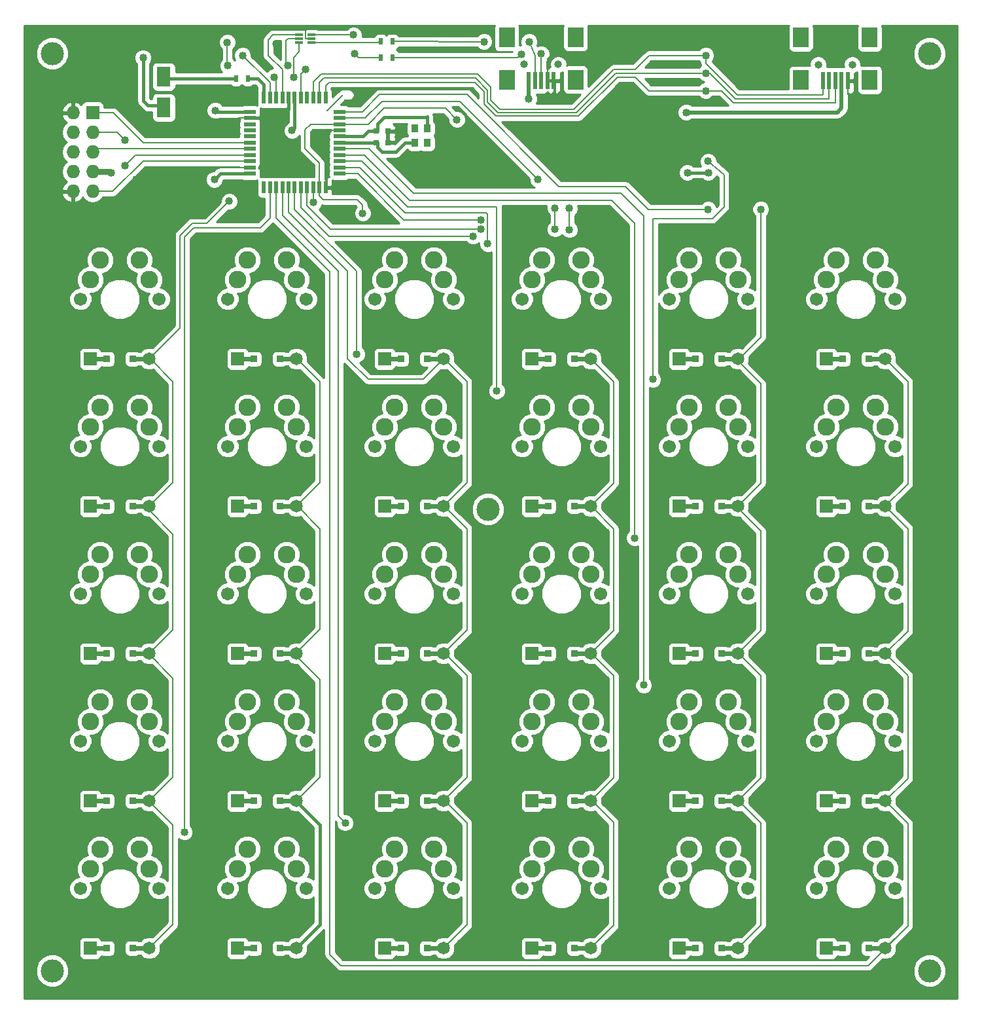
<source format=gbl>
G04 #@! TF.FileFunction,Copper,L2,Bot,Signal*
%FSLAX46Y46*%
G04 Gerber Fmt 4.6, Leading zero omitted, Abs format (unit mm)*
G04 Created by KiCad (PCBNEW 4.0.3-stable) date 08/13/16 09:37:37*
%MOMM*%
%LPD*%
G01*
G04 APERTURE LIST*
%ADD10C,0.100000*%
%ADD11C,0.609600*%
%ADD12C,0.600000*%
%ADD13C,3.000000*%
%ADD14R,0.500000X1.500000*%
%ADD15R,1.500000X0.500000*%
%ADD16C,1.651000*%
%ADD17R,0.838200X0.838200*%
%ADD18R,1.651000X1.651000*%
%ADD19C,2.286000*%
%ADD20C,1.701800*%
%ADD21R,0.900000X1.000000*%
%ADD22R,1.727200X1.727200*%
%ADD23O,1.727200X1.727200*%
%ADD24R,0.990000X0.300000*%
%ADD25R,0.500000X2.300000*%
%ADD26R,2.000000X2.500000*%
%ADD27O,1.000000X1.000000*%
%ADD28R,0.800000X0.750000*%
%ADD29R,1.800860X2.499360*%
%ADD30R,0.500000X0.900000*%
%ADD31C,1.016000*%
%ADD32C,0.200000*%
%ADD33C,0.406400*%
%ADD34C,0.505460*%
%ADD35C,0.800000*%
%ADD36C,0.254000*%
G04 APERTURE END LIST*
D10*
D11*
X35659354Y-56257271D02*
X33513054Y-56257271D01*
X30185654Y-56257271D02*
X28039354Y-56257271D01*
X35659354Y-75307352D02*
X33513054Y-75307352D01*
X30185654Y-75307352D02*
X28039354Y-75307352D01*
X35659354Y-94357433D02*
X33513054Y-94357433D01*
X30185654Y-94357433D02*
X28039354Y-94357433D01*
X35659354Y-113407515D02*
X33513054Y-113407515D01*
X30185654Y-113407515D02*
X28039354Y-113407515D01*
X35659354Y-132457596D02*
X33513054Y-132457596D01*
X30185654Y-132457596D02*
X28039354Y-132457596D01*
X54709435Y-56257271D02*
X52563135Y-56257271D01*
X49235735Y-56257271D02*
X47089435Y-56257271D01*
X54709435Y-75307352D02*
X52563135Y-75307352D01*
X49235735Y-75307352D02*
X47089435Y-75307352D01*
X54709435Y-94357433D02*
X52563135Y-94357433D01*
X49235735Y-94357433D02*
X47089435Y-94357433D01*
X54709435Y-113407515D02*
X52563135Y-113407515D01*
X49235735Y-113407515D02*
X47089435Y-113407515D01*
X54709435Y-132457596D02*
X52563135Y-132457596D01*
X49235735Y-132457596D02*
X47089435Y-132457596D01*
X73759517Y-56257271D02*
X71613217Y-56257271D01*
X68285817Y-56257271D02*
X66139517Y-56257271D01*
X73759517Y-75307352D02*
X71613217Y-75307352D01*
X68285817Y-75307352D02*
X66139517Y-75307352D01*
X73759517Y-94357433D02*
X71613217Y-94357433D01*
X68285817Y-94357433D02*
X66139517Y-94357433D01*
X73759517Y-113407515D02*
X71613217Y-113407515D01*
X68285817Y-113407515D02*
X66139517Y-113407515D01*
X73759517Y-132457596D02*
X71613217Y-132457596D01*
X68285817Y-132457596D02*
X66139517Y-132457596D01*
X92809598Y-56257271D02*
X90663298Y-56257271D01*
X87335898Y-56257271D02*
X85189598Y-56257271D01*
X92809598Y-75307352D02*
X90663298Y-75307352D01*
X87335898Y-75307352D02*
X85189598Y-75307352D01*
X92809598Y-94357433D02*
X90663298Y-94357433D01*
X87335898Y-94357433D02*
X85189598Y-94357433D01*
X92809598Y-113407515D02*
X90663298Y-113407515D01*
X87335898Y-113407515D02*
X85189598Y-113407515D01*
X92809598Y-132457596D02*
X90663298Y-132457596D01*
X87335898Y-132457596D02*
X85189598Y-132457596D01*
X111859679Y-56257271D02*
X109713379Y-56257271D01*
X106385979Y-56257271D02*
X104239679Y-56257271D01*
X111859679Y-75307352D02*
X109713379Y-75307352D01*
X106385979Y-75307352D02*
X104239679Y-75307352D01*
X111859679Y-94357433D02*
X109713379Y-94357433D01*
X106385979Y-94357433D02*
X104239679Y-94357433D01*
X111859679Y-113407515D02*
X109713379Y-113407515D01*
X106385979Y-113407515D02*
X104239679Y-113407515D01*
X111859679Y-132457596D02*
X109713379Y-132457596D01*
X106385979Y-132457596D02*
X104239679Y-132457596D01*
X130909761Y-56257271D02*
X128763461Y-56257271D01*
X125436061Y-56257271D02*
X123289761Y-56257271D01*
X130909761Y-75307352D02*
X128763461Y-75307352D01*
X125436061Y-75307352D02*
X123289761Y-75307352D01*
X130909761Y-94357433D02*
X128763461Y-94357433D01*
X125436061Y-94357433D02*
X123289761Y-94357433D01*
X130909761Y-113407515D02*
X128763461Y-113407515D01*
X125436061Y-113407515D02*
X123289761Y-113407515D01*
X130909761Y-132457596D02*
X128763461Y-132457596D01*
X125436061Y-132457596D02*
X123289761Y-132457596D01*
D12*
X40132000Y-15240000D03*
X68326000Y-26670000D03*
D13*
X79502000Y-75692000D03*
X23114000Y-135382000D03*
X136652000Y-135382000D03*
X23114000Y-16764000D03*
D12*
X42164000Y-56134000D03*
X79248000Y-31496000D03*
X77978000Y-56134000D03*
X79502000Y-95504000D03*
X117602000Y-94996000D03*
X62992000Y-21590000D03*
X51562000Y-30480000D03*
X71374000Y-32004000D03*
X117602000Y-57150000D03*
X42926000Y-95758000D03*
X28956000Y-21082000D03*
X102362000Y-20574000D03*
X102148640Y-33639760D03*
X102362000Y-18034000D03*
D14*
X50489949Y-22502295D03*
X51289949Y-22502295D03*
X52089949Y-22502295D03*
X52889949Y-22502295D03*
X53689949Y-22502295D03*
X54489949Y-22502295D03*
X55289949Y-22502295D03*
X56089949Y-22502295D03*
X56889949Y-22502295D03*
X57689949Y-22502295D03*
X58489949Y-22502295D03*
D15*
X60289949Y-24302295D03*
X60289949Y-25102295D03*
X60289949Y-25902295D03*
X60289949Y-26702295D03*
X60289949Y-27502295D03*
X60289949Y-28302295D03*
X60289949Y-29102295D03*
X60289949Y-29902295D03*
X60289949Y-30702295D03*
X60289949Y-31502295D03*
X60289949Y-32302295D03*
D14*
X58489949Y-34102295D03*
X57689949Y-34102295D03*
X56889949Y-34102295D03*
X56089949Y-34102295D03*
X55289949Y-34102295D03*
X54489949Y-34102295D03*
X53689949Y-34102295D03*
X52889949Y-34102295D03*
X52089949Y-34102295D03*
X51289949Y-34102295D03*
X50489949Y-34102295D03*
D15*
X48689949Y-32302295D03*
X48689949Y-31502295D03*
X48689949Y-30702295D03*
X48689949Y-29902295D03*
X48689949Y-29102295D03*
X48689949Y-28302295D03*
X48689949Y-27502295D03*
X48689949Y-26702295D03*
X48689949Y-25902295D03*
X48689949Y-25102295D03*
X48689949Y-24302295D03*
D16*
X35659354Y-56257271D03*
D17*
X33513054Y-56257271D03*
D18*
X28039354Y-56257271D03*
D17*
X30185654Y-56257271D03*
D16*
X35659354Y-75307352D03*
D17*
X33513054Y-75307352D03*
D18*
X28039354Y-75307352D03*
D17*
X30185654Y-75307352D03*
D16*
X35659354Y-94357433D03*
D17*
X33513054Y-94357433D03*
D18*
X28039354Y-94357433D03*
D17*
X30185654Y-94357433D03*
D16*
X35659354Y-113407515D03*
D17*
X33513054Y-113407515D03*
D18*
X28039354Y-113407515D03*
D17*
X30185654Y-113407515D03*
D16*
X35659354Y-132457596D03*
D17*
X33513054Y-132457596D03*
D18*
X28039354Y-132457596D03*
D17*
X30185654Y-132457596D03*
D16*
X54709435Y-56257271D03*
D17*
X52563135Y-56257271D03*
D18*
X47089435Y-56257271D03*
D17*
X49235735Y-56257271D03*
D16*
X54709435Y-75307352D03*
D17*
X52563135Y-75307352D03*
D18*
X47089435Y-75307352D03*
D17*
X49235735Y-75307352D03*
D16*
X54709435Y-94357433D03*
D17*
X52563135Y-94357433D03*
D18*
X47089435Y-94357433D03*
D17*
X49235735Y-94357433D03*
D16*
X54709435Y-113407515D03*
D17*
X52563135Y-113407515D03*
D18*
X47089435Y-113407515D03*
D17*
X49235735Y-113407515D03*
D16*
X54709435Y-132457596D03*
D17*
X52563135Y-132457596D03*
D18*
X47089435Y-132457596D03*
D17*
X49235735Y-132457596D03*
D16*
X73759517Y-56257271D03*
D17*
X71613217Y-56257271D03*
D18*
X66139517Y-56257271D03*
D17*
X68285817Y-56257271D03*
D16*
X73759517Y-75307352D03*
D17*
X71613217Y-75307352D03*
D18*
X66139517Y-75307352D03*
D17*
X68285817Y-75307352D03*
D16*
X73759517Y-94357433D03*
D17*
X71613217Y-94357433D03*
D18*
X66139517Y-94357433D03*
D17*
X68285817Y-94357433D03*
D16*
X73759517Y-113407515D03*
D17*
X71613217Y-113407515D03*
D18*
X66139517Y-113407515D03*
D17*
X68285817Y-113407515D03*
D16*
X73759517Y-132457596D03*
D17*
X71613217Y-132457596D03*
D18*
X66139517Y-132457596D03*
D17*
X68285817Y-132457596D03*
D16*
X92809598Y-56257271D03*
D17*
X90663298Y-56257271D03*
D18*
X85189598Y-56257271D03*
D17*
X87335898Y-56257271D03*
D16*
X92809598Y-75307352D03*
D17*
X90663298Y-75307352D03*
D18*
X85189598Y-75307352D03*
D17*
X87335898Y-75307352D03*
D16*
X92809598Y-94357433D03*
D17*
X90663298Y-94357433D03*
D18*
X85189598Y-94357433D03*
D17*
X87335898Y-94357433D03*
D16*
X92809598Y-113407515D03*
D17*
X90663298Y-113407515D03*
D18*
X85189598Y-113407515D03*
D17*
X87335898Y-113407515D03*
D16*
X92809598Y-132457596D03*
D17*
X90663298Y-132457596D03*
D18*
X85189598Y-132457596D03*
D17*
X87335898Y-132457596D03*
D16*
X111859679Y-56257271D03*
D17*
X109713379Y-56257271D03*
D18*
X104239679Y-56257271D03*
D17*
X106385979Y-56257271D03*
D16*
X111859679Y-75307352D03*
D17*
X109713379Y-75307352D03*
D18*
X104239679Y-75307352D03*
D17*
X106385979Y-75307352D03*
D16*
X111859679Y-94357433D03*
D17*
X109713379Y-94357433D03*
D18*
X104239679Y-94357433D03*
D17*
X106385979Y-94357433D03*
D16*
X111859679Y-113407515D03*
D17*
X109713379Y-113407515D03*
D18*
X104239679Y-113407515D03*
D17*
X106385979Y-113407515D03*
D16*
X111859679Y-132457596D03*
D17*
X109713379Y-132457596D03*
D18*
X104239679Y-132457596D03*
D17*
X106385979Y-132457596D03*
D16*
X130909761Y-56257271D03*
D17*
X128763461Y-56257271D03*
D18*
X123289761Y-56257271D03*
D17*
X125436061Y-56257271D03*
D16*
X130909761Y-75307352D03*
D17*
X128763461Y-75307352D03*
D18*
X123289761Y-75307352D03*
D17*
X125436061Y-75307352D03*
D16*
X130909761Y-94357433D03*
D17*
X128763461Y-94357433D03*
D18*
X123289761Y-94357433D03*
D17*
X125436061Y-94357433D03*
D16*
X130909761Y-113407515D03*
D17*
X128763461Y-113407515D03*
D18*
X123289761Y-113407515D03*
D17*
X125436061Y-113407515D03*
D16*
X130909761Y-132457596D03*
D17*
X128763461Y-132457596D03*
D18*
X123289761Y-132457596D03*
D17*
X125436061Y-132457596D03*
D19*
X34389354Y-119638500D03*
X28039354Y-122178500D03*
D20*
X26769354Y-124718500D03*
X36929354Y-124718500D03*
D19*
X35659354Y-122178500D03*
X29309354Y-119638500D03*
X53439435Y-119638500D03*
X47089435Y-122178500D03*
D20*
X45819435Y-124718500D03*
X55979435Y-124718500D03*
D19*
X54709435Y-122178500D03*
X48359435Y-119638500D03*
X72489517Y-119638500D03*
X66139517Y-122178500D03*
D20*
X64869517Y-124718500D03*
X75029517Y-124718500D03*
D19*
X73759517Y-122178500D03*
X67409517Y-119638500D03*
X91539598Y-119638500D03*
X85189598Y-122178500D03*
D20*
X83919598Y-124718500D03*
X94079598Y-124718500D03*
D19*
X92809598Y-122178500D03*
X86459598Y-119638500D03*
X110589679Y-119638500D03*
X104239679Y-122178500D03*
D20*
X102969679Y-124718500D03*
X113129679Y-124718500D03*
D19*
X111859679Y-122178500D03*
X105509679Y-119638500D03*
X34389354Y-100588419D03*
X28039354Y-103128419D03*
D20*
X26769354Y-105668419D03*
X36929354Y-105668419D03*
D19*
X35659354Y-103128419D03*
X29309354Y-100588419D03*
X53439435Y-100588419D03*
X47089435Y-103128419D03*
D20*
X45819435Y-105668419D03*
X55979435Y-105668419D03*
D19*
X54709435Y-103128419D03*
X48359435Y-100588419D03*
X72489517Y-100588419D03*
X66139517Y-103128419D03*
D20*
X64869517Y-105668419D03*
X75029517Y-105668419D03*
D19*
X73759517Y-103128419D03*
X67409517Y-100588419D03*
X91539598Y-100588419D03*
X85189598Y-103128419D03*
D20*
X83919598Y-105668419D03*
X94079598Y-105668419D03*
D19*
X92809598Y-103128419D03*
X86459598Y-100588419D03*
X110589679Y-100588419D03*
X104239679Y-103128419D03*
D20*
X102969679Y-105668419D03*
X113129679Y-105668419D03*
D19*
X111859679Y-103128419D03*
X105509679Y-100588419D03*
X34389354Y-81538338D03*
X28039354Y-84078338D03*
D20*
X26769354Y-86618338D03*
X36929354Y-86618338D03*
D19*
X35659354Y-84078338D03*
X29309354Y-81538338D03*
X53439435Y-81538338D03*
X47089435Y-84078338D03*
D20*
X45819435Y-86618338D03*
X55979435Y-86618338D03*
D19*
X54709435Y-84078338D03*
X48359435Y-81538338D03*
X72489517Y-81538338D03*
X66139517Y-84078338D03*
D20*
X64869517Y-86618338D03*
X75029517Y-86618338D03*
D19*
X73759517Y-84078338D03*
X67409517Y-81538338D03*
X91539598Y-81538338D03*
X85189598Y-84078338D03*
D20*
X83919598Y-86618338D03*
X94079598Y-86618338D03*
D19*
X92809598Y-84078338D03*
X86459598Y-81538338D03*
X110589679Y-81538338D03*
X104239679Y-84078338D03*
D20*
X102969679Y-86618338D03*
X113129679Y-86618338D03*
D19*
X111859679Y-84078338D03*
X105509679Y-81538338D03*
X34389354Y-62488257D03*
X28039354Y-65028257D03*
D20*
X26769354Y-67568257D03*
X36929354Y-67568257D03*
D19*
X35659354Y-65028257D03*
X29309354Y-62488257D03*
X53439435Y-62488257D03*
X47089435Y-65028257D03*
D20*
X45819435Y-67568257D03*
X55979435Y-67568257D03*
D19*
X54709435Y-65028257D03*
X48359435Y-62488257D03*
X72489517Y-62488257D03*
X66139517Y-65028257D03*
D20*
X64869517Y-67568257D03*
X75029517Y-67568257D03*
D19*
X73759517Y-65028257D03*
X67409517Y-62488257D03*
X91539598Y-62488257D03*
X85189598Y-65028257D03*
D20*
X83919598Y-67568257D03*
X94079598Y-67568257D03*
D19*
X92809598Y-65028257D03*
X86459598Y-62488257D03*
X110589679Y-62488257D03*
X104239679Y-65028257D03*
D20*
X102969679Y-67568257D03*
X113129679Y-67568257D03*
D19*
X111859679Y-65028257D03*
X105509679Y-62488257D03*
X34389354Y-43438175D03*
X28039354Y-45978175D03*
D20*
X26769354Y-48518175D03*
X36929354Y-48518175D03*
D19*
X35659354Y-45978175D03*
X29309354Y-43438175D03*
X53439435Y-43438175D03*
X47089435Y-45978175D03*
D20*
X45819435Y-48518175D03*
X55979435Y-48518175D03*
D19*
X54709435Y-45978175D03*
X48359435Y-43438175D03*
X72489517Y-43438175D03*
X66139517Y-45978175D03*
D20*
X64869517Y-48518175D03*
X75029517Y-48518175D03*
D19*
X73759517Y-45978175D03*
X67409517Y-43438175D03*
X91539598Y-43438175D03*
X85189598Y-45978175D03*
D20*
X83919598Y-48518175D03*
X94079598Y-48518175D03*
D19*
X92809598Y-45978175D03*
X86459598Y-43438175D03*
X110589679Y-43438175D03*
X104239679Y-45978175D03*
D20*
X102969679Y-48518175D03*
X113129679Y-48518175D03*
D19*
X111859679Y-45978175D03*
X105509679Y-43438175D03*
X129639761Y-119638500D03*
X123289761Y-122178500D03*
D20*
X122019761Y-124718500D03*
X132179761Y-124718500D03*
D19*
X130909761Y-122178500D03*
X124559761Y-119638500D03*
X129639761Y-100588419D03*
X123289761Y-103128419D03*
D20*
X122019761Y-105668419D03*
X132179761Y-105668419D03*
D19*
X130909761Y-103128419D03*
X124559761Y-100588419D03*
X129639761Y-81538338D03*
X123289761Y-84078338D03*
D20*
X122019761Y-86618338D03*
X132179761Y-86618338D03*
D19*
X130909761Y-84078338D03*
X124559761Y-81538338D03*
X129639761Y-62488257D03*
X123289761Y-65028257D03*
D20*
X122019761Y-67568257D03*
X132179761Y-67568257D03*
D19*
X130909761Y-65028257D03*
X124559761Y-62488257D03*
X129639761Y-43438175D03*
X123289761Y-45978175D03*
D20*
X122019761Y-48518175D03*
X132179761Y-48518175D03*
D19*
X130909761Y-45978175D03*
X124559761Y-43438175D03*
D21*
X70059849Y-28335755D03*
X70059849Y-26485755D03*
X71609849Y-26485755D03*
X71609849Y-28335755D03*
D22*
X28338109Y-24438955D03*
D23*
X25798109Y-24438955D03*
X28338109Y-26978955D03*
X25798109Y-26978955D03*
X28338109Y-29518955D03*
X25798109Y-29518955D03*
X28338109Y-32058955D03*
X25798109Y-32058955D03*
X28338109Y-34598955D03*
X25798109Y-34598955D03*
D24*
X56669840Y-14359000D03*
X56669840Y-14859000D03*
X56669840Y-15359000D03*
X55059840Y-15359000D03*
X55059840Y-14859000D03*
X55059840Y-14359000D03*
D25*
X84795560Y-20270600D03*
X85595560Y-20270600D03*
X86395560Y-20270600D03*
X87195560Y-20270600D03*
X87995560Y-20270600D03*
D26*
X81945560Y-14670600D03*
X90845560Y-14670600D03*
X81945560Y-20170600D03*
X90845560Y-20170600D03*
D27*
X84195560Y-18170600D03*
X88595560Y-18170600D03*
X126660000Y-18196000D03*
X122260000Y-18196000D03*
D25*
X122860000Y-20296000D03*
X123660000Y-20296000D03*
X124460000Y-20296000D03*
X125260000Y-20296000D03*
X126060000Y-20296000D03*
D26*
X120010000Y-14696000D03*
X128910000Y-14696000D03*
X120010000Y-20196000D03*
X128910000Y-20196000D03*
D27*
X122260000Y-18196000D03*
X126660000Y-18196000D03*
D28*
X66532789Y-28302295D03*
X65032789Y-28302295D03*
X66532789Y-26816395D03*
X65032789Y-26816395D03*
D29*
X37550689Y-19765355D03*
X37550689Y-23763315D03*
D30*
X65627149Y-15226375D03*
X67127149Y-15226375D03*
X65627149Y-17306635D03*
X67127149Y-17306635D03*
X46904809Y-19981255D03*
X48404809Y-19981255D03*
D12*
X130312160Y-30957520D03*
D13*
X136652000Y-16764000D03*
D31*
X84836000Y-15240000D03*
X78994000Y-15240000D03*
X86395560Y-16824960D03*
X83804760Y-16840200D03*
X40225309Y-117456295D03*
X99661309Y-98436775D03*
X98472589Y-79417255D03*
X80641789Y-60397735D03*
X79453069Y-41378215D03*
X46009560Y-35874960D03*
X56936640Y-36042600D03*
X62513809Y-55642855D03*
X61027909Y-116267575D03*
X114817489Y-36920515D03*
X107982349Y-36920515D03*
X52875180Y-24825960D03*
X119997749Y-28532555D03*
X33984529Y-33057175D03*
X47752000Y-15494000D03*
X52070000Y-15494000D03*
X53848000Y-28194000D03*
X57164569Y-28194000D03*
X50626609Y-24438955D03*
X78567280Y-38277800D03*
X88173560Y-36738560D03*
X88178640Y-39481760D03*
X78618080Y-39461440D03*
X77556360Y-40380920D03*
X90032840Y-36799520D03*
X90037920Y-39563040D03*
X105307729Y-32165635D03*
X108011275Y-32165635D03*
X105156000Y-24384000D03*
X47752000Y-17018000D03*
X63296800Y-37429440D03*
X84795360Y-22626320D03*
X75481269Y-25330495D03*
X34876069Y-17306635D03*
X30715549Y-32165635D03*
X44088649Y-33057175D03*
X44197109Y-24141775D03*
X107980480Y-30706060D03*
X85991029Y-33057175D03*
X100850029Y-58911835D03*
X32498629Y-31274095D03*
X32498629Y-28005115D03*
X45758100Y-15316200D03*
X45857160Y-18333720D03*
X53594000Y-18288000D03*
X55880000Y-18796000D03*
X62230000Y-16764000D03*
X62113160Y-14356080D03*
X54356000Y-19812000D03*
X51816000Y-19812000D03*
X107696000Y-21590000D03*
X107696000Y-17018000D03*
X107696000Y-19304000D03*
X54132480Y-26723340D03*
D32*
X60706000Y-22098000D02*
X58674000Y-24130000D01*
X67327149Y-15226375D02*
X78992385Y-15241615D01*
X85595560Y-17051120D02*
X85595560Y-20270600D01*
X84836000Y-15240000D02*
X85595560Y-17051120D01*
X78992385Y-15241615D02*
X78994000Y-15240000D01*
X78562200Y-17306635D02*
X83338325Y-17306635D01*
X86395560Y-16824960D02*
X86395560Y-20270600D01*
X83338325Y-17306635D02*
X83804760Y-16840200D01*
X67327149Y-17306635D02*
X78562200Y-17306635D01*
X78562200Y-17306635D02*
X78581595Y-17306635D01*
X78581595Y-17306635D02*
X78582520Y-17307560D01*
X51289949Y-34102295D02*
X51289949Y-38040255D01*
X51289949Y-38040255D02*
X50032249Y-39297955D01*
X50032249Y-39297955D02*
X41414029Y-39297955D01*
X41414029Y-39297955D02*
X40225309Y-40486675D01*
X40225309Y-40486675D02*
X40225309Y-117456295D01*
X60289949Y-29102295D02*
X64142520Y-29102295D01*
X64142520Y-29102295D02*
X69880480Y-34840255D01*
X69880480Y-34840255D02*
X96689509Y-34840255D01*
X96689509Y-34840255D02*
X99661309Y-37812055D01*
X99661309Y-37812055D02*
X99661309Y-98436775D01*
X98472589Y-38703595D02*
X98472589Y-79417255D01*
X69348949Y-35731795D02*
X95500789Y-35731795D01*
X95500789Y-35731795D02*
X98472589Y-38703595D01*
X63519449Y-29902295D02*
X69348949Y-35731795D01*
X63519449Y-29902295D02*
X60289949Y-29902295D01*
X80641789Y-36623335D02*
X80641789Y-60397735D01*
X63163495Y-30702295D02*
X69084535Y-36623335D01*
X69084535Y-36623335D02*
X80641789Y-36623335D01*
X63163495Y-30702295D02*
X60289949Y-30702295D01*
X79286354Y-37348160D02*
X79453069Y-37514875D01*
X68742560Y-37348160D02*
X79286354Y-37348160D01*
X62896695Y-31502295D02*
X68742560Y-37348160D01*
X79453069Y-37514875D02*
X79453069Y-41378215D01*
X62896695Y-31502295D02*
X60289949Y-31502295D01*
X73759517Y-75307352D02*
X76778449Y-72288420D01*
X76778449Y-72288420D02*
X76778449Y-59209015D01*
X76778449Y-59209015D02*
X73826705Y-56257271D01*
X73826705Y-56257271D02*
X73759517Y-56257271D01*
X73759517Y-94357433D02*
X76778449Y-91338501D01*
X76778449Y-91338501D02*
X76778449Y-78228535D01*
X76778449Y-78228535D02*
X73857266Y-75307352D01*
X73857266Y-75307352D02*
X73759517Y-75307352D01*
X73759517Y-113407515D02*
X76778449Y-110388583D01*
X76778449Y-110388583D02*
X76778449Y-97248055D01*
X76778449Y-97248055D02*
X73887827Y-94357433D01*
X73887827Y-94357433D02*
X73759517Y-94357433D01*
X73759517Y-132457596D02*
X76778449Y-129438664D01*
X76778449Y-129438664D02*
X76778449Y-116267575D01*
X76778449Y-116267575D02*
X73918389Y-113407515D01*
X73918389Y-113407515D02*
X73759517Y-113407515D01*
X53689949Y-34102295D02*
X53689949Y-37309235D01*
X53689949Y-37309235D02*
X61325089Y-44944375D01*
X61325089Y-44944375D02*
X61325089Y-56214609D01*
X61325089Y-56214609D02*
X64022315Y-58911835D01*
X64022315Y-58911835D02*
X71104953Y-58911835D01*
X71104953Y-58911835D02*
X73759517Y-56257271D01*
D33*
X73759517Y-113407515D02*
X73918389Y-113407515D01*
X73759517Y-94357433D02*
X73887827Y-94357433D01*
X73759517Y-75307352D02*
X73857266Y-75307352D01*
X73759517Y-56257271D02*
X73826705Y-56257271D01*
D32*
X130909761Y-132457596D02*
X133837009Y-129530348D01*
X130909761Y-94357433D02*
X130946387Y-94357433D01*
X130946387Y-94357433D02*
X133837009Y-97248055D01*
X133837009Y-97248055D02*
X133837009Y-110480267D01*
X133837009Y-110480267D02*
X130909761Y-113407515D01*
X130909761Y-75307352D02*
X130915826Y-75307352D01*
X130915826Y-75307352D02*
X133837009Y-78228535D01*
X133837009Y-78228535D02*
X133837009Y-91430185D01*
X133837009Y-91430185D02*
X130909761Y-94357433D01*
X130909761Y-56257271D02*
X130909761Y-56281767D01*
X130909761Y-56281767D02*
X133837009Y-59209015D01*
X133837009Y-59209015D02*
X133837009Y-72380104D01*
X133837009Y-72380104D02*
X130909761Y-75307352D01*
X52089949Y-34102295D02*
X52089949Y-38086675D01*
X59012074Y-45008800D02*
X59012074Y-133271260D01*
X59012074Y-133271260D02*
X60442094Y-134701280D01*
X60442094Y-134701280D02*
X128666077Y-134701280D01*
X128666077Y-134701280D02*
X133837009Y-129530348D01*
X52089949Y-38086675D02*
X59012074Y-45008800D01*
X133837009Y-129530348D02*
X133837009Y-116334763D01*
X133837009Y-116334763D02*
X130909761Y-113407515D01*
D33*
X130909761Y-113407515D02*
X130976949Y-113407515D01*
D32*
X35659354Y-113407515D02*
X35659354Y-113459554D01*
X35659354Y-113459554D02*
X38739409Y-116539609D01*
X38739409Y-116539609D02*
X38739409Y-129377541D01*
X38739409Y-129377541D02*
X35659354Y-132457596D01*
X35659354Y-94357433D02*
X35659354Y-94465180D01*
X35659354Y-94465180D02*
X38739409Y-97545235D01*
X38739409Y-97545235D02*
X38739409Y-110327460D01*
X38739409Y-110327460D02*
X35659354Y-113407515D01*
X35659354Y-75307352D02*
X35659354Y-75831994D01*
X35659354Y-75831994D02*
X38739409Y-78912049D01*
X38739409Y-78912049D02*
X38739409Y-91277378D01*
X38739409Y-91277378D02*
X35659354Y-94357433D01*
X35659354Y-56257271D02*
X35787665Y-56257271D01*
X35787665Y-56257271D02*
X38739409Y-59209015D01*
X38739409Y-59209015D02*
X38739409Y-72227297D01*
X38739409Y-72227297D02*
X35659354Y-75307352D01*
X56889949Y-34102295D02*
X56889949Y-35995909D01*
X39664640Y-52251985D02*
X35659354Y-56257271D01*
X39664640Y-40294560D02*
X39664640Y-52251985D01*
X41208960Y-38750240D02*
X39664640Y-40294560D01*
X43134280Y-38750240D02*
X41208960Y-38750240D01*
X46009560Y-35874960D02*
X43134280Y-38750240D01*
X56889949Y-35995909D02*
X56936640Y-36042600D01*
D33*
X35659354Y-55831780D02*
X35659354Y-56257271D01*
X35659354Y-56257271D02*
X35747553Y-56257271D01*
X35659354Y-113407515D02*
X35879349Y-113407515D01*
X35659354Y-75307352D02*
X35659354Y-75742840D01*
D32*
X54709435Y-94357433D02*
X54709435Y-94292045D01*
X54709435Y-94292045D02*
X57758929Y-91242551D01*
X54709435Y-94357433D02*
X54709435Y-94689035D01*
X54709435Y-94689035D02*
X57758929Y-97738529D01*
X54709435Y-75307352D02*
X54837746Y-75307352D01*
X54837746Y-75307352D02*
X57758929Y-78228535D01*
X57758929Y-78228535D02*
X57758929Y-91242551D01*
X57758929Y-97738529D02*
X57758929Y-110358021D01*
X57758929Y-110358021D02*
X54709435Y-113407515D01*
X54709435Y-56257271D02*
X54807185Y-56257271D01*
X54807185Y-56257271D02*
X57758929Y-59209015D01*
X57758929Y-59209015D02*
X57758929Y-72257858D01*
X57758929Y-72257858D02*
X54709435Y-75307352D01*
X54489949Y-34102295D02*
X54489949Y-36920515D01*
X54489949Y-36920515D02*
X62513809Y-44944375D01*
X62513809Y-44944375D02*
X62513809Y-55642855D01*
D33*
X54709435Y-113407515D02*
X54709435Y-113515261D01*
X54709435Y-113515261D02*
X57758929Y-116564755D01*
X57758929Y-129408102D02*
X54709435Y-132457596D01*
X57758929Y-116564755D02*
X57758929Y-129408102D01*
X54709435Y-94357433D02*
X54709435Y-94495741D01*
D32*
X92809598Y-113407515D02*
X92937909Y-113407515D01*
X92937909Y-113407515D02*
X95747840Y-116217446D01*
X95747840Y-129519354D02*
X92809598Y-132457596D01*
X95747840Y-116217446D02*
X95747840Y-129519354D01*
X92809598Y-94357433D02*
X92907347Y-94357433D01*
X92907347Y-94357433D02*
X95797969Y-97248055D01*
X95797969Y-97248055D02*
X95797969Y-110419144D01*
X95797969Y-110419144D02*
X92809598Y-113407515D01*
X92809598Y-75307352D02*
X92876786Y-75307352D01*
X92876786Y-75307352D02*
X95797969Y-78228535D01*
X95797969Y-78228535D02*
X95797969Y-91369062D01*
X95797969Y-91369062D02*
X92809598Y-94357433D01*
X92809598Y-56257271D02*
X92846225Y-56257271D01*
X92846225Y-56257271D02*
X95797969Y-59209015D01*
X95797969Y-59209015D02*
X95797969Y-72318981D01*
X95797969Y-72318981D02*
X92809598Y-75307352D01*
X52889949Y-34102295D02*
X52889949Y-37697955D01*
X52889949Y-37697955D02*
X60136369Y-44944375D01*
X60136369Y-44944375D02*
X60136369Y-115376035D01*
X60136369Y-115376035D02*
X61027909Y-116267575D01*
X111859679Y-56257271D02*
X112012649Y-56257271D01*
X112012649Y-56257271D02*
X114817489Y-53452431D01*
X111859679Y-94357433D02*
X114817489Y-91399623D01*
X114817489Y-91399623D02*
X114817489Y-78525715D01*
X114817489Y-78525715D02*
X111859679Y-75567905D01*
X111859679Y-75567905D02*
X111859679Y-75307352D01*
X111859679Y-113407515D02*
X114817489Y-110449705D01*
X114817489Y-110449705D02*
X114817489Y-97248055D01*
X114817489Y-97248055D02*
X111926867Y-94357433D01*
X111926867Y-94357433D02*
X111859679Y-94357433D01*
X111859679Y-132457596D02*
X114817489Y-129499786D01*
X114817489Y-129499786D02*
X114817489Y-116267575D01*
X114817489Y-116267575D02*
X111957429Y-113407515D01*
X111957429Y-113407515D02*
X111859679Y-113407515D01*
X111859679Y-56257271D02*
X111859679Y-56528319D01*
X111859679Y-56528319D02*
X114817489Y-59486129D01*
X114817489Y-36920515D02*
X114817489Y-53452431D01*
X114817489Y-59486129D02*
X114817489Y-72349542D01*
X114817489Y-72349542D02*
X111859679Y-75307352D01*
X60289949Y-24302295D02*
X63244829Y-24302295D01*
X63244829Y-24302295D02*
X65485609Y-22061515D01*
X65485609Y-22061515D02*
X76778449Y-22061515D01*
X76778449Y-22061515D02*
X88665649Y-33948715D01*
X88665649Y-33948715D02*
X97283869Y-33948715D01*
X97283869Y-33948715D02*
X100255669Y-36920515D01*
X100255669Y-36920515D02*
X107982349Y-36920515D01*
D33*
X111859679Y-113407515D02*
X111957429Y-113407515D01*
X111859679Y-94357433D02*
X111926867Y-94357433D01*
X111859679Y-75307352D02*
X111859679Y-75567905D01*
X111859679Y-56257271D02*
X111865745Y-56257271D01*
D32*
X48689949Y-25102295D02*
X47287705Y-25102295D01*
X47287705Y-25102295D02*
X46736000Y-25654000D01*
D33*
X53689949Y-24011191D02*
X52875180Y-24825960D01*
X53689949Y-24011191D02*
X53689949Y-22502295D01*
X119930829Y-28599475D02*
X119869549Y-28599475D01*
X119997749Y-28532555D02*
X119930829Y-28599475D01*
D32*
X48689949Y-31502295D02*
X35539409Y-31502295D01*
X35539409Y-31502295D02*
X33984529Y-33057175D01*
D33*
X87195560Y-20270600D02*
X87995560Y-20270600D01*
D32*
X126060000Y-20296000D02*
X126060000Y-22011440D01*
X126060000Y-22011440D02*
X126657100Y-22608540D01*
X55854600Y-13705840D02*
X49034700Y-13705840D01*
X49034700Y-13705840D02*
X47752000Y-15494000D01*
X56669840Y-14859000D02*
X55885080Y-14859000D01*
X55854600Y-13888720D02*
X55854600Y-13705840D01*
X55854600Y-13705840D02*
X55854600Y-13690600D01*
X55859680Y-13893800D02*
X55854600Y-13888720D01*
X55859680Y-14833600D02*
X55859680Y-13893800D01*
X55885080Y-14859000D02*
X55859680Y-14833600D01*
X57164569Y-29392209D02*
X57164569Y-28194000D01*
X57164569Y-28194000D02*
X57164569Y-26878951D01*
X87195560Y-20270600D02*
X87195560Y-17442280D01*
X87195560Y-17442280D02*
X87843360Y-16794480D01*
X60289949Y-26702295D02*
X57341225Y-26702295D01*
X57341225Y-26702295D02*
X57164569Y-26878951D01*
X58489949Y-34102295D02*
X58489949Y-30717589D01*
X57164569Y-26878951D02*
X57164569Y-26816395D01*
X58489949Y-30717589D02*
X57164569Y-29392209D01*
D33*
X48689949Y-25102295D02*
X49963269Y-25102295D01*
X49963269Y-25102295D02*
X50626609Y-24438955D01*
X71609849Y-24916775D02*
X71493309Y-25033315D01*
X71609849Y-26485755D02*
X71609849Y-24916775D01*
X65232789Y-25880495D02*
X65232789Y-26816395D01*
X66079969Y-25033315D02*
X65232789Y-25880495D01*
X71493309Y-25033315D02*
X66079969Y-25033315D01*
X65232789Y-26816395D02*
X63999709Y-26816395D01*
X63313809Y-27502295D02*
X60289949Y-27502295D01*
X63999709Y-26816395D02*
X63313809Y-27502295D01*
X65232789Y-28302295D02*
X65232789Y-28941015D01*
X68721129Y-28335755D02*
X70059849Y-28335755D01*
X67565869Y-29491015D02*
X68721129Y-28335755D01*
X65782789Y-29491015D02*
X67565869Y-29491015D01*
X65232789Y-28941015D02*
X65782789Y-29491015D01*
X60289949Y-28302295D02*
X65232789Y-28302295D01*
D32*
X62645135Y-32302295D02*
X68620640Y-38277800D01*
X68620640Y-38277800D02*
X78567280Y-38277800D01*
X60289949Y-32302295D02*
X62645135Y-32302295D01*
X56089949Y-34102295D02*
X56089949Y-36430349D01*
X56089949Y-36430349D02*
X59121040Y-39461440D01*
X88173560Y-39476680D02*
X88173560Y-36738560D01*
X88178640Y-39481760D02*
X88173560Y-39476680D01*
X59121040Y-39461440D02*
X78618080Y-39461440D01*
X55289949Y-34102295D02*
X55289949Y-36697149D01*
X55289949Y-36697149D02*
X58973720Y-40380920D01*
X58973720Y-40380920D02*
X77556360Y-40380920D01*
X90032840Y-39557960D02*
X90032840Y-36799520D01*
X90037920Y-39563040D02*
X90032840Y-39557960D01*
D33*
X50489949Y-22502295D02*
X50489949Y-20736135D01*
X49735069Y-19981255D02*
X48604809Y-19981255D01*
X50489949Y-20736135D02*
X49735069Y-19981255D01*
X108011275Y-32165635D02*
X105307729Y-32165635D01*
D34*
X124714000Y-24384000D02*
X105156000Y-24384000D01*
X125260000Y-20296000D02*
X125260000Y-23838000D01*
X125260000Y-23838000D02*
X124714000Y-24384000D01*
D33*
X108011275Y-32165635D02*
X108049679Y-32204039D01*
D32*
X51289949Y-22502295D02*
X51289949Y-20555949D01*
X51289949Y-20555949D02*
X47752000Y-17018000D01*
X60289949Y-25902295D02*
X64022269Y-25902295D01*
X64022269Y-25902295D02*
X66079969Y-23844595D01*
X66079969Y-23844595D02*
X73995369Y-23844595D01*
X73995369Y-23844595D02*
X75481269Y-25330495D01*
X57689949Y-34102295D02*
X57689949Y-30908189D01*
X56556265Y-25902295D02*
X60289949Y-25902295D01*
X55834280Y-26624280D02*
X56556265Y-25902295D01*
X55834280Y-29052520D02*
X55834280Y-26624280D01*
X57689949Y-30908189D02*
X55834280Y-29052520D01*
X57689949Y-34102295D02*
X57689949Y-35195709D01*
X63296800Y-36352480D02*
X63296800Y-37429440D01*
X62605920Y-35661600D02*
X63296800Y-36352480D01*
X58155840Y-35661600D02*
X62605920Y-35661600D01*
X57689949Y-35195709D02*
X58155840Y-35661600D01*
D34*
X84795560Y-20270600D02*
X84795560Y-22626120D01*
X84795560Y-22626120D02*
X84795360Y-22626320D01*
D33*
X37550689Y-23514395D02*
X35503449Y-23514395D01*
X34876069Y-22887015D02*
X34876069Y-17306635D01*
X35503449Y-23514395D02*
X34876069Y-22887015D01*
D35*
X30608869Y-32058955D02*
X30715549Y-32165635D01*
X30608869Y-32058955D02*
X28338109Y-32058955D01*
D33*
X48689949Y-32302295D02*
X44843529Y-32302295D01*
X44843529Y-32302295D02*
X44088649Y-33057175D01*
X44357629Y-24302295D02*
X48689949Y-24302295D01*
X44197109Y-24141775D02*
X44357629Y-24302295D01*
D32*
X107980480Y-30706060D02*
X110062609Y-32462815D01*
X110062609Y-32462815D02*
X110062609Y-36623335D01*
X110062609Y-36623335D02*
X108576709Y-38109235D01*
X108576709Y-38109235D02*
X100850029Y-38109235D01*
X100850029Y-38109235D02*
X100850029Y-58911835D01*
X60289949Y-25102295D02*
X63633549Y-25102295D01*
X63633549Y-25102295D02*
X65782789Y-22953055D01*
X65782789Y-22953055D02*
X75886909Y-22953055D01*
X75886909Y-22953055D02*
X85991029Y-33057175D01*
D33*
X46704809Y-19981255D02*
X37583709Y-19981255D01*
X37583709Y-19981255D02*
X37550689Y-20014275D01*
D32*
X48689949Y-28302295D02*
X34876069Y-28302295D01*
X34876069Y-28302295D02*
X31012729Y-24438955D01*
X31012729Y-24438955D02*
X28338109Y-24438955D01*
X28338109Y-26978955D02*
X31472469Y-26978955D01*
X31472469Y-26978955D02*
X32498629Y-28005115D01*
X48689949Y-29902295D02*
X33870429Y-29902295D01*
X33870429Y-29902295D02*
X32498629Y-31274095D01*
X48689949Y-29102295D02*
X28754769Y-29102295D01*
X28754769Y-29102295D02*
X28338109Y-29518955D01*
X48689949Y-30702295D02*
X34853509Y-30702295D01*
X34853509Y-30702295D02*
X30956849Y-34598955D01*
X30956849Y-34598955D02*
X28338109Y-34598955D01*
X45755560Y-18232120D02*
X45758100Y-15316200D01*
X45857160Y-18333720D02*
X45755560Y-18232120D01*
X53382000Y-15748000D02*
X53382000Y-15121800D01*
X53644800Y-14859000D02*
X55059840Y-14859000D01*
X53382000Y-15121800D02*
X53644800Y-14859000D01*
X55289949Y-22502295D02*
X55289949Y-19386051D01*
X53382000Y-18076000D02*
X53382000Y-15748000D01*
X53594000Y-18288000D02*
X53382000Y-18076000D01*
X55289949Y-19386051D02*
X55880000Y-18796000D01*
X63500000Y-17306635D02*
X62772635Y-17306635D01*
X62772635Y-17306635D02*
X62230000Y-16764000D01*
X56669840Y-14359000D02*
X62110240Y-14359000D01*
X62110240Y-14359000D02*
X62113160Y-14356080D01*
X63412715Y-17306635D02*
X63500000Y-17306635D01*
X63500000Y-17306635D02*
X65427149Y-17306635D01*
X56669840Y-15359000D02*
X65294524Y-15359000D01*
X65294524Y-15359000D02*
X65427149Y-15226375D01*
X55059840Y-16568160D02*
X54356000Y-17272000D01*
X54356000Y-17272000D02*
X54356000Y-19812000D01*
X55059840Y-15359000D02*
X55059840Y-16568160D01*
X52089949Y-20085949D02*
X52089949Y-22502295D01*
X51816000Y-19812000D02*
X52089949Y-20085949D01*
X54831360Y-15359000D02*
X55059840Y-15359000D01*
X52889949Y-22502295D02*
X52889949Y-18853949D01*
X51681000Y-14359000D02*
X55059840Y-14359000D01*
X51054000Y-14986000D02*
X51681000Y-14359000D01*
X51054000Y-17018000D02*
X51054000Y-14986000D01*
X52889949Y-18853949D02*
X51054000Y-17018000D01*
X55059840Y-14359000D02*
X53695220Y-14359000D01*
X107696000Y-21590000D02*
X109728000Y-21590000D01*
X119380000Y-23114000D02*
X124460000Y-23114000D01*
X124460000Y-23114000D02*
X124460000Y-20296000D01*
X111252000Y-23114000D02*
X119380000Y-23114000D01*
X109728000Y-21590000D02*
X111252000Y-23114000D01*
X96774000Y-19812000D02*
X98552000Y-19812000D01*
X91239340Y-24838660D02*
X96266000Y-19812000D01*
X96266000Y-19812000D02*
X96774000Y-19812000D01*
X91239340Y-24838660D02*
X87376000Y-24838660D01*
X100330000Y-21590000D02*
X107442000Y-21590000D01*
X98552000Y-19812000D02*
X100330000Y-21590000D01*
X107696000Y-21590000D02*
X107442000Y-21590000D01*
X80571340Y-24838660D02*
X87376000Y-24838660D01*
X87376000Y-24838660D02*
X87322660Y-24838660D01*
X58489949Y-20971411D02*
X58978800Y-20482560D01*
X58978800Y-20482560D02*
X77784960Y-20482560D01*
X77784960Y-20482560D02*
X79019400Y-21717000D01*
X79019400Y-21717000D02*
X79019400Y-23286720D01*
X79019400Y-23286720D02*
X80571340Y-24838660D01*
X80571340Y-24838660D02*
X80589120Y-24856440D01*
X58489949Y-22502295D02*
X58489949Y-20971411D01*
X111760000Y-22098000D02*
X122784000Y-22098000D01*
X107696000Y-18034000D02*
X111760000Y-22098000D01*
X122860000Y-20296000D02*
X122860000Y-22022000D01*
X107696000Y-18034000D02*
X107696000Y-17018000D01*
X122784000Y-22098000D02*
X122860000Y-22022000D01*
X96774000Y-18796000D02*
X98552000Y-18796000D01*
X90586560Y-23967440D02*
X95758000Y-18796000D01*
X95758000Y-18796000D02*
X96774000Y-18796000D01*
X87284560Y-23967440D02*
X81026000Y-23967440D01*
X87284560Y-23967440D02*
X90586560Y-23967440D01*
X100330000Y-17018000D02*
X107442000Y-17018000D01*
X98552000Y-18796000D02*
X100330000Y-17018000D01*
X107696000Y-17018000D02*
X107442000Y-17018000D01*
X56889949Y-22502295D02*
X56889949Y-20427651D01*
X79877920Y-22819360D02*
X81026000Y-23967440D01*
X81026000Y-23967440D02*
X80934560Y-23876000D01*
X80934560Y-23876000D02*
X80975200Y-23916640D01*
X79877920Y-21153120D02*
X79877920Y-22819360D01*
X78130400Y-19405600D02*
X79877920Y-21153120D01*
X57912000Y-19405600D02*
X78130400Y-19405600D01*
X56889949Y-20427651D02*
X57912000Y-19405600D01*
X58277760Y-19954240D02*
X77886560Y-19954240D01*
X111506000Y-22606000D02*
X123622000Y-22606000D01*
X108204000Y-19304000D02*
X111506000Y-22606000D01*
X123660000Y-20296000D02*
X123660000Y-22568000D01*
X108204000Y-19304000D02*
X107696000Y-19304000D01*
X123622000Y-22606000D02*
X123660000Y-22568000D01*
X90932000Y-24384000D02*
X80772000Y-24384000D01*
X96012000Y-19304000D02*
X96774000Y-19304000D01*
X90932000Y-24384000D02*
X96012000Y-19304000D01*
X107696000Y-19304000D02*
X96774000Y-19304000D01*
X57689949Y-20542051D02*
X58277760Y-19954240D01*
X77886560Y-19954240D02*
X79430880Y-21498560D01*
X79430880Y-21498560D02*
X79430880Y-23042880D01*
X79430880Y-23042880D02*
X80772000Y-24384000D01*
X80772000Y-24384000D02*
X80751680Y-24363680D01*
X57689949Y-22502295D02*
X57689949Y-20542051D01*
D33*
X54489949Y-22502295D02*
X54489949Y-26365871D01*
X54489949Y-26365871D02*
X54132480Y-26723340D01*
D36*
G36*
X80349129Y-13168710D02*
X80298120Y-13420600D01*
X80298120Y-15920600D01*
X80342398Y-16155917D01*
X80481470Y-16372041D01*
X80693670Y-16517031D01*
X80945560Y-16568040D01*
X82680149Y-16568040D01*
X82678656Y-16571635D01*
X67948341Y-16571635D01*
X67841239Y-16405194D01*
X67635573Y-16264668D01*
X67828590Y-16140465D01*
X67950400Y-15962189D01*
X78113146Y-15975467D01*
X78345697Y-16208423D01*
X78765646Y-16382801D01*
X79220359Y-16383198D01*
X79640612Y-16209554D01*
X79962423Y-15888303D01*
X80136801Y-15468354D01*
X80137198Y-15013641D01*
X79963554Y-14593388D01*
X79642303Y-14271577D01*
X79222354Y-14097199D01*
X78767641Y-14096802D01*
X78347388Y-14270446D01*
X78111960Y-14505465D01*
X67948863Y-14492187D01*
X67841239Y-14324934D01*
X67629039Y-14179944D01*
X67377149Y-14128935D01*
X66877149Y-14128935D01*
X66641832Y-14173213D01*
X66425708Y-14312285D01*
X66378015Y-14382086D01*
X66341239Y-14324934D01*
X66129039Y-14179944D01*
X65877149Y-14128935D01*
X65377149Y-14128935D01*
X65141832Y-14173213D01*
X64925708Y-14312285D01*
X64780718Y-14524485D01*
X64760566Y-14624000D01*
X63239532Y-14624000D01*
X63255961Y-14584434D01*
X63256358Y-14129721D01*
X63082714Y-13709468D01*
X62761463Y-13387657D01*
X62341514Y-13213279D01*
X61886801Y-13212882D01*
X61466548Y-13386526D01*
X61228660Y-13624000D01*
X57433460Y-13624000D01*
X57416730Y-13612569D01*
X57164840Y-13561560D01*
X56174840Y-13561560D01*
X55939523Y-13605838D01*
X55866062Y-13653109D01*
X55806730Y-13612569D01*
X55554840Y-13561560D01*
X54564840Y-13561560D01*
X54329523Y-13605838D01*
X54301298Y-13624000D01*
X51681000Y-13624000D01*
X51414408Y-13677029D01*
X51399728Y-13679949D01*
X51161277Y-13839276D01*
X50534277Y-14466277D01*
X50374949Y-14704728D01*
X50319000Y-14986000D01*
X50319000Y-17018000D01*
X50369524Y-17272000D01*
X50374949Y-17299272D01*
X50534277Y-17537723D01*
X51665422Y-18668868D01*
X51589641Y-18668802D01*
X51169388Y-18842446D01*
X50892399Y-19118953D01*
X48894910Y-17121464D01*
X48895198Y-16791641D01*
X48721554Y-16371388D01*
X48400303Y-16049577D01*
X47980354Y-15875199D01*
X47525641Y-15874802D01*
X47105388Y-16048446D01*
X46783577Y-16369697D01*
X46609199Y-16789646D01*
X46608802Y-17244359D01*
X46767043Y-17627332D01*
X46505463Y-17365297D01*
X46491321Y-17359425D01*
X46492332Y-16198286D01*
X46726523Y-15964503D01*
X46900901Y-15544554D01*
X46901298Y-15089841D01*
X46727654Y-14669588D01*
X46406403Y-14347777D01*
X45986454Y-14173399D01*
X45531741Y-14173002D01*
X45111488Y-14346646D01*
X44789677Y-14667897D01*
X44615299Y-15087846D01*
X44614902Y-15542559D01*
X44788546Y-15962812D01*
X45022332Y-16197006D01*
X45021151Y-17553234D01*
X44888737Y-17685417D01*
X44714359Y-18105366D01*
X44713962Y-18560079D01*
X44887606Y-18980332D01*
X45050046Y-19143055D01*
X39098559Y-19143055D01*
X39098559Y-18515675D01*
X39054281Y-18280358D01*
X38915209Y-18064234D01*
X38703009Y-17919244D01*
X38451119Y-17868235D01*
X36650259Y-17868235D01*
X36414942Y-17912513D01*
X36198818Y-18051585D01*
X36053828Y-18263785D01*
X36002819Y-18515675D01*
X36002819Y-21015035D01*
X36047097Y-21250352D01*
X36186169Y-21466476D01*
X36398369Y-21611466D01*
X36650259Y-21662475D01*
X38451119Y-21662475D01*
X38686436Y-21618197D01*
X38902560Y-21479125D01*
X39047550Y-21266925D01*
X39098559Y-21015035D01*
X39098559Y-20819455D01*
X46150025Y-20819455D01*
X46190719Y-20882696D01*
X46402919Y-21027686D01*
X46654809Y-21078695D01*
X47154809Y-21078695D01*
X47390126Y-21034417D01*
X47606250Y-20895345D01*
X47653943Y-20825544D01*
X47690719Y-20882696D01*
X47902919Y-21027686D01*
X48154809Y-21078695D01*
X48654809Y-21078695D01*
X48890126Y-21034417D01*
X49106250Y-20895345D01*
X49158103Y-20819455D01*
X49387875Y-20819455D01*
X49651749Y-21083329D01*
X49651749Y-21488359D01*
X49643518Y-21500405D01*
X49592509Y-21752295D01*
X49592509Y-23252295D01*
X49628396Y-23443016D01*
X49439949Y-23404855D01*
X47939949Y-23404855D01*
X47704632Y-23449133D01*
X47681380Y-23464095D01*
X45135649Y-23464095D01*
X44845412Y-23173352D01*
X44425463Y-22998974D01*
X43970750Y-22998577D01*
X43550497Y-23172221D01*
X43228686Y-23493472D01*
X43054308Y-23913421D01*
X43053911Y-24368134D01*
X43227555Y-24788387D01*
X43548806Y-25110198D01*
X43968755Y-25284576D01*
X44423468Y-25284973D01*
X44773133Y-25140495D01*
X47304949Y-25140495D01*
X47304949Y-25229297D01*
X47460431Y-25229297D01*
X47457700Y-25233294D01*
X47304949Y-25386045D01*
X47304949Y-25478604D01*
X47320218Y-25515466D01*
X47292509Y-25652295D01*
X47292509Y-26152295D01*
X47321770Y-26307802D01*
X47292509Y-26452295D01*
X47292509Y-26952295D01*
X47321770Y-27107802D01*
X47292509Y-27252295D01*
X47292509Y-27567295D01*
X35180516Y-27567295D01*
X31532452Y-23919232D01*
X31294001Y-23759904D01*
X31275782Y-23756280D01*
X31012729Y-23703955D01*
X29849149Y-23703955D01*
X29849149Y-23575355D01*
X29804871Y-23340038D01*
X29665799Y-23123914D01*
X29453599Y-22978924D01*
X29201709Y-22927915D01*
X27474509Y-22927915D01*
X27239192Y-22972193D01*
X27023068Y-23111265D01*
X26878078Y-23323465D01*
X26859070Y-23417330D01*
X26573056Y-23156267D01*
X26157135Y-22983997D01*
X25925109Y-23105138D01*
X25925109Y-24311955D01*
X25945109Y-24311955D01*
X25945109Y-24565955D01*
X25925109Y-24565955D01*
X25925109Y-24585955D01*
X25671109Y-24585955D01*
X25671109Y-24565955D01*
X24463640Y-24565955D01*
X24343141Y-24797982D01*
X24591288Y-25327445D01*
X25009270Y-25708963D01*
X24738439Y-25889926D01*
X24413583Y-26376107D01*
X24299509Y-26949596D01*
X24299509Y-27008314D01*
X24413583Y-27581803D01*
X24738439Y-28067984D01*
X25009281Y-28248955D01*
X24738439Y-28429926D01*
X24413583Y-28916107D01*
X24299509Y-29489596D01*
X24299509Y-29548314D01*
X24413583Y-30121803D01*
X24738439Y-30607984D01*
X25009281Y-30788955D01*
X24738439Y-30969926D01*
X24413583Y-31456107D01*
X24299509Y-32029596D01*
X24299509Y-32088314D01*
X24413583Y-32661803D01*
X24738439Y-33147984D01*
X25009270Y-33328947D01*
X24591288Y-33710465D01*
X24343141Y-34239928D01*
X24463640Y-34471955D01*
X25671109Y-34471955D01*
X25671109Y-34451955D01*
X25925109Y-34451955D01*
X25925109Y-34471955D01*
X25945109Y-34471955D01*
X25945109Y-34725955D01*
X25925109Y-34725955D01*
X25925109Y-35932772D01*
X26157135Y-36053913D01*
X26573056Y-35881643D01*
X27004930Y-35487445D01*
X27062445Y-35364727D01*
X27278439Y-35687984D01*
X27764620Y-36012840D01*
X28338109Y-36126914D01*
X28911598Y-36012840D01*
X29397779Y-35687984D01*
X29634334Y-35333955D01*
X30956849Y-35333955D01*
X31238121Y-35278006D01*
X31476572Y-35118678D01*
X35157956Y-31437295D01*
X47304949Y-31437295D01*
X47304949Y-31464095D01*
X44843529Y-31464095D01*
X44522764Y-31527899D01*
X44250832Y-31709598D01*
X44046292Y-31914138D01*
X43862290Y-31913977D01*
X43442037Y-32087621D01*
X43120226Y-32408872D01*
X42945848Y-32828821D01*
X42945451Y-33283534D01*
X43119095Y-33703787D01*
X43440346Y-34025598D01*
X43860295Y-34199976D01*
X44315008Y-34200373D01*
X44735261Y-34026729D01*
X45057072Y-33705478D01*
X45231450Y-33285529D01*
X45231577Y-33140495D01*
X47676013Y-33140495D01*
X47688059Y-33148726D01*
X47939949Y-33199735D01*
X49439949Y-33199735D01*
X49630670Y-33163848D01*
X49592509Y-33352295D01*
X49592509Y-34852295D01*
X49636787Y-35087612D01*
X49775859Y-35303736D01*
X49988059Y-35448726D01*
X50239949Y-35499735D01*
X50554949Y-35499735D01*
X50554949Y-37735808D01*
X49727803Y-38562955D01*
X44361011Y-38562955D01*
X45906097Y-37017870D01*
X46235919Y-37018158D01*
X46656172Y-36844514D01*
X46977983Y-36523263D01*
X47152361Y-36103314D01*
X47152758Y-35648601D01*
X46979114Y-35228348D01*
X46657863Y-34906537D01*
X46237914Y-34732159D01*
X45783201Y-34731762D01*
X45362948Y-34905406D01*
X45041137Y-35226657D01*
X44866759Y-35646606D01*
X44866469Y-35978604D01*
X42829834Y-38015240D01*
X41208960Y-38015240D01*
X40927688Y-38071189D01*
X40689236Y-38230517D01*
X39144917Y-39774837D01*
X38985589Y-40013288D01*
X38929640Y-40294560D01*
X38929640Y-51947538D01*
X36042301Y-54834878D01*
X35951140Y-54797025D01*
X35370117Y-54796518D01*
X34833128Y-55018397D01*
X34533532Y-55317471D01*
X34294880Y-55317471D01*
X34184044Y-55241740D01*
X33932154Y-55190731D01*
X33093954Y-55190731D01*
X32858637Y-55235009D01*
X32642513Y-55374081D01*
X32497523Y-55586281D01*
X32446514Y-55838171D01*
X32446514Y-56676371D01*
X32490792Y-56911688D01*
X32629864Y-57127812D01*
X32842064Y-57272802D01*
X33093954Y-57323811D01*
X33932154Y-57323811D01*
X34167471Y-57279533D01*
X34295621Y-57197071D01*
X34533856Y-57197071D01*
X34830967Y-57494701D01*
X35367568Y-57717517D01*
X35948591Y-57718024D01*
X36132841Y-57641893D01*
X38004409Y-59513462D01*
X38004409Y-66541973D01*
X37772148Y-66309306D01*
X37226215Y-66082615D01*
X37119916Y-66082522D01*
X37165790Y-66036728D01*
X37437045Y-65383475D01*
X37437662Y-64676143D01*
X37167548Y-64022417D01*
X36667825Y-63521821D01*
X36014572Y-63250566D01*
X35998012Y-63250552D01*
X36167045Y-62843475D01*
X36167662Y-62136143D01*
X35897548Y-61482417D01*
X35397825Y-60981821D01*
X34744572Y-60710566D01*
X34037240Y-60709949D01*
X33383514Y-60980063D01*
X32882918Y-61479786D01*
X32611663Y-62133039D01*
X32611046Y-62840371D01*
X32881160Y-63494097D01*
X33380883Y-63994693D01*
X34034136Y-64265948D01*
X34050696Y-64265962D01*
X33881663Y-64673039D01*
X33881046Y-65380371D01*
X34151160Y-66034097D01*
X34650883Y-66534693D01*
X35304136Y-66805948D01*
X35636862Y-66806238D01*
X35443712Y-67271396D01*
X35443196Y-67862524D01*
X35668934Y-68408852D01*
X36086560Y-68827208D01*
X36632493Y-69053899D01*
X37223621Y-69054415D01*
X37769949Y-68828677D01*
X38004409Y-68594626D01*
X38004409Y-71922850D01*
X36042301Y-73884959D01*
X35951140Y-73847106D01*
X35370117Y-73846599D01*
X34833128Y-74068478D01*
X34533532Y-74367552D01*
X34294880Y-74367552D01*
X34184044Y-74291821D01*
X33932154Y-74240812D01*
X33093954Y-74240812D01*
X32858637Y-74285090D01*
X32642513Y-74424162D01*
X32497523Y-74636362D01*
X32446514Y-74888252D01*
X32446514Y-75726452D01*
X32490792Y-75961769D01*
X32629864Y-76177893D01*
X32842064Y-76322883D01*
X33093954Y-76373892D01*
X33932154Y-76373892D01*
X34167471Y-76329614D01*
X34295621Y-76247152D01*
X34533856Y-76247152D01*
X34830967Y-76544782D01*
X35367568Y-76767598D01*
X35555676Y-76767762D01*
X38004409Y-79216496D01*
X38004409Y-85592054D01*
X37772148Y-85359387D01*
X37226215Y-85132696D01*
X37119916Y-85132603D01*
X37165790Y-85086809D01*
X37437045Y-84433556D01*
X37437662Y-83726224D01*
X37167548Y-83072498D01*
X36667825Y-82571902D01*
X36014572Y-82300647D01*
X35998012Y-82300633D01*
X36167045Y-81893556D01*
X36167662Y-81186224D01*
X35897548Y-80532498D01*
X35397825Y-80031902D01*
X34744572Y-79760647D01*
X34037240Y-79760030D01*
X33383514Y-80030144D01*
X32882918Y-80529867D01*
X32611663Y-81183120D01*
X32611046Y-81890452D01*
X32881160Y-82544178D01*
X33380883Y-83044774D01*
X34034136Y-83316029D01*
X34050696Y-83316043D01*
X33881663Y-83723120D01*
X33881046Y-84430452D01*
X34151160Y-85084178D01*
X34650883Y-85584774D01*
X35304136Y-85856029D01*
X35636862Y-85856319D01*
X35443712Y-86321477D01*
X35443196Y-86912605D01*
X35668934Y-87458933D01*
X36086560Y-87877289D01*
X36632493Y-88103980D01*
X37223621Y-88104496D01*
X37769949Y-87878758D01*
X38004409Y-87644707D01*
X38004409Y-90972931D01*
X36042301Y-92935040D01*
X35951140Y-92897187D01*
X35370117Y-92896680D01*
X34833128Y-93118559D01*
X34533532Y-93417633D01*
X34294880Y-93417633D01*
X34184044Y-93341902D01*
X33932154Y-93290893D01*
X33093954Y-93290893D01*
X32858637Y-93335171D01*
X32642513Y-93474243D01*
X32497523Y-93686443D01*
X32446514Y-93938333D01*
X32446514Y-94776533D01*
X32490792Y-95011850D01*
X32629864Y-95227974D01*
X32842064Y-95372964D01*
X33093954Y-95423973D01*
X33932154Y-95423973D01*
X34167471Y-95379695D01*
X34295621Y-95297233D01*
X34533856Y-95297233D01*
X34830967Y-95594863D01*
X35367568Y-95817679D01*
X35948591Y-95818186D01*
X35965802Y-95811074D01*
X38004409Y-97849682D01*
X38004409Y-104642135D01*
X37772148Y-104409468D01*
X37226215Y-104182777D01*
X37119916Y-104182684D01*
X37165790Y-104136890D01*
X37437045Y-103483637D01*
X37437662Y-102776305D01*
X37167548Y-102122579D01*
X36667825Y-101621983D01*
X36014572Y-101350728D01*
X35998012Y-101350714D01*
X36167045Y-100943637D01*
X36167662Y-100236305D01*
X35897548Y-99582579D01*
X35397825Y-99081983D01*
X34744572Y-98810728D01*
X34037240Y-98810111D01*
X33383514Y-99080225D01*
X32882918Y-99579948D01*
X32611663Y-100233201D01*
X32611046Y-100940533D01*
X32881160Y-101594259D01*
X33380883Y-102094855D01*
X34034136Y-102366110D01*
X34050696Y-102366124D01*
X33881663Y-102773201D01*
X33881046Y-103480533D01*
X34151160Y-104134259D01*
X34650883Y-104634855D01*
X35304136Y-104906110D01*
X35636862Y-104906400D01*
X35443712Y-105371558D01*
X35443196Y-105962686D01*
X35668934Y-106509014D01*
X36086560Y-106927370D01*
X36632493Y-107154061D01*
X37223621Y-107154577D01*
X37769949Y-106928839D01*
X38004409Y-106694788D01*
X38004409Y-110023013D01*
X36042301Y-111985122D01*
X35951140Y-111947269D01*
X35370117Y-111946762D01*
X34833128Y-112168641D01*
X34533532Y-112467715D01*
X34294880Y-112467715D01*
X34184044Y-112391984D01*
X33932154Y-112340975D01*
X33093954Y-112340975D01*
X32858637Y-112385253D01*
X32642513Y-112524325D01*
X32497523Y-112736525D01*
X32446514Y-112988415D01*
X32446514Y-113826615D01*
X32490792Y-114061932D01*
X32629864Y-114278056D01*
X32842064Y-114423046D01*
X33093954Y-114474055D01*
X33932154Y-114474055D01*
X34167471Y-114429777D01*
X34295621Y-114347315D01*
X34533856Y-114347315D01*
X34830967Y-114644945D01*
X35367568Y-114867761D01*
X35948591Y-114868268D01*
X36005222Y-114844868D01*
X38004409Y-116844056D01*
X38004409Y-123692216D01*
X37772148Y-123459549D01*
X37226215Y-123232858D01*
X37119916Y-123232765D01*
X37165790Y-123186971D01*
X37437045Y-122533718D01*
X37437662Y-121826386D01*
X37167548Y-121172660D01*
X36667825Y-120672064D01*
X36014572Y-120400809D01*
X35998012Y-120400795D01*
X36167045Y-119993718D01*
X36167662Y-119286386D01*
X35897548Y-118632660D01*
X35397825Y-118132064D01*
X34744572Y-117860809D01*
X34037240Y-117860192D01*
X33383514Y-118130306D01*
X32882918Y-118630029D01*
X32611663Y-119283282D01*
X32611046Y-119990614D01*
X32881160Y-120644340D01*
X33380883Y-121144936D01*
X34034136Y-121416191D01*
X34050696Y-121416205D01*
X33881663Y-121823282D01*
X33881046Y-122530614D01*
X34151160Y-123184340D01*
X34650883Y-123684936D01*
X35304136Y-123956191D01*
X35636862Y-123956481D01*
X35443712Y-124421639D01*
X35443196Y-125012767D01*
X35668934Y-125559095D01*
X36086560Y-125977451D01*
X36632493Y-126204142D01*
X37223621Y-126204658D01*
X37769949Y-125978920D01*
X38004409Y-125744869D01*
X38004409Y-129073094D01*
X36042301Y-131035203D01*
X35951140Y-130997350D01*
X35370117Y-130996843D01*
X34833128Y-131218722D01*
X34533532Y-131517796D01*
X34294880Y-131517796D01*
X34184044Y-131442065D01*
X33932154Y-131391056D01*
X33093954Y-131391056D01*
X32858637Y-131435334D01*
X32642513Y-131574406D01*
X32497523Y-131786606D01*
X32446514Y-132038496D01*
X32446514Y-132876696D01*
X32490792Y-133112013D01*
X32629864Y-133328137D01*
X32842064Y-133473127D01*
X33093954Y-133524136D01*
X33932154Y-133524136D01*
X34167471Y-133479858D01*
X34295621Y-133397396D01*
X34533856Y-133397396D01*
X34830967Y-133695026D01*
X35367568Y-133917842D01*
X35948591Y-133918349D01*
X36485580Y-133696470D01*
X36896784Y-133285983D01*
X37119600Y-132749382D01*
X37120107Y-132168359D01*
X37081492Y-132074904D01*
X37524300Y-131632096D01*
X45616495Y-131632096D01*
X45616495Y-133283096D01*
X45660773Y-133518413D01*
X45799845Y-133734537D01*
X46012045Y-133879527D01*
X46263935Y-133930536D01*
X47914935Y-133930536D01*
X48150252Y-133886258D01*
X48366376Y-133747186D01*
X48511366Y-133534986D01*
X48528858Y-133448607D01*
X48564745Y-133473127D01*
X48816635Y-133524136D01*
X49654835Y-133524136D01*
X49890152Y-133479858D01*
X50106276Y-133340786D01*
X50251266Y-133128586D01*
X50302275Y-132876696D01*
X50302275Y-132038496D01*
X50257997Y-131803179D01*
X50118925Y-131587055D01*
X49906725Y-131442065D01*
X49654835Y-131391056D01*
X48816635Y-131391056D01*
X48581318Y-131435334D01*
X48531396Y-131467458D01*
X48518097Y-131396779D01*
X48379025Y-131180655D01*
X48166825Y-131035665D01*
X47914935Y-130984656D01*
X46263935Y-130984656D01*
X46028618Y-131028934D01*
X45812494Y-131168006D01*
X45667504Y-131380206D01*
X45616495Y-131632096D01*
X37524300Y-131632096D01*
X39259133Y-129897264D01*
X39418460Y-129658813D01*
X39474409Y-129377541D01*
X39474409Y-125012767D01*
X44333277Y-125012767D01*
X44559015Y-125559095D01*
X44976641Y-125977451D01*
X45522574Y-126204142D01*
X46113702Y-126204658D01*
X46660030Y-125978920D01*
X47078386Y-125561294D01*
X47212161Y-125239126D01*
X48270080Y-125239126D01*
X48669463Y-126205707D01*
X49408339Y-126945873D01*
X50374220Y-127346942D01*
X51420061Y-127347855D01*
X52386642Y-126948472D01*
X53126808Y-126209596D01*
X53527877Y-125243715D01*
X53528790Y-124197874D01*
X53129407Y-123231293D01*
X52390531Y-122491127D01*
X51424650Y-122090058D01*
X50378809Y-122089145D01*
X49412228Y-122488528D01*
X48672062Y-123227404D01*
X48270993Y-124193285D01*
X48270080Y-125239126D01*
X47212161Y-125239126D01*
X47305077Y-125015361D01*
X47305593Y-124424233D01*
X47112338Y-123956521D01*
X47441549Y-123956808D01*
X48095275Y-123686694D01*
X48595871Y-123186971D01*
X48867126Y-122533718D01*
X48867743Y-121826386D01*
X48698504Y-121416797D01*
X48711549Y-121416808D01*
X49365275Y-121146694D01*
X49865871Y-120646971D01*
X50137126Y-119993718D01*
X50137743Y-119286386D01*
X49867629Y-118632660D01*
X49367906Y-118132064D01*
X48714653Y-117860809D01*
X48007321Y-117860192D01*
X47353595Y-118130306D01*
X46852999Y-118630029D01*
X46581744Y-119283282D01*
X46581127Y-119990614D01*
X46750366Y-120400203D01*
X46737321Y-120400192D01*
X46083595Y-120670306D01*
X45582999Y-121170029D01*
X45311744Y-121823282D01*
X45311127Y-122530614D01*
X45581241Y-123184340D01*
X45629250Y-123232433D01*
X45525168Y-123232342D01*
X44978840Y-123458080D01*
X44560484Y-123875706D01*
X44333793Y-124421639D01*
X44333277Y-125012767D01*
X39474409Y-125012767D01*
X39474409Y-118321942D01*
X39577006Y-118424718D01*
X39996955Y-118599096D01*
X40451668Y-118599493D01*
X40871921Y-118425849D01*
X41193732Y-118104598D01*
X41368110Y-117684649D01*
X41368507Y-117229936D01*
X41194863Y-116809683D01*
X40960309Y-116574720D01*
X40960309Y-112582015D01*
X45616495Y-112582015D01*
X45616495Y-114233015D01*
X45660773Y-114468332D01*
X45799845Y-114684456D01*
X46012045Y-114829446D01*
X46263935Y-114880455D01*
X47914935Y-114880455D01*
X48150252Y-114836177D01*
X48366376Y-114697105D01*
X48511366Y-114484905D01*
X48528858Y-114398526D01*
X48564745Y-114423046D01*
X48816635Y-114474055D01*
X49654835Y-114474055D01*
X49890152Y-114429777D01*
X50106276Y-114290705D01*
X50251266Y-114078505D01*
X50302275Y-113826615D01*
X50302275Y-112988415D01*
X50257997Y-112753098D01*
X50118925Y-112536974D01*
X49906725Y-112391984D01*
X49654835Y-112340975D01*
X48816635Y-112340975D01*
X48581318Y-112385253D01*
X48531396Y-112417377D01*
X48518097Y-112346698D01*
X48379025Y-112130574D01*
X48166825Y-111985584D01*
X47914935Y-111934575D01*
X46263935Y-111934575D01*
X46028618Y-111978853D01*
X45812494Y-112117925D01*
X45667504Y-112330125D01*
X45616495Y-112582015D01*
X40960309Y-112582015D01*
X40960309Y-105962686D01*
X44333277Y-105962686D01*
X44559015Y-106509014D01*
X44976641Y-106927370D01*
X45522574Y-107154061D01*
X46113702Y-107154577D01*
X46660030Y-106928839D01*
X47078386Y-106511213D01*
X47212161Y-106189045D01*
X48270080Y-106189045D01*
X48669463Y-107155626D01*
X49408339Y-107895792D01*
X50374220Y-108296861D01*
X51420061Y-108297774D01*
X52386642Y-107898391D01*
X53126808Y-107159515D01*
X53527877Y-106193634D01*
X53528790Y-105147793D01*
X53129407Y-104181212D01*
X52390531Y-103441046D01*
X51424650Y-103039977D01*
X50378809Y-103039064D01*
X49412228Y-103438447D01*
X48672062Y-104177323D01*
X48270993Y-105143204D01*
X48270080Y-106189045D01*
X47212161Y-106189045D01*
X47305077Y-105965280D01*
X47305593Y-105374152D01*
X47112338Y-104906440D01*
X47441549Y-104906727D01*
X48095275Y-104636613D01*
X48595871Y-104136890D01*
X48867126Y-103483637D01*
X48867743Y-102776305D01*
X48698504Y-102366716D01*
X48711549Y-102366727D01*
X49365275Y-102096613D01*
X49865871Y-101596890D01*
X50137126Y-100943637D01*
X50137743Y-100236305D01*
X49867629Y-99582579D01*
X49367906Y-99081983D01*
X48714653Y-98810728D01*
X48007321Y-98810111D01*
X47353595Y-99080225D01*
X46852999Y-99579948D01*
X46581744Y-100233201D01*
X46581127Y-100940533D01*
X46750366Y-101350122D01*
X46737321Y-101350111D01*
X46083595Y-101620225D01*
X45582999Y-102119948D01*
X45311744Y-102773201D01*
X45311127Y-103480533D01*
X45581241Y-104134259D01*
X45629250Y-104182352D01*
X45525168Y-104182261D01*
X44978840Y-104407999D01*
X44560484Y-104825625D01*
X44333793Y-105371558D01*
X44333277Y-105962686D01*
X40960309Y-105962686D01*
X40960309Y-93531933D01*
X45616495Y-93531933D01*
X45616495Y-95182933D01*
X45660773Y-95418250D01*
X45799845Y-95634374D01*
X46012045Y-95779364D01*
X46263935Y-95830373D01*
X47914935Y-95830373D01*
X48150252Y-95786095D01*
X48366376Y-95647023D01*
X48511366Y-95434823D01*
X48528858Y-95348444D01*
X48564745Y-95372964D01*
X48816635Y-95423973D01*
X49654835Y-95423973D01*
X49890152Y-95379695D01*
X50106276Y-95240623D01*
X50251266Y-95028423D01*
X50302275Y-94776533D01*
X50302275Y-93938333D01*
X50257997Y-93703016D01*
X50118925Y-93486892D01*
X49906725Y-93341902D01*
X49654835Y-93290893D01*
X48816635Y-93290893D01*
X48581318Y-93335171D01*
X48531396Y-93367295D01*
X48518097Y-93296616D01*
X48379025Y-93080492D01*
X48166825Y-92935502D01*
X47914935Y-92884493D01*
X46263935Y-92884493D01*
X46028618Y-92928771D01*
X45812494Y-93067843D01*
X45667504Y-93280043D01*
X45616495Y-93531933D01*
X40960309Y-93531933D01*
X40960309Y-86912605D01*
X44333277Y-86912605D01*
X44559015Y-87458933D01*
X44976641Y-87877289D01*
X45522574Y-88103980D01*
X46113702Y-88104496D01*
X46660030Y-87878758D01*
X47078386Y-87461132D01*
X47212161Y-87138964D01*
X48270080Y-87138964D01*
X48669463Y-88105545D01*
X49408339Y-88845711D01*
X50374220Y-89246780D01*
X51420061Y-89247693D01*
X52386642Y-88848310D01*
X53126808Y-88109434D01*
X53527877Y-87143553D01*
X53528790Y-86097712D01*
X53129407Y-85131131D01*
X52390531Y-84390965D01*
X51424650Y-83989896D01*
X50378809Y-83988983D01*
X49412228Y-84388366D01*
X48672062Y-85127242D01*
X48270993Y-86093123D01*
X48270080Y-87138964D01*
X47212161Y-87138964D01*
X47305077Y-86915199D01*
X47305593Y-86324071D01*
X47112338Y-85856359D01*
X47441549Y-85856646D01*
X48095275Y-85586532D01*
X48595871Y-85086809D01*
X48867126Y-84433556D01*
X48867743Y-83726224D01*
X48698504Y-83316635D01*
X48711549Y-83316646D01*
X49365275Y-83046532D01*
X49865871Y-82546809D01*
X50137126Y-81893556D01*
X50137743Y-81186224D01*
X49867629Y-80532498D01*
X49367906Y-80031902D01*
X48714653Y-79760647D01*
X48007321Y-79760030D01*
X47353595Y-80030144D01*
X46852999Y-80529867D01*
X46581744Y-81183120D01*
X46581127Y-81890452D01*
X46750366Y-82300041D01*
X46737321Y-82300030D01*
X46083595Y-82570144D01*
X45582999Y-83069867D01*
X45311744Y-83723120D01*
X45311127Y-84430452D01*
X45581241Y-85084178D01*
X45629250Y-85132271D01*
X45525168Y-85132180D01*
X44978840Y-85357918D01*
X44560484Y-85775544D01*
X44333793Y-86321477D01*
X44333277Y-86912605D01*
X40960309Y-86912605D01*
X40960309Y-74481852D01*
X45616495Y-74481852D01*
X45616495Y-76132852D01*
X45660773Y-76368169D01*
X45799845Y-76584293D01*
X46012045Y-76729283D01*
X46263935Y-76780292D01*
X47914935Y-76780292D01*
X48150252Y-76736014D01*
X48366376Y-76596942D01*
X48511366Y-76384742D01*
X48528858Y-76298363D01*
X48564745Y-76322883D01*
X48816635Y-76373892D01*
X49654835Y-76373892D01*
X49890152Y-76329614D01*
X50106276Y-76190542D01*
X50251266Y-75978342D01*
X50302275Y-75726452D01*
X50302275Y-74888252D01*
X50257997Y-74652935D01*
X50118925Y-74436811D01*
X49906725Y-74291821D01*
X49654835Y-74240812D01*
X48816635Y-74240812D01*
X48581318Y-74285090D01*
X48531396Y-74317214D01*
X48518097Y-74246535D01*
X48379025Y-74030411D01*
X48166825Y-73885421D01*
X47914935Y-73834412D01*
X46263935Y-73834412D01*
X46028618Y-73878690D01*
X45812494Y-74017762D01*
X45667504Y-74229962D01*
X45616495Y-74481852D01*
X40960309Y-74481852D01*
X40960309Y-67862524D01*
X44333277Y-67862524D01*
X44559015Y-68408852D01*
X44976641Y-68827208D01*
X45522574Y-69053899D01*
X46113702Y-69054415D01*
X46660030Y-68828677D01*
X47078386Y-68411051D01*
X47212161Y-68088883D01*
X48270080Y-68088883D01*
X48669463Y-69055464D01*
X49408339Y-69795630D01*
X50374220Y-70196699D01*
X51420061Y-70197612D01*
X52386642Y-69798229D01*
X53126808Y-69059353D01*
X53527877Y-68093472D01*
X53528790Y-67047631D01*
X53129407Y-66081050D01*
X52390531Y-65340884D01*
X51424650Y-64939815D01*
X50378809Y-64938902D01*
X49412228Y-65338285D01*
X48672062Y-66077161D01*
X48270993Y-67043042D01*
X48270080Y-68088883D01*
X47212161Y-68088883D01*
X47305077Y-67865118D01*
X47305593Y-67273990D01*
X47112338Y-66806278D01*
X47441549Y-66806565D01*
X48095275Y-66536451D01*
X48595871Y-66036728D01*
X48867126Y-65383475D01*
X48867743Y-64676143D01*
X48698504Y-64266554D01*
X48711549Y-64266565D01*
X49365275Y-63996451D01*
X49865871Y-63496728D01*
X50137126Y-62843475D01*
X50137743Y-62136143D01*
X49867629Y-61482417D01*
X49367906Y-60981821D01*
X48714653Y-60710566D01*
X48007321Y-60709949D01*
X47353595Y-60980063D01*
X46852999Y-61479786D01*
X46581744Y-62133039D01*
X46581127Y-62840371D01*
X46750366Y-63249960D01*
X46737321Y-63249949D01*
X46083595Y-63520063D01*
X45582999Y-64019786D01*
X45311744Y-64673039D01*
X45311127Y-65380371D01*
X45581241Y-66034097D01*
X45629250Y-66082190D01*
X45525168Y-66082099D01*
X44978840Y-66307837D01*
X44560484Y-66725463D01*
X44333793Y-67271396D01*
X44333277Y-67862524D01*
X40960309Y-67862524D01*
X40960309Y-55431771D01*
X45616495Y-55431771D01*
X45616495Y-57082771D01*
X45660773Y-57318088D01*
X45799845Y-57534212D01*
X46012045Y-57679202D01*
X46263935Y-57730211D01*
X47914935Y-57730211D01*
X48150252Y-57685933D01*
X48366376Y-57546861D01*
X48511366Y-57334661D01*
X48528858Y-57248282D01*
X48564745Y-57272802D01*
X48816635Y-57323811D01*
X49654835Y-57323811D01*
X49890152Y-57279533D01*
X50106276Y-57140461D01*
X50251266Y-56928261D01*
X50302275Y-56676371D01*
X50302275Y-55838171D01*
X50257997Y-55602854D01*
X50118925Y-55386730D01*
X49906725Y-55241740D01*
X49654835Y-55190731D01*
X48816635Y-55190731D01*
X48581318Y-55235009D01*
X48531396Y-55267133D01*
X48518097Y-55196454D01*
X48379025Y-54980330D01*
X48166825Y-54835340D01*
X47914935Y-54784331D01*
X46263935Y-54784331D01*
X46028618Y-54828609D01*
X45812494Y-54967681D01*
X45667504Y-55179881D01*
X45616495Y-55431771D01*
X40960309Y-55431771D01*
X40960309Y-48812442D01*
X44333277Y-48812442D01*
X44559015Y-49358770D01*
X44976641Y-49777126D01*
X45522574Y-50003817D01*
X46113702Y-50004333D01*
X46660030Y-49778595D01*
X47078386Y-49360969D01*
X47212161Y-49038801D01*
X48270080Y-49038801D01*
X48669463Y-50005382D01*
X49408339Y-50745548D01*
X50374220Y-51146617D01*
X51420061Y-51147530D01*
X52386642Y-50748147D01*
X53126808Y-50009271D01*
X53527877Y-49043390D01*
X53528790Y-47997549D01*
X53129407Y-47030968D01*
X52390531Y-46290802D01*
X51424650Y-45889733D01*
X50378809Y-45888820D01*
X49412228Y-46288203D01*
X48672062Y-47027079D01*
X48270993Y-47992960D01*
X48270080Y-49038801D01*
X47212161Y-49038801D01*
X47305077Y-48815036D01*
X47305593Y-48223908D01*
X47112338Y-47756196D01*
X47441549Y-47756483D01*
X48095275Y-47486369D01*
X48595871Y-46986646D01*
X48867126Y-46333393D01*
X48867743Y-45626061D01*
X48698504Y-45216472D01*
X48711549Y-45216483D01*
X49365275Y-44946369D01*
X49865871Y-44446646D01*
X50137126Y-43793393D01*
X50137128Y-43790289D01*
X51661127Y-43790289D01*
X51931241Y-44444015D01*
X52430964Y-44944611D01*
X53084217Y-45215866D01*
X53100777Y-45215880D01*
X52931744Y-45622957D01*
X52931127Y-46330289D01*
X53201241Y-46984015D01*
X53700964Y-47484611D01*
X54354217Y-47755866D01*
X54686943Y-47756156D01*
X54493793Y-48221314D01*
X54493277Y-48812442D01*
X54719015Y-49358770D01*
X55136641Y-49777126D01*
X55682574Y-50003817D01*
X56273702Y-50004333D01*
X56820030Y-49778595D01*
X57238386Y-49360969D01*
X57465077Y-48815036D01*
X57465593Y-48223908D01*
X57239855Y-47677580D01*
X56822229Y-47259224D01*
X56276296Y-47032533D01*
X56169997Y-47032440D01*
X56215871Y-46986646D01*
X56487126Y-46333393D01*
X56487743Y-45626061D01*
X56217629Y-44972335D01*
X55717906Y-44471739D01*
X55064653Y-44200484D01*
X55048093Y-44200470D01*
X55217126Y-43793393D01*
X55217743Y-43086061D01*
X54947629Y-42432335D01*
X54447906Y-41931739D01*
X53794653Y-41660484D01*
X53087321Y-41659867D01*
X52433595Y-41929981D01*
X51932999Y-42429704D01*
X51661744Y-43082957D01*
X51661127Y-43790289D01*
X50137128Y-43790289D01*
X50137743Y-43086061D01*
X49867629Y-42432335D01*
X49367906Y-41931739D01*
X48714653Y-41660484D01*
X48007321Y-41659867D01*
X47353595Y-41929981D01*
X46852999Y-42429704D01*
X46581744Y-43082957D01*
X46581127Y-43790289D01*
X46750366Y-44199878D01*
X46737321Y-44199867D01*
X46083595Y-44469981D01*
X45582999Y-44969704D01*
X45311744Y-45622957D01*
X45311127Y-46330289D01*
X45581241Y-46984015D01*
X45629250Y-47032108D01*
X45525168Y-47032017D01*
X44978840Y-47257755D01*
X44560484Y-47675381D01*
X44333793Y-48221314D01*
X44333277Y-48812442D01*
X40960309Y-48812442D01*
X40960309Y-40791121D01*
X41718476Y-40032955D01*
X50032249Y-40032955D01*
X50313521Y-39977006D01*
X50551972Y-39817678D01*
X51666739Y-38702911D01*
X58277074Y-45313247D01*
X58277074Y-58687713D01*
X56160508Y-56571148D01*
X56169681Y-56549057D01*
X56170188Y-55968034D01*
X55948309Y-55431045D01*
X55537822Y-55019841D01*
X55001221Y-54797025D01*
X54420198Y-54796518D01*
X53883209Y-55018397D01*
X53583613Y-55317471D01*
X53344961Y-55317471D01*
X53234125Y-55241740D01*
X52982235Y-55190731D01*
X52144035Y-55190731D01*
X51908718Y-55235009D01*
X51692594Y-55374081D01*
X51547604Y-55586281D01*
X51496595Y-55838171D01*
X51496595Y-56676371D01*
X51540873Y-56911688D01*
X51679945Y-57127812D01*
X51892145Y-57272802D01*
X52144035Y-57323811D01*
X52982235Y-57323811D01*
X53217552Y-57279533D01*
X53345702Y-57197071D01*
X53583937Y-57197071D01*
X53881048Y-57494701D01*
X54417649Y-57717517D01*
X54998672Y-57718024D01*
X55161297Y-57650829D01*
X57023929Y-59513462D01*
X57023929Y-66511359D01*
X56822229Y-66309306D01*
X56276296Y-66082615D01*
X56169997Y-66082522D01*
X56215871Y-66036728D01*
X56487126Y-65383475D01*
X56487743Y-64676143D01*
X56217629Y-64022417D01*
X55717906Y-63521821D01*
X55064653Y-63250566D01*
X55048093Y-63250552D01*
X55217126Y-62843475D01*
X55217743Y-62136143D01*
X54947629Y-61482417D01*
X54447906Y-60981821D01*
X53794653Y-60710566D01*
X53087321Y-60709949D01*
X52433595Y-60980063D01*
X51932999Y-61479786D01*
X51661744Y-62133039D01*
X51661127Y-62840371D01*
X51931241Y-63494097D01*
X52430964Y-63994693D01*
X53084217Y-64265948D01*
X53100777Y-64265962D01*
X52931744Y-64673039D01*
X52931127Y-65380371D01*
X53201241Y-66034097D01*
X53700964Y-66534693D01*
X54354217Y-66805948D01*
X54686943Y-66806238D01*
X54493793Y-67271396D01*
X54493277Y-67862524D01*
X54719015Y-68408852D01*
X55136641Y-68827208D01*
X55682574Y-69053899D01*
X56273702Y-69054415D01*
X56820030Y-68828677D01*
X57023929Y-68625134D01*
X57023929Y-71953411D01*
X55092382Y-73884959D01*
X55001221Y-73847106D01*
X54420198Y-73846599D01*
X53883209Y-74068478D01*
X53583613Y-74367552D01*
X53344961Y-74367552D01*
X53234125Y-74291821D01*
X52982235Y-74240812D01*
X52144035Y-74240812D01*
X51908718Y-74285090D01*
X51692594Y-74424162D01*
X51547604Y-74636362D01*
X51496595Y-74888252D01*
X51496595Y-75726452D01*
X51540873Y-75961769D01*
X51679945Y-76177893D01*
X51892145Y-76322883D01*
X52144035Y-76373892D01*
X52982235Y-76373892D01*
X53217552Y-76329614D01*
X53345702Y-76247152D01*
X53583937Y-76247152D01*
X53881048Y-76544782D01*
X54417649Y-76767598D01*
X54998672Y-76768105D01*
X55182922Y-76691974D01*
X57023929Y-78532982D01*
X57023929Y-85561440D01*
X56822229Y-85359387D01*
X56276296Y-85132696D01*
X56169997Y-85132603D01*
X56215871Y-85086809D01*
X56487126Y-84433556D01*
X56487743Y-83726224D01*
X56217629Y-83072498D01*
X55717906Y-82571902D01*
X55064653Y-82300647D01*
X55048093Y-82300633D01*
X55217126Y-81893556D01*
X55217743Y-81186224D01*
X54947629Y-80532498D01*
X54447906Y-80031902D01*
X53794653Y-79760647D01*
X53087321Y-79760030D01*
X52433595Y-80030144D01*
X51932999Y-80529867D01*
X51661744Y-81183120D01*
X51661127Y-81890452D01*
X51931241Y-82544178D01*
X52430964Y-83044774D01*
X53084217Y-83316029D01*
X53100777Y-83316043D01*
X52931744Y-83723120D01*
X52931127Y-84430452D01*
X53201241Y-85084178D01*
X53700964Y-85584774D01*
X54354217Y-85856029D01*
X54686943Y-85856319D01*
X54493793Y-86321477D01*
X54493277Y-86912605D01*
X54719015Y-87458933D01*
X55136641Y-87877289D01*
X55682574Y-88103980D01*
X56273702Y-88104496D01*
X56820030Y-87878758D01*
X57023929Y-87675215D01*
X57023929Y-90938104D01*
X55046179Y-92915855D01*
X55001221Y-92897187D01*
X54420198Y-92896680D01*
X53883209Y-93118559D01*
X53583613Y-93417633D01*
X53344961Y-93417633D01*
X53234125Y-93341902D01*
X52982235Y-93290893D01*
X52144035Y-93290893D01*
X51908718Y-93335171D01*
X51692594Y-93474243D01*
X51547604Y-93686443D01*
X51496595Y-93938333D01*
X51496595Y-94776533D01*
X51540873Y-95011850D01*
X51679945Y-95227974D01*
X51892145Y-95372964D01*
X52144035Y-95423973D01*
X52982235Y-95423973D01*
X53217552Y-95379695D01*
X53345702Y-95297233D01*
X53583937Y-95297233D01*
X53881048Y-95594863D01*
X54417649Y-95817679D01*
X54798966Y-95818012D01*
X57023929Y-98042976D01*
X57023929Y-104611521D01*
X56822229Y-104409468D01*
X56276296Y-104182777D01*
X56169997Y-104182684D01*
X56215871Y-104136890D01*
X56487126Y-103483637D01*
X56487743Y-102776305D01*
X56217629Y-102122579D01*
X55717906Y-101621983D01*
X55064653Y-101350728D01*
X55048093Y-101350714D01*
X55217126Y-100943637D01*
X55217743Y-100236305D01*
X54947629Y-99582579D01*
X54447906Y-99081983D01*
X53794653Y-98810728D01*
X53087321Y-98810111D01*
X52433595Y-99080225D01*
X51932999Y-99579948D01*
X51661744Y-100233201D01*
X51661127Y-100940533D01*
X51931241Y-101594259D01*
X52430964Y-102094855D01*
X53084217Y-102366110D01*
X53100777Y-102366124D01*
X52931744Y-102773201D01*
X52931127Y-103480533D01*
X53201241Y-104134259D01*
X53700964Y-104634855D01*
X54354217Y-104906110D01*
X54686943Y-104906400D01*
X54493793Y-105371558D01*
X54493277Y-105962686D01*
X54719015Y-106509014D01*
X55136641Y-106927370D01*
X55682574Y-107154061D01*
X56273702Y-107154577D01*
X56820030Y-106928839D01*
X57023929Y-106725296D01*
X57023929Y-110053574D01*
X55092382Y-111985122D01*
X55001221Y-111947269D01*
X54420198Y-111946762D01*
X53883209Y-112168641D01*
X53583613Y-112467715D01*
X53344961Y-112467715D01*
X53234125Y-112391984D01*
X52982235Y-112340975D01*
X52144035Y-112340975D01*
X51908718Y-112385253D01*
X51692594Y-112524325D01*
X51547604Y-112736525D01*
X51496595Y-112988415D01*
X51496595Y-113826615D01*
X51540873Y-114061932D01*
X51679945Y-114278056D01*
X51892145Y-114423046D01*
X52144035Y-114474055D01*
X52982235Y-114474055D01*
X53217552Y-114429777D01*
X53345702Y-114347315D01*
X53583937Y-114347315D01*
X53881048Y-114644945D01*
X54417649Y-114867761D01*
X54876942Y-114868162D01*
X56920729Y-116911949D01*
X56920729Y-123558221D01*
X56822229Y-123459549D01*
X56276296Y-123232858D01*
X56169997Y-123232765D01*
X56215871Y-123186971D01*
X56487126Y-122533718D01*
X56487743Y-121826386D01*
X56217629Y-121172660D01*
X55717906Y-120672064D01*
X55064653Y-120400809D01*
X55048093Y-120400795D01*
X55217126Y-119993718D01*
X55217743Y-119286386D01*
X54947629Y-118632660D01*
X54447906Y-118132064D01*
X53794653Y-117860809D01*
X53087321Y-117860192D01*
X52433595Y-118130306D01*
X51932999Y-118630029D01*
X51661744Y-119283282D01*
X51661127Y-119990614D01*
X51931241Y-120644340D01*
X52430964Y-121144936D01*
X53084217Y-121416191D01*
X53100777Y-121416205D01*
X52931744Y-121823282D01*
X52931127Y-122530614D01*
X53201241Y-123184340D01*
X53700964Y-123684936D01*
X54354217Y-123956191D01*
X54686943Y-123956481D01*
X54493793Y-124421639D01*
X54493277Y-125012767D01*
X54719015Y-125559095D01*
X55136641Y-125977451D01*
X55682574Y-126204142D01*
X56273702Y-126204658D01*
X56820030Y-125978920D01*
X56920729Y-125878397D01*
X56920729Y-129060908D01*
X54984302Y-130997335D01*
X54420198Y-130996843D01*
X53883209Y-131218722D01*
X53583613Y-131517796D01*
X53344961Y-131517796D01*
X53234125Y-131442065D01*
X52982235Y-131391056D01*
X52144035Y-131391056D01*
X51908718Y-131435334D01*
X51692594Y-131574406D01*
X51547604Y-131786606D01*
X51496595Y-132038496D01*
X51496595Y-132876696D01*
X51540873Y-133112013D01*
X51679945Y-133328137D01*
X51892145Y-133473127D01*
X52144035Y-133524136D01*
X52982235Y-133524136D01*
X53217552Y-133479858D01*
X53345702Y-133397396D01*
X53583937Y-133397396D01*
X53881048Y-133695026D01*
X54417649Y-133917842D01*
X54998672Y-133918349D01*
X55535661Y-133696470D01*
X55946865Y-133285983D01*
X56169681Y-132749382D01*
X56170176Y-132182249D01*
X58277074Y-130075351D01*
X58277074Y-133271260D01*
X58317228Y-133473127D01*
X58333023Y-133552532D01*
X58492351Y-133790983D01*
X59922371Y-135221004D01*
X60160822Y-135380331D01*
X60442094Y-135436280D01*
X128666077Y-135436280D01*
X128947349Y-135380331D01*
X129185800Y-135221003D01*
X130526814Y-133879989D01*
X130617975Y-133917842D01*
X131198998Y-133918349D01*
X131735987Y-133696470D01*
X132147191Y-133285983D01*
X132370007Y-132749382D01*
X132370514Y-132168359D01*
X132331899Y-132074904D01*
X134356732Y-130050072D01*
X134377154Y-130019509D01*
X134516060Y-129811620D01*
X134522139Y-129781058D01*
X134572009Y-129530348D01*
X134572009Y-116334763D01*
X134516060Y-116053491D01*
X134493606Y-116019886D01*
X134356733Y-115815040D01*
X132332154Y-113790462D01*
X132370007Y-113699301D01*
X132370514Y-113118278D01*
X132331899Y-113024823D01*
X134356733Y-110999990D01*
X134516060Y-110761539D01*
X134546455Y-110608732D01*
X134572009Y-110480267D01*
X134572009Y-97248055D01*
X134516060Y-96966783D01*
X134448842Y-96866184D01*
X134356733Y-96728332D01*
X132342900Y-94714500D01*
X132370007Y-94649219D01*
X132370514Y-94068196D01*
X132331899Y-93974741D01*
X134356733Y-91949908D01*
X134516060Y-91711457D01*
X134546455Y-91558650D01*
X134572009Y-91430185D01*
X134572009Y-78228535D01*
X134516060Y-77947263D01*
X134435950Y-77827370D01*
X134356733Y-77708812D01*
X132333933Y-75686013D01*
X132370007Y-75599138D01*
X132370514Y-75018115D01*
X132331899Y-74924660D01*
X134356733Y-72899827D01*
X134516060Y-72661376D01*
X134546455Y-72508569D01*
X134572009Y-72380104D01*
X134572009Y-59209015D01*
X134516060Y-58927743D01*
X134505431Y-58911835D01*
X134356733Y-58689292D01*
X132324967Y-56657526D01*
X132370007Y-56549057D01*
X132370514Y-55968034D01*
X132148635Y-55431045D01*
X131738148Y-55019841D01*
X131201547Y-54797025D01*
X130620524Y-54796518D01*
X130083535Y-55018397D01*
X129783939Y-55317471D01*
X129545287Y-55317471D01*
X129434451Y-55241740D01*
X129182561Y-55190731D01*
X128344361Y-55190731D01*
X128109044Y-55235009D01*
X127892920Y-55374081D01*
X127747930Y-55586281D01*
X127696921Y-55838171D01*
X127696921Y-56676371D01*
X127741199Y-56911688D01*
X127880271Y-57127812D01*
X128092471Y-57272802D01*
X128344361Y-57323811D01*
X129182561Y-57323811D01*
X129417878Y-57279533D01*
X129546028Y-57197071D01*
X129784263Y-57197071D01*
X130081374Y-57494701D01*
X130617975Y-57717517D01*
X131198998Y-57718024D01*
X131275119Y-57686571D01*
X133102009Y-59513462D01*
X133102009Y-66388899D01*
X133022555Y-66309306D01*
X132476622Y-66082615D01*
X132370323Y-66082522D01*
X132416197Y-66036728D01*
X132687452Y-65383475D01*
X132688069Y-64676143D01*
X132417955Y-64022417D01*
X131918232Y-63521821D01*
X131264979Y-63250566D01*
X131248419Y-63250552D01*
X131417452Y-62843475D01*
X131418069Y-62136143D01*
X131147955Y-61482417D01*
X130648232Y-60981821D01*
X129994979Y-60710566D01*
X129287647Y-60709949D01*
X128633921Y-60980063D01*
X128133325Y-61479786D01*
X127862070Y-62133039D01*
X127861453Y-62840371D01*
X128131567Y-63494097D01*
X128631290Y-63994693D01*
X129284543Y-64265948D01*
X129301103Y-64265962D01*
X129132070Y-64673039D01*
X129131453Y-65380371D01*
X129401567Y-66034097D01*
X129901290Y-66534693D01*
X130554543Y-66805948D01*
X130887269Y-66806238D01*
X130694119Y-67271396D01*
X130693603Y-67862524D01*
X130919341Y-68408852D01*
X131336967Y-68827208D01*
X131882900Y-69053899D01*
X132474028Y-69054415D01*
X133020356Y-68828677D01*
X133102009Y-68747166D01*
X133102009Y-72075657D01*
X131292708Y-73884959D01*
X131201547Y-73847106D01*
X130620524Y-73846599D01*
X130083535Y-74068478D01*
X129783939Y-74367552D01*
X129545287Y-74367552D01*
X129434451Y-74291821D01*
X129182561Y-74240812D01*
X128344361Y-74240812D01*
X128109044Y-74285090D01*
X127892920Y-74424162D01*
X127747930Y-74636362D01*
X127696921Y-74888252D01*
X127696921Y-75726452D01*
X127741199Y-75961769D01*
X127880271Y-76177893D01*
X128092471Y-76322883D01*
X128344361Y-76373892D01*
X129182561Y-76373892D01*
X129417878Y-76329614D01*
X129546028Y-76247152D01*
X129784263Y-76247152D01*
X130081374Y-76544782D01*
X130617975Y-76767598D01*
X131198998Y-76768105D01*
X131296745Y-76727717D01*
X133102009Y-78532982D01*
X133102009Y-85438980D01*
X133022555Y-85359387D01*
X132476622Y-85132696D01*
X132370323Y-85132603D01*
X132416197Y-85086809D01*
X132687452Y-84433556D01*
X132688069Y-83726224D01*
X132417955Y-83072498D01*
X131918232Y-82571902D01*
X131264979Y-82300647D01*
X131248419Y-82300633D01*
X131417452Y-81893556D01*
X131418069Y-81186224D01*
X131147955Y-80532498D01*
X130648232Y-80031902D01*
X129994979Y-79760647D01*
X129287647Y-79760030D01*
X128633921Y-80030144D01*
X128133325Y-80529867D01*
X127862070Y-81183120D01*
X127861453Y-81890452D01*
X128131567Y-82544178D01*
X128631290Y-83044774D01*
X129284543Y-83316029D01*
X129301103Y-83316043D01*
X129132070Y-83723120D01*
X129131453Y-84430452D01*
X129401567Y-85084178D01*
X129901290Y-85584774D01*
X130554543Y-85856029D01*
X130887269Y-85856319D01*
X130694119Y-86321477D01*
X130693603Y-86912605D01*
X130919341Y-87458933D01*
X131336967Y-87877289D01*
X131882900Y-88103980D01*
X132474028Y-88104496D01*
X133020356Y-87878758D01*
X133102009Y-87797247D01*
X133102009Y-91125738D01*
X131292708Y-92935040D01*
X131201547Y-92897187D01*
X130620524Y-92896680D01*
X130083535Y-93118559D01*
X129783939Y-93417633D01*
X129545287Y-93417633D01*
X129434451Y-93341902D01*
X129182561Y-93290893D01*
X128344361Y-93290893D01*
X128109044Y-93335171D01*
X127892920Y-93474243D01*
X127747930Y-93686443D01*
X127696921Y-93938333D01*
X127696921Y-94776533D01*
X127741199Y-95011850D01*
X127880271Y-95227974D01*
X128092471Y-95372964D01*
X128344361Y-95423973D01*
X129182561Y-95423973D01*
X129417878Y-95379695D01*
X129546028Y-95297233D01*
X129784263Y-95297233D01*
X130081374Y-95594863D01*
X130617975Y-95817679D01*
X131198998Y-95818186D01*
X131318370Y-95768862D01*
X133102009Y-97552502D01*
X133102009Y-104489061D01*
X133022555Y-104409468D01*
X132476622Y-104182777D01*
X132370323Y-104182684D01*
X132416197Y-104136890D01*
X132687452Y-103483637D01*
X132688069Y-102776305D01*
X132417955Y-102122579D01*
X131918232Y-101621983D01*
X131264979Y-101350728D01*
X131248419Y-101350714D01*
X131417452Y-100943637D01*
X131418069Y-100236305D01*
X131147955Y-99582579D01*
X130648232Y-99081983D01*
X129994979Y-98810728D01*
X129287647Y-98810111D01*
X128633921Y-99080225D01*
X128133325Y-99579948D01*
X127862070Y-100233201D01*
X127861453Y-100940533D01*
X128131567Y-101594259D01*
X128631290Y-102094855D01*
X129284543Y-102366110D01*
X129301103Y-102366124D01*
X129132070Y-102773201D01*
X129131453Y-103480533D01*
X129401567Y-104134259D01*
X129901290Y-104634855D01*
X130554543Y-104906110D01*
X130887269Y-104906400D01*
X130694119Y-105371558D01*
X130693603Y-105962686D01*
X130919341Y-106509014D01*
X131336967Y-106927370D01*
X131882900Y-107154061D01*
X132474028Y-107154577D01*
X133020356Y-106928839D01*
X133102009Y-106847328D01*
X133102009Y-110175820D01*
X131292708Y-111985122D01*
X131201547Y-111947269D01*
X130620524Y-111946762D01*
X130083535Y-112168641D01*
X129783939Y-112467715D01*
X129545287Y-112467715D01*
X129434451Y-112391984D01*
X129182561Y-112340975D01*
X128344361Y-112340975D01*
X128109044Y-112385253D01*
X127892920Y-112524325D01*
X127747930Y-112736525D01*
X127696921Y-112988415D01*
X127696921Y-113826615D01*
X127741199Y-114061932D01*
X127880271Y-114278056D01*
X128092471Y-114423046D01*
X128344361Y-114474055D01*
X129182561Y-114474055D01*
X129417878Y-114429777D01*
X129546028Y-114347315D01*
X129784263Y-114347315D01*
X130081374Y-114644945D01*
X130617975Y-114867761D01*
X131198998Y-114868268D01*
X131292453Y-114829653D01*
X133102009Y-116639210D01*
X133102009Y-123539142D01*
X133022555Y-123459549D01*
X132476622Y-123232858D01*
X132370323Y-123232765D01*
X132416197Y-123186971D01*
X132687452Y-122533718D01*
X132688069Y-121826386D01*
X132417955Y-121172660D01*
X131918232Y-120672064D01*
X131264979Y-120400809D01*
X131248419Y-120400795D01*
X131417452Y-119993718D01*
X131418069Y-119286386D01*
X131147955Y-118632660D01*
X130648232Y-118132064D01*
X129994979Y-117860809D01*
X129287647Y-117860192D01*
X128633921Y-118130306D01*
X128133325Y-118630029D01*
X127862070Y-119283282D01*
X127861453Y-119990614D01*
X128131567Y-120644340D01*
X128631290Y-121144936D01*
X129284543Y-121416191D01*
X129301103Y-121416205D01*
X129132070Y-121823282D01*
X129131453Y-122530614D01*
X129401567Y-123184340D01*
X129901290Y-123684936D01*
X130554543Y-123956191D01*
X130887269Y-123956481D01*
X130694119Y-124421639D01*
X130693603Y-125012767D01*
X130919341Y-125559095D01*
X131336967Y-125977451D01*
X131882900Y-126204142D01*
X132474028Y-126204658D01*
X133020356Y-125978920D01*
X133102009Y-125897409D01*
X133102009Y-129225901D01*
X131292707Y-131035203D01*
X131201547Y-130997350D01*
X130620524Y-130996843D01*
X130083535Y-131218722D01*
X129783939Y-131517796D01*
X129545287Y-131517796D01*
X129434451Y-131442065D01*
X129182561Y-131391056D01*
X128344361Y-131391056D01*
X128109044Y-131435334D01*
X127892920Y-131574406D01*
X127747930Y-131786606D01*
X127696921Y-132038496D01*
X127696921Y-132876696D01*
X127741199Y-133112013D01*
X127880271Y-133328137D01*
X128092471Y-133473127D01*
X128344361Y-133524136D01*
X128803775Y-133524136D01*
X128361631Y-133966280D01*
X60746541Y-133966280D01*
X59747074Y-132966814D01*
X59747074Y-131632096D01*
X64666577Y-131632096D01*
X64666577Y-133283096D01*
X64710855Y-133518413D01*
X64849927Y-133734537D01*
X65062127Y-133879527D01*
X65314017Y-133930536D01*
X66965017Y-133930536D01*
X67200334Y-133886258D01*
X67416458Y-133747186D01*
X67561448Y-133534986D01*
X67578940Y-133448607D01*
X67614827Y-133473127D01*
X67866717Y-133524136D01*
X68704917Y-133524136D01*
X68940234Y-133479858D01*
X69156358Y-133340786D01*
X69301348Y-133128586D01*
X69352357Y-132876696D01*
X69352357Y-132038496D01*
X69308079Y-131803179D01*
X69169007Y-131587055D01*
X68956807Y-131442065D01*
X68704917Y-131391056D01*
X67866717Y-131391056D01*
X67631400Y-131435334D01*
X67581478Y-131467458D01*
X67568179Y-131396779D01*
X67429107Y-131180655D01*
X67216907Y-131035665D01*
X66965017Y-130984656D01*
X65314017Y-130984656D01*
X65078700Y-131028934D01*
X64862576Y-131168006D01*
X64717586Y-131380206D01*
X64666577Y-131632096D01*
X59747074Y-131632096D01*
X59747074Y-125012767D01*
X63383359Y-125012767D01*
X63609097Y-125559095D01*
X64026723Y-125977451D01*
X64572656Y-126204142D01*
X65163784Y-126204658D01*
X65710112Y-125978920D01*
X66128468Y-125561294D01*
X66262243Y-125239126D01*
X67320162Y-125239126D01*
X67719545Y-126205707D01*
X68458421Y-126945873D01*
X69424302Y-127346942D01*
X70470143Y-127347855D01*
X71436724Y-126948472D01*
X72176890Y-126209596D01*
X72577959Y-125243715D01*
X72578872Y-124197874D01*
X72179489Y-123231293D01*
X71440613Y-122491127D01*
X70474732Y-122090058D01*
X69428891Y-122089145D01*
X68462310Y-122488528D01*
X67722144Y-123227404D01*
X67321075Y-124193285D01*
X67320162Y-125239126D01*
X66262243Y-125239126D01*
X66355159Y-125015361D01*
X66355675Y-124424233D01*
X66162420Y-123956521D01*
X66491631Y-123956808D01*
X67145357Y-123686694D01*
X67645953Y-123186971D01*
X67917208Y-122533718D01*
X67917825Y-121826386D01*
X67748586Y-121416797D01*
X67761631Y-121416808D01*
X68415357Y-121146694D01*
X68915953Y-120646971D01*
X69187208Y-119993718D01*
X69187825Y-119286386D01*
X68917711Y-118632660D01*
X68417988Y-118132064D01*
X67764735Y-117860809D01*
X67057403Y-117860192D01*
X66403677Y-118130306D01*
X65903081Y-118630029D01*
X65631826Y-119283282D01*
X65631209Y-119990614D01*
X65800448Y-120400203D01*
X65787403Y-120400192D01*
X65133677Y-120670306D01*
X64633081Y-121170029D01*
X64361826Y-121823282D01*
X64361209Y-122530614D01*
X64631323Y-123184340D01*
X64679332Y-123232433D01*
X64575250Y-123232342D01*
X64028922Y-123458080D01*
X63610566Y-123875706D01*
X63383875Y-124421639D01*
X63383359Y-125012767D01*
X59747074Y-125012767D01*
X59747074Y-116026186D01*
X59884999Y-116164111D01*
X59884711Y-116493934D01*
X60058355Y-116914187D01*
X60379606Y-117235998D01*
X60799555Y-117410376D01*
X61254268Y-117410773D01*
X61674521Y-117237129D01*
X61996332Y-116915878D01*
X62170710Y-116495929D01*
X62171107Y-116041216D01*
X61997463Y-115620963D01*
X61676212Y-115299152D01*
X61256263Y-115124774D01*
X60924264Y-115124484D01*
X60871369Y-115071589D01*
X60871369Y-112582015D01*
X64666577Y-112582015D01*
X64666577Y-114233015D01*
X64710855Y-114468332D01*
X64849927Y-114684456D01*
X65062127Y-114829446D01*
X65314017Y-114880455D01*
X66965017Y-114880455D01*
X67200334Y-114836177D01*
X67416458Y-114697105D01*
X67561448Y-114484905D01*
X67578940Y-114398526D01*
X67614827Y-114423046D01*
X67866717Y-114474055D01*
X68704917Y-114474055D01*
X68940234Y-114429777D01*
X69156358Y-114290705D01*
X69301348Y-114078505D01*
X69352357Y-113826615D01*
X69352357Y-112988415D01*
X69308079Y-112753098D01*
X69169007Y-112536974D01*
X68956807Y-112391984D01*
X68704917Y-112340975D01*
X67866717Y-112340975D01*
X67631400Y-112385253D01*
X67581478Y-112417377D01*
X67568179Y-112346698D01*
X67429107Y-112130574D01*
X67216907Y-111985584D01*
X66965017Y-111934575D01*
X65314017Y-111934575D01*
X65078700Y-111978853D01*
X64862576Y-112117925D01*
X64717586Y-112330125D01*
X64666577Y-112582015D01*
X60871369Y-112582015D01*
X60871369Y-105962686D01*
X63383359Y-105962686D01*
X63609097Y-106509014D01*
X64026723Y-106927370D01*
X64572656Y-107154061D01*
X65163784Y-107154577D01*
X65710112Y-106928839D01*
X66128468Y-106511213D01*
X66262243Y-106189045D01*
X67320162Y-106189045D01*
X67719545Y-107155626D01*
X68458421Y-107895792D01*
X69424302Y-108296861D01*
X70470143Y-108297774D01*
X71436724Y-107898391D01*
X72176890Y-107159515D01*
X72577959Y-106193634D01*
X72578872Y-105147793D01*
X72179489Y-104181212D01*
X71440613Y-103441046D01*
X70474732Y-103039977D01*
X69428891Y-103039064D01*
X68462310Y-103438447D01*
X67722144Y-104177323D01*
X67321075Y-105143204D01*
X67320162Y-106189045D01*
X66262243Y-106189045D01*
X66355159Y-105965280D01*
X66355675Y-105374152D01*
X66162420Y-104906440D01*
X66491631Y-104906727D01*
X67145357Y-104636613D01*
X67645953Y-104136890D01*
X67917208Y-103483637D01*
X67917825Y-102776305D01*
X67748586Y-102366716D01*
X67761631Y-102366727D01*
X68415357Y-102096613D01*
X68915953Y-101596890D01*
X69187208Y-100943637D01*
X69187825Y-100236305D01*
X68917711Y-99582579D01*
X68417988Y-99081983D01*
X67764735Y-98810728D01*
X67057403Y-98810111D01*
X66403677Y-99080225D01*
X65903081Y-99579948D01*
X65631826Y-100233201D01*
X65631209Y-100940533D01*
X65800448Y-101350122D01*
X65787403Y-101350111D01*
X65133677Y-101620225D01*
X64633081Y-102119948D01*
X64361826Y-102773201D01*
X64361209Y-103480533D01*
X64631323Y-104134259D01*
X64679332Y-104182352D01*
X64575250Y-104182261D01*
X64028922Y-104407999D01*
X63610566Y-104825625D01*
X63383875Y-105371558D01*
X63383359Y-105962686D01*
X60871369Y-105962686D01*
X60871369Y-93531933D01*
X64666577Y-93531933D01*
X64666577Y-95182933D01*
X64710855Y-95418250D01*
X64849927Y-95634374D01*
X65062127Y-95779364D01*
X65314017Y-95830373D01*
X66965017Y-95830373D01*
X67200334Y-95786095D01*
X67416458Y-95647023D01*
X67561448Y-95434823D01*
X67578940Y-95348444D01*
X67614827Y-95372964D01*
X67866717Y-95423973D01*
X68704917Y-95423973D01*
X68940234Y-95379695D01*
X69156358Y-95240623D01*
X69301348Y-95028423D01*
X69352357Y-94776533D01*
X69352357Y-93938333D01*
X69308079Y-93703016D01*
X69169007Y-93486892D01*
X68956807Y-93341902D01*
X68704917Y-93290893D01*
X67866717Y-93290893D01*
X67631400Y-93335171D01*
X67581478Y-93367295D01*
X67568179Y-93296616D01*
X67429107Y-93080492D01*
X67216907Y-92935502D01*
X66965017Y-92884493D01*
X65314017Y-92884493D01*
X65078700Y-92928771D01*
X64862576Y-93067843D01*
X64717586Y-93280043D01*
X64666577Y-93531933D01*
X60871369Y-93531933D01*
X60871369Y-86912605D01*
X63383359Y-86912605D01*
X63609097Y-87458933D01*
X64026723Y-87877289D01*
X64572656Y-88103980D01*
X65163784Y-88104496D01*
X65710112Y-87878758D01*
X66128468Y-87461132D01*
X66262243Y-87138964D01*
X67320162Y-87138964D01*
X67719545Y-88105545D01*
X68458421Y-88845711D01*
X69424302Y-89246780D01*
X70470143Y-89247693D01*
X71436724Y-88848310D01*
X72176890Y-88109434D01*
X72577959Y-87143553D01*
X72578872Y-86097712D01*
X72179489Y-85131131D01*
X71440613Y-84390965D01*
X70474732Y-83989896D01*
X69428891Y-83988983D01*
X68462310Y-84388366D01*
X67722144Y-85127242D01*
X67321075Y-86093123D01*
X67320162Y-87138964D01*
X66262243Y-87138964D01*
X66355159Y-86915199D01*
X66355675Y-86324071D01*
X66162420Y-85856359D01*
X66491631Y-85856646D01*
X67145357Y-85586532D01*
X67645953Y-85086809D01*
X67917208Y-84433556D01*
X67917825Y-83726224D01*
X67748586Y-83316635D01*
X67761631Y-83316646D01*
X68415357Y-83046532D01*
X68915953Y-82546809D01*
X69187208Y-81893556D01*
X69187825Y-81186224D01*
X68917711Y-80532498D01*
X68417988Y-80031902D01*
X67764735Y-79760647D01*
X67057403Y-79760030D01*
X66403677Y-80030144D01*
X65903081Y-80529867D01*
X65631826Y-81183120D01*
X65631209Y-81890452D01*
X65800448Y-82300041D01*
X65787403Y-82300030D01*
X65133677Y-82570144D01*
X64633081Y-83069867D01*
X64361826Y-83723120D01*
X64361209Y-84430452D01*
X64631323Y-85084178D01*
X64679332Y-85132271D01*
X64575250Y-85132180D01*
X64028922Y-85357918D01*
X63610566Y-85775544D01*
X63383875Y-86321477D01*
X63383359Y-86912605D01*
X60871369Y-86912605D01*
X60871369Y-74481852D01*
X64666577Y-74481852D01*
X64666577Y-76132852D01*
X64710855Y-76368169D01*
X64849927Y-76584293D01*
X65062127Y-76729283D01*
X65314017Y-76780292D01*
X66965017Y-76780292D01*
X67200334Y-76736014D01*
X67416458Y-76596942D01*
X67561448Y-76384742D01*
X67578940Y-76298363D01*
X67614827Y-76322883D01*
X67866717Y-76373892D01*
X68704917Y-76373892D01*
X68940234Y-76329614D01*
X69156358Y-76190542D01*
X69301348Y-75978342D01*
X69352357Y-75726452D01*
X69352357Y-74888252D01*
X69308079Y-74652935D01*
X69169007Y-74436811D01*
X68956807Y-74291821D01*
X68704917Y-74240812D01*
X67866717Y-74240812D01*
X67631400Y-74285090D01*
X67581478Y-74317214D01*
X67568179Y-74246535D01*
X67429107Y-74030411D01*
X67216907Y-73885421D01*
X66965017Y-73834412D01*
X65314017Y-73834412D01*
X65078700Y-73878690D01*
X64862576Y-74017762D01*
X64717586Y-74229962D01*
X64666577Y-74481852D01*
X60871369Y-74481852D01*
X60871369Y-67862524D01*
X63383359Y-67862524D01*
X63609097Y-68408852D01*
X64026723Y-68827208D01*
X64572656Y-69053899D01*
X65163784Y-69054415D01*
X65710112Y-68828677D01*
X66128468Y-68411051D01*
X66262243Y-68088883D01*
X67320162Y-68088883D01*
X67719545Y-69055464D01*
X68458421Y-69795630D01*
X69424302Y-70196699D01*
X70470143Y-70197612D01*
X71436724Y-69798229D01*
X72176890Y-69059353D01*
X72577959Y-68093472D01*
X72578872Y-67047631D01*
X72179489Y-66081050D01*
X71440613Y-65340884D01*
X70474732Y-64939815D01*
X69428891Y-64938902D01*
X68462310Y-65338285D01*
X67722144Y-66077161D01*
X67321075Y-67043042D01*
X67320162Y-68088883D01*
X66262243Y-68088883D01*
X66355159Y-67865118D01*
X66355675Y-67273990D01*
X66162420Y-66806278D01*
X66491631Y-66806565D01*
X67145357Y-66536451D01*
X67645953Y-66036728D01*
X67917208Y-65383475D01*
X67917825Y-64676143D01*
X67748586Y-64266554D01*
X67761631Y-64266565D01*
X68415357Y-63996451D01*
X68915953Y-63496728D01*
X69187208Y-62843475D01*
X69187825Y-62136143D01*
X68917711Y-61482417D01*
X68417988Y-60981821D01*
X67764735Y-60710566D01*
X67057403Y-60709949D01*
X66403677Y-60980063D01*
X65903081Y-61479786D01*
X65631826Y-62133039D01*
X65631209Y-62840371D01*
X65800448Y-63249960D01*
X65787403Y-63249949D01*
X65133677Y-63520063D01*
X64633081Y-64019786D01*
X64361826Y-64673039D01*
X64361209Y-65380371D01*
X64631323Y-66034097D01*
X64679332Y-66082190D01*
X64575250Y-66082099D01*
X64028922Y-66307837D01*
X63610566Y-66725463D01*
X63383875Y-67271396D01*
X63383359Y-67862524D01*
X60871369Y-67862524D01*
X60871369Y-56800335D01*
X63502592Y-59431559D01*
X63741043Y-59590886D01*
X64022315Y-59646835D01*
X71104953Y-59646835D01*
X71386225Y-59590886D01*
X71624676Y-59431558D01*
X73376571Y-57679664D01*
X73467731Y-57717517D01*
X74048754Y-57718024D01*
X74189752Y-57659765D01*
X76043449Y-59513462D01*
X76043449Y-66480743D01*
X75872311Y-66309306D01*
X75326378Y-66082615D01*
X75220079Y-66082522D01*
X75265953Y-66036728D01*
X75537208Y-65383475D01*
X75537825Y-64676143D01*
X75267711Y-64022417D01*
X74767988Y-63521821D01*
X74114735Y-63250566D01*
X74098175Y-63250552D01*
X74267208Y-62843475D01*
X74267825Y-62136143D01*
X73997711Y-61482417D01*
X73497988Y-60981821D01*
X72844735Y-60710566D01*
X72137403Y-60709949D01*
X71483677Y-60980063D01*
X70983081Y-61479786D01*
X70711826Y-62133039D01*
X70711209Y-62840371D01*
X70981323Y-63494097D01*
X71481046Y-63994693D01*
X72134299Y-64265948D01*
X72150859Y-64265962D01*
X71981826Y-64673039D01*
X71981209Y-65380371D01*
X72251323Y-66034097D01*
X72751046Y-66534693D01*
X73404299Y-66805948D01*
X73737025Y-66806238D01*
X73543875Y-67271396D01*
X73543359Y-67862524D01*
X73769097Y-68408852D01*
X74186723Y-68827208D01*
X74732656Y-69053899D01*
X75323784Y-69054415D01*
X75870112Y-68828677D01*
X76043449Y-68655642D01*
X76043449Y-71983973D01*
X74142464Y-73884959D01*
X74051303Y-73847106D01*
X73470280Y-73846599D01*
X72933291Y-74068478D01*
X72633695Y-74367552D01*
X72395043Y-74367552D01*
X72284207Y-74291821D01*
X72032317Y-74240812D01*
X71194117Y-74240812D01*
X70958800Y-74285090D01*
X70742676Y-74424162D01*
X70597686Y-74636362D01*
X70546677Y-74888252D01*
X70546677Y-75726452D01*
X70590955Y-75961769D01*
X70730027Y-76177893D01*
X70942227Y-76322883D01*
X71194117Y-76373892D01*
X72032317Y-76373892D01*
X72267634Y-76329614D01*
X72395784Y-76247152D01*
X72634019Y-76247152D01*
X72931130Y-76544782D01*
X73467731Y-76767598D01*
X74048754Y-76768105D01*
X74211378Y-76700910D01*
X76043449Y-78532982D01*
X76043449Y-85530824D01*
X75872311Y-85359387D01*
X75326378Y-85132696D01*
X75220079Y-85132603D01*
X75265953Y-85086809D01*
X75537208Y-84433556D01*
X75537825Y-83726224D01*
X75267711Y-83072498D01*
X74767988Y-82571902D01*
X74114735Y-82300647D01*
X74098175Y-82300633D01*
X74267208Y-81893556D01*
X74267825Y-81186224D01*
X73997711Y-80532498D01*
X73497988Y-80031902D01*
X72844735Y-79760647D01*
X72137403Y-79760030D01*
X71483677Y-80030144D01*
X70983081Y-80529867D01*
X70711826Y-81183120D01*
X70711209Y-81890452D01*
X70981323Y-82544178D01*
X71481046Y-83044774D01*
X72134299Y-83316029D01*
X72150859Y-83316043D01*
X71981826Y-83723120D01*
X71981209Y-84430452D01*
X72251323Y-85084178D01*
X72751046Y-85584774D01*
X73404299Y-85856029D01*
X73737025Y-85856319D01*
X73543875Y-86321477D01*
X73543359Y-86912605D01*
X73769097Y-87458933D01*
X74186723Y-87877289D01*
X74732656Y-88103980D01*
X75323784Y-88104496D01*
X75870112Y-87878758D01*
X76043449Y-87705723D01*
X76043449Y-91034054D01*
X74142464Y-92935040D01*
X74051303Y-92897187D01*
X73470280Y-92896680D01*
X72933291Y-93118559D01*
X72633695Y-93417633D01*
X72395043Y-93417633D01*
X72284207Y-93341902D01*
X72032317Y-93290893D01*
X71194117Y-93290893D01*
X70958800Y-93335171D01*
X70742676Y-93474243D01*
X70597686Y-93686443D01*
X70546677Y-93938333D01*
X70546677Y-94776533D01*
X70590955Y-95011850D01*
X70730027Y-95227974D01*
X70942227Y-95372964D01*
X71194117Y-95423973D01*
X72032317Y-95423973D01*
X72267634Y-95379695D01*
X72395784Y-95297233D01*
X72634019Y-95297233D01*
X72931130Y-95594863D01*
X73467731Y-95817679D01*
X74048754Y-95818186D01*
X74233003Y-95742056D01*
X76043449Y-97552502D01*
X76043449Y-104580905D01*
X75872311Y-104409468D01*
X75326378Y-104182777D01*
X75220079Y-104182684D01*
X75265953Y-104136890D01*
X75537208Y-103483637D01*
X75537825Y-102776305D01*
X75267711Y-102122579D01*
X74767988Y-101621983D01*
X74114735Y-101350728D01*
X74098175Y-101350714D01*
X74267208Y-100943637D01*
X74267825Y-100236305D01*
X73997711Y-99582579D01*
X73497988Y-99081983D01*
X72844735Y-98810728D01*
X72137403Y-98810111D01*
X71483677Y-99080225D01*
X70983081Y-99579948D01*
X70711826Y-100233201D01*
X70711209Y-100940533D01*
X70981323Y-101594259D01*
X71481046Y-102094855D01*
X72134299Y-102366110D01*
X72150859Y-102366124D01*
X71981826Y-102773201D01*
X71981209Y-103480533D01*
X72251323Y-104134259D01*
X72751046Y-104634855D01*
X73404299Y-104906110D01*
X73737025Y-104906400D01*
X73543875Y-105371558D01*
X73543359Y-105962686D01*
X73769097Y-106509014D01*
X74186723Y-106927370D01*
X74732656Y-107154061D01*
X75323784Y-107154577D01*
X75870112Y-106928839D01*
X76043449Y-106755804D01*
X76043449Y-110084136D01*
X74142464Y-111985122D01*
X74051303Y-111947269D01*
X73470280Y-111946762D01*
X72933291Y-112168641D01*
X72633695Y-112467715D01*
X72395043Y-112467715D01*
X72284207Y-112391984D01*
X72032317Y-112340975D01*
X71194117Y-112340975D01*
X70958800Y-112385253D01*
X70742676Y-112524325D01*
X70597686Y-112736525D01*
X70546677Y-112988415D01*
X70546677Y-113826615D01*
X70590955Y-114061932D01*
X70730027Y-114278056D01*
X70942227Y-114423046D01*
X71194117Y-114474055D01*
X72032317Y-114474055D01*
X72267634Y-114429777D01*
X72395784Y-114347315D01*
X72634019Y-114347315D01*
X72931130Y-114644945D01*
X73467731Y-114867761D01*
X74048754Y-114868268D01*
X74254630Y-114783202D01*
X76043449Y-116572022D01*
X76043449Y-123630986D01*
X75872311Y-123459549D01*
X75326378Y-123232858D01*
X75220079Y-123232765D01*
X75265953Y-123186971D01*
X75537208Y-122533718D01*
X75537825Y-121826386D01*
X75267711Y-121172660D01*
X74767988Y-120672064D01*
X74114735Y-120400809D01*
X74098175Y-120400795D01*
X74267208Y-119993718D01*
X74267825Y-119286386D01*
X73997711Y-118632660D01*
X73497988Y-118132064D01*
X72844735Y-117860809D01*
X72137403Y-117860192D01*
X71483677Y-118130306D01*
X70983081Y-118630029D01*
X70711826Y-119283282D01*
X70711209Y-119990614D01*
X70981323Y-120644340D01*
X71481046Y-121144936D01*
X72134299Y-121416191D01*
X72150859Y-121416205D01*
X71981826Y-121823282D01*
X71981209Y-122530614D01*
X72251323Y-123184340D01*
X72751046Y-123684936D01*
X73404299Y-123956191D01*
X73737025Y-123956481D01*
X73543875Y-124421639D01*
X73543359Y-125012767D01*
X73769097Y-125559095D01*
X74186723Y-125977451D01*
X74732656Y-126204142D01*
X75323784Y-126204658D01*
X75870112Y-125978920D01*
X76043449Y-125805885D01*
X76043449Y-129134217D01*
X74142464Y-131035203D01*
X74051303Y-130997350D01*
X73470280Y-130996843D01*
X72933291Y-131218722D01*
X72633695Y-131517796D01*
X72395043Y-131517796D01*
X72284207Y-131442065D01*
X72032317Y-131391056D01*
X71194117Y-131391056D01*
X70958800Y-131435334D01*
X70742676Y-131574406D01*
X70597686Y-131786606D01*
X70546677Y-132038496D01*
X70546677Y-132876696D01*
X70590955Y-133112013D01*
X70730027Y-133328137D01*
X70942227Y-133473127D01*
X71194117Y-133524136D01*
X72032317Y-133524136D01*
X72267634Y-133479858D01*
X72395784Y-133397396D01*
X72634019Y-133397396D01*
X72931130Y-133695026D01*
X73467731Y-133917842D01*
X74048754Y-133918349D01*
X74585743Y-133696470D01*
X74996947Y-133285983D01*
X75219763Y-132749382D01*
X75220270Y-132168359D01*
X75181655Y-132074904D01*
X75624463Y-131632096D01*
X83716658Y-131632096D01*
X83716658Y-133283096D01*
X83760936Y-133518413D01*
X83900008Y-133734537D01*
X84112208Y-133879527D01*
X84364098Y-133930536D01*
X86015098Y-133930536D01*
X86250415Y-133886258D01*
X86466539Y-133747186D01*
X86611529Y-133534986D01*
X86629021Y-133448607D01*
X86664908Y-133473127D01*
X86916798Y-133524136D01*
X87754998Y-133524136D01*
X87990315Y-133479858D01*
X88206439Y-133340786D01*
X88351429Y-133128586D01*
X88402438Y-132876696D01*
X88402438Y-132038496D01*
X88358160Y-131803179D01*
X88219088Y-131587055D01*
X88006888Y-131442065D01*
X87754998Y-131391056D01*
X86916798Y-131391056D01*
X86681481Y-131435334D01*
X86631559Y-131467458D01*
X86618260Y-131396779D01*
X86479188Y-131180655D01*
X86266988Y-131035665D01*
X86015098Y-130984656D01*
X84364098Y-130984656D01*
X84128781Y-131028934D01*
X83912657Y-131168006D01*
X83767667Y-131380206D01*
X83716658Y-131632096D01*
X75624463Y-131632096D01*
X77298173Y-129958387D01*
X77457500Y-129719936D01*
X77513449Y-129438664D01*
X77513449Y-125012767D01*
X82433440Y-125012767D01*
X82659178Y-125559095D01*
X83076804Y-125977451D01*
X83622737Y-126204142D01*
X84213865Y-126204658D01*
X84760193Y-125978920D01*
X85178549Y-125561294D01*
X85312324Y-125239126D01*
X86370243Y-125239126D01*
X86769626Y-126205707D01*
X87508502Y-126945873D01*
X88474383Y-127346942D01*
X89520224Y-127347855D01*
X90486805Y-126948472D01*
X91226971Y-126209596D01*
X91628040Y-125243715D01*
X91628953Y-124197874D01*
X91229570Y-123231293D01*
X90490694Y-122491127D01*
X89524813Y-122090058D01*
X88478972Y-122089145D01*
X87512391Y-122488528D01*
X86772225Y-123227404D01*
X86371156Y-124193285D01*
X86370243Y-125239126D01*
X85312324Y-125239126D01*
X85405240Y-125015361D01*
X85405756Y-124424233D01*
X85212501Y-123956521D01*
X85541712Y-123956808D01*
X86195438Y-123686694D01*
X86696034Y-123186971D01*
X86967289Y-122533718D01*
X86967906Y-121826386D01*
X86798667Y-121416797D01*
X86811712Y-121416808D01*
X87465438Y-121146694D01*
X87966034Y-120646971D01*
X88237289Y-119993718D01*
X88237906Y-119286386D01*
X87967792Y-118632660D01*
X87468069Y-118132064D01*
X86814816Y-117860809D01*
X86107484Y-117860192D01*
X85453758Y-118130306D01*
X84953162Y-118630029D01*
X84681907Y-119283282D01*
X84681290Y-119990614D01*
X84850529Y-120400203D01*
X84837484Y-120400192D01*
X84183758Y-120670306D01*
X83683162Y-121170029D01*
X83411907Y-121823282D01*
X83411290Y-122530614D01*
X83681404Y-123184340D01*
X83729413Y-123232433D01*
X83625331Y-123232342D01*
X83079003Y-123458080D01*
X82660647Y-123875706D01*
X82433956Y-124421639D01*
X82433440Y-125012767D01*
X77513449Y-125012767D01*
X77513449Y-116267575D01*
X77457500Y-115986303D01*
X77343066Y-115815040D01*
X77298173Y-115747852D01*
X75219789Y-113669469D01*
X75220270Y-113118278D01*
X75181655Y-113024823D01*
X75624463Y-112582015D01*
X83716658Y-112582015D01*
X83716658Y-114233015D01*
X83760936Y-114468332D01*
X83900008Y-114684456D01*
X84112208Y-114829446D01*
X84364098Y-114880455D01*
X86015098Y-114880455D01*
X86250415Y-114836177D01*
X86466539Y-114697105D01*
X86611529Y-114484905D01*
X86629021Y-114398526D01*
X86664908Y-114423046D01*
X86916798Y-114474055D01*
X87754998Y-114474055D01*
X87990315Y-114429777D01*
X88206439Y-114290705D01*
X88351429Y-114078505D01*
X88402438Y-113826615D01*
X88402438Y-112988415D01*
X88358160Y-112753098D01*
X88219088Y-112536974D01*
X88006888Y-112391984D01*
X87754998Y-112340975D01*
X86916798Y-112340975D01*
X86681481Y-112385253D01*
X86631559Y-112417377D01*
X86618260Y-112346698D01*
X86479188Y-112130574D01*
X86266988Y-111985584D01*
X86015098Y-111934575D01*
X84364098Y-111934575D01*
X84128781Y-111978853D01*
X83912657Y-112117925D01*
X83767667Y-112330125D01*
X83716658Y-112582015D01*
X75624463Y-112582015D01*
X77298173Y-110908306D01*
X77457500Y-110669855D01*
X77513449Y-110388583D01*
X77513449Y-105962686D01*
X82433440Y-105962686D01*
X82659178Y-106509014D01*
X83076804Y-106927370D01*
X83622737Y-107154061D01*
X84213865Y-107154577D01*
X84760193Y-106928839D01*
X85178549Y-106511213D01*
X85312324Y-106189045D01*
X86370243Y-106189045D01*
X86769626Y-107155626D01*
X87508502Y-107895792D01*
X88474383Y-108296861D01*
X89520224Y-108297774D01*
X90486805Y-107898391D01*
X91226971Y-107159515D01*
X91628040Y-106193634D01*
X91628953Y-105147793D01*
X91229570Y-104181212D01*
X90490694Y-103441046D01*
X89524813Y-103039977D01*
X88478972Y-103039064D01*
X87512391Y-103438447D01*
X86772225Y-104177323D01*
X86371156Y-105143204D01*
X86370243Y-106189045D01*
X85312324Y-106189045D01*
X85405240Y-105965280D01*
X85405756Y-105374152D01*
X85212501Y-104906440D01*
X85541712Y-104906727D01*
X86195438Y-104636613D01*
X86696034Y-104136890D01*
X86967289Y-103483637D01*
X86967906Y-102776305D01*
X86798667Y-102366716D01*
X86811712Y-102366727D01*
X87465438Y-102096613D01*
X87966034Y-101596890D01*
X88237289Y-100943637D01*
X88237906Y-100236305D01*
X87967792Y-99582579D01*
X87468069Y-99081983D01*
X86814816Y-98810728D01*
X86107484Y-98810111D01*
X85453758Y-99080225D01*
X84953162Y-99579948D01*
X84681907Y-100233201D01*
X84681290Y-100940533D01*
X84850529Y-101350122D01*
X84837484Y-101350111D01*
X84183758Y-101620225D01*
X83683162Y-102119948D01*
X83411907Y-102773201D01*
X83411290Y-103480533D01*
X83681404Y-104134259D01*
X83729413Y-104182352D01*
X83625331Y-104182261D01*
X83079003Y-104407999D01*
X82660647Y-104825625D01*
X82433956Y-105371558D01*
X82433440Y-105962686D01*
X77513449Y-105962686D01*
X77513449Y-97248055D01*
X77457500Y-96966783D01*
X77390282Y-96866184D01*
X77298173Y-96728332D01*
X75219557Y-94649716D01*
X75219763Y-94649219D01*
X75220270Y-94068196D01*
X75181655Y-93974741D01*
X75624463Y-93531933D01*
X83716658Y-93531933D01*
X83716658Y-95182933D01*
X83760936Y-95418250D01*
X83900008Y-95634374D01*
X84112208Y-95779364D01*
X84364098Y-95830373D01*
X86015098Y-95830373D01*
X86250415Y-95786095D01*
X86466539Y-95647023D01*
X86611529Y-95434823D01*
X86629021Y-95348444D01*
X86664908Y-95372964D01*
X86916798Y-95423973D01*
X87754998Y-95423973D01*
X87990315Y-95379695D01*
X88206439Y-95240623D01*
X88351429Y-95028423D01*
X88402438Y-94776533D01*
X88402438Y-93938333D01*
X88358160Y-93703016D01*
X88219088Y-93486892D01*
X88006888Y-93341902D01*
X87754998Y-93290893D01*
X86916798Y-93290893D01*
X86681481Y-93335171D01*
X86631559Y-93367295D01*
X86618260Y-93296616D01*
X86479188Y-93080492D01*
X86266988Y-92935502D01*
X86015098Y-92884493D01*
X84364098Y-92884493D01*
X84128781Y-92928771D01*
X83912657Y-93067843D01*
X83767667Y-93280043D01*
X83716658Y-93531933D01*
X75624463Y-93531933D01*
X77298173Y-91858224D01*
X77457500Y-91619773D01*
X77513449Y-91338501D01*
X77513449Y-86912605D01*
X82433440Y-86912605D01*
X82659178Y-87458933D01*
X83076804Y-87877289D01*
X83622737Y-88103980D01*
X84213865Y-88104496D01*
X84760193Y-87878758D01*
X85178549Y-87461132D01*
X85312324Y-87138964D01*
X86370243Y-87138964D01*
X86769626Y-88105545D01*
X87508502Y-88845711D01*
X88474383Y-89246780D01*
X89520224Y-89247693D01*
X90486805Y-88848310D01*
X91226971Y-88109434D01*
X91628040Y-87143553D01*
X91628953Y-86097712D01*
X91229570Y-85131131D01*
X90490694Y-84390965D01*
X89524813Y-83989896D01*
X88478972Y-83988983D01*
X87512391Y-84388366D01*
X86772225Y-85127242D01*
X86371156Y-86093123D01*
X86370243Y-87138964D01*
X85312324Y-87138964D01*
X85405240Y-86915199D01*
X85405756Y-86324071D01*
X85212501Y-85856359D01*
X85541712Y-85856646D01*
X86195438Y-85586532D01*
X86696034Y-85086809D01*
X86967289Y-84433556D01*
X86967906Y-83726224D01*
X86798667Y-83316635D01*
X86811712Y-83316646D01*
X87465438Y-83046532D01*
X87966034Y-82546809D01*
X88237289Y-81893556D01*
X88237906Y-81186224D01*
X87967792Y-80532498D01*
X87468069Y-80031902D01*
X86814816Y-79760647D01*
X86107484Y-79760030D01*
X85453758Y-80030144D01*
X84953162Y-80529867D01*
X84681907Y-81183120D01*
X84681290Y-81890452D01*
X84850529Y-82300041D01*
X84837484Y-82300030D01*
X84183758Y-82570144D01*
X83683162Y-83069867D01*
X83411907Y-83723120D01*
X83411290Y-84430452D01*
X83681404Y-85084178D01*
X83729413Y-85132271D01*
X83625331Y-85132180D01*
X83079003Y-85357918D01*
X82660647Y-85775544D01*
X82433956Y-86321477D01*
X82433440Y-86912605D01*
X77513449Y-86912605D01*
X77513449Y-78228535D01*
X77457500Y-77947263D01*
X77377390Y-77827370D01*
X77298173Y-77708812D01*
X75704176Y-76114815D01*
X77366630Y-76114815D01*
X77690980Y-76899800D01*
X78291041Y-77500909D01*
X79075459Y-77826628D01*
X79924815Y-77827370D01*
X80709800Y-77503020D01*
X81310909Y-76902959D01*
X81636628Y-76118541D01*
X81637370Y-75269185D01*
X81313020Y-74484200D01*
X81310677Y-74481852D01*
X83716658Y-74481852D01*
X83716658Y-76132852D01*
X83760936Y-76368169D01*
X83900008Y-76584293D01*
X84112208Y-76729283D01*
X84364098Y-76780292D01*
X86015098Y-76780292D01*
X86250415Y-76736014D01*
X86466539Y-76596942D01*
X86611529Y-76384742D01*
X86629021Y-76298363D01*
X86664908Y-76322883D01*
X86916798Y-76373892D01*
X87754998Y-76373892D01*
X87990315Y-76329614D01*
X88206439Y-76190542D01*
X88351429Y-75978342D01*
X88402438Y-75726452D01*
X88402438Y-74888252D01*
X88358160Y-74652935D01*
X88219088Y-74436811D01*
X88006888Y-74291821D01*
X87754998Y-74240812D01*
X86916798Y-74240812D01*
X86681481Y-74285090D01*
X86631559Y-74317214D01*
X86618260Y-74246535D01*
X86479188Y-74030411D01*
X86266988Y-73885421D01*
X86015098Y-73834412D01*
X84364098Y-73834412D01*
X84128781Y-73878690D01*
X83912657Y-74017762D01*
X83767667Y-74229962D01*
X83716658Y-74481852D01*
X81310677Y-74481852D01*
X80712959Y-73883091D01*
X79928541Y-73557372D01*
X79079185Y-73556630D01*
X78294200Y-73880980D01*
X77693091Y-74481041D01*
X77367372Y-75265459D01*
X77366630Y-76114815D01*
X75704176Y-76114815D01*
X75210590Y-75621230D01*
X75219763Y-75599138D01*
X75220270Y-75018115D01*
X75181655Y-74924660D01*
X77298173Y-72808143D01*
X77457500Y-72569692D01*
X77513449Y-72288420D01*
X77513449Y-67862524D01*
X82433440Y-67862524D01*
X82659178Y-68408852D01*
X83076804Y-68827208D01*
X83622737Y-69053899D01*
X84213865Y-69054415D01*
X84760193Y-68828677D01*
X85178549Y-68411051D01*
X85312324Y-68088883D01*
X86370243Y-68088883D01*
X86769626Y-69055464D01*
X87508502Y-69795630D01*
X88474383Y-70196699D01*
X89520224Y-70197612D01*
X90486805Y-69798229D01*
X91226971Y-69059353D01*
X91628040Y-68093472D01*
X91628953Y-67047631D01*
X91229570Y-66081050D01*
X90490694Y-65340884D01*
X89524813Y-64939815D01*
X88478972Y-64938902D01*
X87512391Y-65338285D01*
X86772225Y-66077161D01*
X86371156Y-67043042D01*
X86370243Y-68088883D01*
X85312324Y-68088883D01*
X85405240Y-67865118D01*
X85405756Y-67273990D01*
X85212501Y-66806278D01*
X85541712Y-66806565D01*
X86195438Y-66536451D01*
X86696034Y-66036728D01*
X86967289Y-65383475D01*
X86967906Y-64676143D01*
X86798667Y-64266554D01*
X86811712Y-64266565D01*
X87465438Y-63996451D01*
X87966034Y-63496728D01*
X88237289Y-62843475D01*
X88237906Y-62136143D01*
X87967792Y-61482417D01*
X87468069Y-60981821D01*
X86814816Y-60710566D01*
X86107484Y-60709949D01*
X85453758Y-60980063D01*
X84953162Y-61479786D01*
X84681907Y-62133039D01*
X84681290Y-62840371D01*
X84850529Y-63249960D01*
X84837484Y-63249949D01*
X84183758Y-63520063D01*
X83683162Y-64019786D01*
X83411907Y-64673039D01*
X83411290Y-65380371D01*
X83681404Y-66034097D01*
X83729413Y-66082190D01*
X83625331Y-66082099D01*
X83079003Y-66307837D01*
X82660647Y-66725463D01*
X82433956Y-67271396D01*
X82433440Y-67862524D01*
X77513449Y-67862524D01*
X77513449Y-59209015D01*
X77457500Y-58927743D01*
X77457500Y-58927742D01*
X77298172Y-58689291D01*
X75201623Y-56592743D01*
X75219763Y-56549057D01*
X75220270Y-55968034D01*
X74998391Y-55431045D01*
X74587904Y-55019841D01*
X74051303Y-54797025D01*
X73470280Y-54796518D01*
X72933291Y-55018397D01*
X72633695Y-55317471D01*
X72395043Y-55317471D01*
X72284207Y-55241740D01*
X72032317Y-55190731D01*
X71194117Y-55190731D01*
X70958800Y-55235009D01*
X70742676Y-55374081D01*
X70597686Y-55586281D01*
X70546677Y-55838171D01*
X70546677Y-56676371D01*
X70590955Y-56911688D01*
X70730027Y-57127812D01*
X70942227Y-57272802D01*
X71194117Y-57323811D01*
X71653531Y-57323811D01*
X70800507Y-58176835D01*
X64326762Y-58176835D01*
X62878728Y-56728802D01*
X63160421Y-56612409D01*
X63482232Y-56291158D01*
X63656610Y-55871209D01*
X63656993Y-55431771D01*
X64666577Y-55431771D01*
X64666577Y-57082771D01*
X64710855Y-57318088D01*
X64849927Y-57534212D01*
X65062127Y-57679202D01*
X65314017Y-57730211D01*
X66965017Y-57730211D01*
X67200334Y-57685933D01*
X67416458Y-57546861D01*
X67561448Y-57334661D01*
X67578940Y-57248282D01*
X67614827Y-57272802D01*
X67866717Y-57323811D01*
X68704917Y-57323811D01*
X68940234Y-57279533D01*
X69156358Y-57140461D01*
X69301348Y-56928261D01*
X69352357Y-56676371D01*
X69352357Y-55838171D01*
X69308079Y-55602854D01*
X69169007Y-55386730D01*
X68956807Y-55241740D01*
X68704917Y-55190731D01*
X67866717Y-55190731D01*
X67631400Y-55235009D01*
X67581478Y-55267133D01*
X67568179Y-55196454D01*
X67429107Y-54980330D01*
X67216907Y-54835340D01*
X66965017Y-54784331D01*
X65314017Y-54784331D01*
X65078700Y-54828609D01*
X64862576Y-54967681D01*
X64717586Y-55179881D01*
X64666577Y-55431771D01*
X63656993Y-55431771D01*
X63657007Y-55416496D01*
X63483363Y-54996243D01*
X63248809Y-54761280D01*
X63248809Y-48812442D01*
X63383359Y-48812442D01*
X63609097Y-49358770D01*
X64026723Y-49777126D01*
X64572656Y-50003817D01*
X65163784Y-50004333D01*
X65710112Y-49778595D01*
X66128468Y-49360969D01*
X66262243Y-49038801D01*
X67320162Y-49038801D01*
X67719545Y-50005382D01*
X68458421Y-50745548D01*
X69424302Y-51146617D01*
X70470143Y-51147530D01*
X71436724Y-50748147D01*
X72176890Y-50009271D01*
X72577959Y-49043390D01*
X72578872Y-47997549D01*
X72179489Y-47030968D01*
X71440613Y-46290802D01*
X70474732Y-45889733D01*
X69428891Y-45888820D01*
X68462310Y-46288203D01*
X67722144Y-47027079D01*
X67321075Y-47992960D01*
X67320162Y-49038801D01*
X66262243Y-49038801D01*
X66355159Y-48815036D01*
X66355675Y-48223908D01*
X66162420Y-47756196D01*
X66491631Y-47756483D01*
X67145357Y-47486369D01*
X67645953Y-46986646D01*
X67917208Y-46333393D01*
X67917825Y-45626061D01*
X67748586Y-45216472D01*
X67761631Y-45216483D01*
X68415357Y-44946369D01*
X68915953Y-44446646D01*
X69187208Y-43793393D01*
X69187210Y-43790289D01*
X70711209Y-43790289D01*
X70981323Y-44444015D01*
X71481046Y-44944611D01*
X72134299Y-45215866D01*
X72150859Y-45215880D01*
X71981826Y-45622957D01*
X71981209Y-46330289D01*
X72251323Y-46984015D01*
X72751046Y-47484611D01*
X73404299Y-47755866D01*
X73737025Y-47756156D01*
X73543875Y-48221314D01*
X73543359Y-48812442D01*
X73769097Y-49358770D01*
X74186723Y-49777126D01*
X74732656Y-50003817D01*
X75323784Y-50004333D01*
X75870112Y-49778595D01*
X76288468Y-49360969D01*
X76515159Y-48815036D01*
X76515675Y-48223908D01*
X76289937Y-47677580D01*
X75872311Y-47259224D01*
X75326378Y-47032533D01*
X75220079Y-47032440D01*
X75265953Y-46986646D01*
X75537208Y-46333393D01*
X75537825Y-45626061D01*
X75267711Y-44972335D01*
X74767988Y-44471739D01*
X74114735Y-44200484D01*
X74098175Y-44200470D01*
X74267208Y-43793393D01*
X74267825Y-43086061D01*
X73997711Y-42432335D01*
X73497988Y-41931739D01*
X72844735Y-41660484D01*
X72137403Y-41659867D01*
X71483677Y-41929981D01*
X70983081Y-42429704D01*
X70711826Y-43082957D01*
X70711209Y-43790289D01*
X69187210Y-43790289D01*
X69187825Y-43086061D01*
X68917711Y-42432335D01*
X68417988Y-41931739D01*
X67764735Y-41660484D01*
X67057403Y-41659867D01*
X66403677Y-41929981D01*
X65903081Y-42429704D01*
X65631826Y-43082957D01*
X65631209Y-43790289D01*
X65800448Y-44199878D01*
X65787403Y-44199867D01*
X65133677Y-44469981D01*
X64633081Y-44969704D01*
X64361826Y-45622957D01*
X64361209Y-46330289D01*
X64631323Y-46984015D01*
X64679332Y-47032108D01*
X64575250Y-47032017D01*
X64028922Y-47257755D01*
X63610566Y-47675381D01*
X63383875Y-48221314D01*
X63383359Y-48812442D01*
X63248809Y-48812442D01*
X63248809Y-44944375D01*
X63192860Y-44663103D01*
X63192859Y-44663102D01*
X63033533Y-44424652D01*
X59724801Y-41115920D01*
X76675040Y-41115920D01*
X76908057Y-41349343D01*
X77328006Y-41523721D01*
X77782719Y-41524118D01*
X78202972Y-41350474D01*
X78310186Y-41243446D01*
X78309871Y-41604574D01*
X78483515Y-42024827D01*
X78804766Y-42346638D01*
X79224715Y-42521016D01*
X79679428Y-42521413D01*
X79906789Y-42427470D01*
X79906789Y-59516415D01*
X79673366Y-59749432D01*
X79498988Y-60169381D01*
X79498591Y-60624094D01*
X79672235Y-61044347D01*
X79993486Y-61366158D01*
X80413435Y-61540536D01*
X80868148Y-61540933D01*
X81288401Y-61367289D01*
X81610212Y-61046038D01*
X81784590Y-60626089D01*
X81784987Y-60171376D01*
X81611343Y-59751123D01*
X81376789Y-59516160D01*
X81376789Y-55431771D01*
X83716658Y-55431771D01*
X83716658Y-57082771D01*
X83760936Y-57318088D01*
X83900008Y-57534212D01*
X84112208Y-57679202D01*
X84364098Y-57730211D01*
X86015098Y-57730211D01*
X86250415Y-57685933D01*
X86466539Y-57546861D01*
X86611529Y-57334661D01*
X86629021Y-57248282D01*
X86664908Y-57272802D01*
X86916798Y-57323811D01*
X87754998Y-57323811D01*
X87990315Y-57279533D01*
X88206439Y-57140461D01*
X88351429Y-56928261D01*
X88402438Y-56676371D01*
X88402438Y-55838171D01*
X89596758Y-55838171D01*
X89596758Y-56676371D01*
X89641036Y-56911688D01*
X89780108Y-57127812D01*
X89992308Y-57272802D01*
X90244198Y-57323811D01*
X91082398Y-57323811D01*
X91317715Y-57279533D01*
X91445865Y-57197071D01*
X91684100Y-57197071D01*
X91981211Y-57494701D01*
X92517812Y-57717517D01*
X93098835Y-57718024D01*
X93218208Y-57668700D01*
X95062969Y-59513462D01*
X95062969Y-66450129D01*
X94922392Y-66309306D01*
X94376459Y-66082615D01*
X94270160Y-66082522D01*
X94316034Y-66036728D01*
X94587289Y-65383475D01*
X94587906Y-64676143D01*
X94317792Y-64022417D01*
X93818069Y-63521821D01*
X93164816Y-63250566D01*
X93148256Y-63250552D01*
X93317289Y-62843475D01*
X93317906Y-62136143D01*
X93047792Y-61482417D01*
X92548069Y-60981821D01*
X91894816Y-60710566D01*
X91187484Y-60709949D01*
X90533758Y-60980063D01*
X90033162Y-61479786D01*
X89761907Y-62133039D01*
X89761290Y-62840371D01*
X90031404Y-63494097D01*
X90531127Y-63994693D01*
X91184380Y-64265948D01*
X91200940Y-64265962D01*
X91031907Y-64673039D01*
X91031290Y-65380371D01*
X91301404Y-66034097D01*
X91801127Y-66534693D01*
X92454380Y-66805948D01*
X92787106Y-66806238D01*
X92593956Y-67271396D01*
X92593440Y-67862524D01*
X92819178Y-68408852D01*
X93236804Y-68827208D01*
X93782737Y-69053899D01*
X94373865Y-69054415D01*
X94920193Y-68828677D01*
X95062969Y-68686150D01*
X95062969Y-72014534D01*
X93192545Y-73884959D01*
X93101384Y-73847106D01*
X92520361Y-73846599D01*
X91983372Y-74068478D01*
X91683776Y-74367552D01*
X91445124Y-74367552D01*
X91334288Y-74291821D01*
X91082398Y-74240812D01*
X90244198Y-74240812D01*
X90008881Y-74285090D01*
X89792757Y-74424162D01*
X89647767Y-74636362D01*
X89596758Y-74888252D01*
X89596758Y-75726452D01*
X89641036Y-75961769D01*
X89780108Y-76177893D01*
X89992308Y-76322883D01*
X90244198Y-76373892D01*
X91082398Y-76373892D01*
X91317715Y-76329614D01*
X91445865Y-76247152D01*
X91684100Y-76247152D01*
X91981211Y-76544782D01*
X92517812Y-76767598D01*
X93098835Y-76768105D01*
X93239833Y-76709846D01*
X95062969Y-78532982D01*
X95062969Y-85500210D01*
X94922392Y-85359387D01*
X94376459Y-85132696D01*
X94270160Y-85132603D01*
X94316034Y-85086809D01*
X94587289Y-84433556D01*
X94587906Y-83726224D01*
X94317792Y-83072498D01*
X93818069Y-82571902D01*
X93164816Y-82300647D01*
X93148256Y-82300633D01*
X93317289Y-81893556D01*
X93317906Y-81186224D01*
X93047792Y-80532498D01*
X92548069Y-80031902D01*
X91894816Y-79760647D01*
X91187484Y-79760030D01*
X90533758Y-80030144D01*
X90033162Y-80529867D01*
X89761907Y-81183120D01*
X89761290Y-81890452D01*
X90031404Y-82544178D01*
X90531127Y-83044774D01*
X91184380Y-83316029D01*
X91200940Y-83316043D01*
X91031907Y-83723120D01*
X91031290Y-84430452D01*
X91301404Y-85084178D01*
X91801127Y-85584774D01*
X92454380Y-85856029D01*
X92787106Y-85856319D01*
X92593956Y-86321477D01*
X92593440Y-86912605D01*
X92819178Y-87458933D01*
X93236804Y-87877289D01*
X93782737Y-88103980D01*
X94373865Y-88104496D01*
X94920193Y-87878758D01*
X95062969Y-87736231D01*
X95062969Y-91064615D01*
X93192545Y-92935040D01*
X93101384Y-92897187D01*
X92520361Y-92896680D01*
X91983372Y-93118559D01*
X91683776Y-93417633D01*
X91445124Y-93417633D01*
X91334288Y-93341902D01*
X91082398Y-93290893D01*
X90244198Y-93290893D01*
X90008881Y-93335171D01*
X89792757Y-93474243D01*
X89647767Y-93686443D01*
X89596758Y-93938333D01*
X89596758Y-94776533D01*
X89641036Y-95011850D01*
X89780108Y-95227974D01*
X89992308Y-95372964D01*
X90244198Y-95423973D01*
X91082398Y-95423973D01*
X91317715Y-95379695D01*
X91445865Y-95297233D01*
X91684100Y-95297233D01*
X91981211Y-95594863D01*
X92517812Y-95817679D01*
X93098835Y-95818186D01*
X93261459Y-95750991D01*
X95062969Y-97552502D01*
X95062969Y-104550291D01*
X94922392Y-104409468D01*
X94376459Y-104182777D01*
X94270160Y-104182684D01*
X94316034Y-104136890D01*
X94587289Y-103483637D01*
X94587906Y-102776305D01*
X94317792Y-102122579D01*
X93818069Y-101621983D01*
X93164816Y-101350728D01*
X93148256Y-101350714D01*
X93317289Y-100943637D01*
X93317906Y-100236305D01*
X93047792Y-99582579D01*
X92548069Y-99081983D01*
X91894816Y-98810728D01*
X91187484Y-98810111D01*
X90533758Y-99080225D01*
X90033162Y-99579948D01*
X89761907Y-100233201D01*
X89761290Y-100940533D01*
X90031404Y-101594259D01*
X90531127Y-102094855D01*
X91184380Y-102366110D01*
X91200940Y-102366124D01*
X91031907Y-102773201D01*
X91031290Y-103480533D01*
X91301404Y-104134259D01*
X91801127Y-104634855D01*
X92454380Y-104906110D01*
X92787106Y-104906400D01*
X92593956Y-105371558D01*
X92593440Y-105962686D01*
X92819178Y-106509014D01*
X93236804Y-106927370D01*
X93782737Y-107154061D01*
X94373865Y-107154577D01*
X94920193Y-106928839D01*
X95062969Y-106786312D01*
X95062969Y-110114697D01*
X93192545Y-111985122D01*
X93101384Y-111947269D01*
X92520361Y-111946762D01*
X91983372Y-112168641D01*
X91683776Y-112467715D01*
X91445124Y-112467715D01*
X91334288Y-112391984D01*
X91082398Y-112340975D01*
X90244198Y-112340975D01*
X90008881Y-112385253D01*
X89792757Y-112524325D01*
X89647767Y-112736525D01*
X89596758Y-112988415D01*
X89596758Y-113826615D01*
X89641036Y-114061932D01*
X89780108Y-114278056D01*
X89992308Y-114423046D01*
X90244198Y-114474055D01*
X91082398Y-114474055D01*
X91317715Y-114429777D01*
X91445865Y-114347315D01*
X91684100Y-114347315D01*
X91981211Y-114644945D01*
X92517812Y-114867761D01*
X93098835Y-114868268D01*
X93283085Y-114792137D01*
X95012840Y-116521893D01*
X95012840Y-123550155D01*
X94922392Y-123459549D01*
X94376459Y-123232858D01*
X94270160Y-123232765D01*
X94316034Y-123186971D01*
X94587289Y-122533718D01*
X94587906Y-121826386D01*
X94317792Y-121172660D01*
X93818069Y-120672064D01*
X93164816Y-120400809D01*
X93148256Y-120400795D01*
X93317289Y-119993718D01*
X93317906Y-119286386D01*
X93047792Y-118632660D01*
X92548069Y-118132064D01*
X91894816Y-117860809D01*
X91187484Y-117860192D01*
X90533758Y-118130306D01*
X90033162Y-118630029D01*
X89761907Y-119283282D01*
X89761290Y-119990614D01*
X90031404Y-120644340D01*
X90531127Y-121144936D01*
X91184380Y-121416191D01*
X91200940Y-121416205D01*
X91031907Y-121823282D01*
X91031290Y-122530614D01*
X91301404Y-123184340D01*
X91801127Y-123684936D01*
X92454380Y-123956191D01*
X92787106Y-123956481D01*
X92593956Y-124421639D01*
X92593440Y-125012767D01*
X92819178Y-125559095D01*
X93236804Y-125977451D01*
X93782737Y-126204142D01*
X94373865Y-126204658D01*
X94920193Y-125978920D01*
X95012840Y-125886435D01*
X95012840Y-129214907D01*
X93192545Y-131035203D01*
X93101384Y-130997350D01*
X92520361Y-130996843D01*
X91983372Y-131218722D01*
X91683776Y-131517796D01*
X91445124Y-131517796D01*
X91334288Y-131442065D01*
X91082398Y-131391056D01*
X90244198Y-131391056D01*
X90008881Y-131435334D01*
X89792757Y-131574406D01*
X89647767Y-131786606D01*
X89596758Y-132038496D01*
X89596758Y-132876696D01*
X89641036Y-133112013D01*
X89780108Y-133328137D01*
X89992308Y-133473127D01*
X90244198Y-133524136D01*
X91082398Y-133524136D01*
X91317715Y-133479858D01*
X91445865Y-133397396D01*
X91684100Y-133397396D01*
X91981211Y-133695026D01*
X92517812Y-133917842D01*
X93098835Y-133918349D01*
X93635824Y-133696470D01*
X94047028Y-133285983D01*
X94269844Y-132749382D01*
X94270351Y-132168359D01*
X94231736Y-132074904D01*
X94674544Y-131632096D01*
X102766739Y-131632096D01*
X102766739Y-133283096D01*
X102811017Y-133518413D01*
X102950089Y-133734537D01*
X103162289Y-133879527D01*
X103414179Y-133930536D01*
X105065179Y-133930536D01*
X105300496Y-133886258D01*
X105516620Y-133747186D01*
X105661610Y-133534986D01*
X105679102Y-133448607D01*
X105714989Y-133473127D01*
X105966879Y-133524136D01*
X106805079Y-133524136D01*
X107040396Y-133479858D01*
X107256520Y-133340786D01*
X107401510Y-133128586D01*
X107452519Y-132876696D01*
X107452519Y-132038496D01*
X107408241Y-131803179D01*
X107269169Y-131587055D01*
X107056969Y-131442065D01*
X106805079Y-131391056D01*
X105966879Y-131391056D01*
X105731562Y-131435334D01*
X105681640Y-131467458D01*
X105668341Y-131396779D01*
X105529269Y-131180655D01*
X105317069Y-131035665D01*
X105065179Y-130984656D01*
X103414179Y-130984656D01*
X103178862Y-131028934D01*
X102962738Y-131168006D01*
X102817748Y-131380206D01*
X102766739Y-131632096D01*
X94674544Y-131632096D01*
X96267564Y-130039077D01*
X96426891Y-129800626D01*
X96482840Y-129519354D01*
X96482840Y-125012767D01*
X101483521Y-125012767D01*
X101709259Y-125559095D01*
X102126885Y-125977451D01*
X102672818Y-126204142D01*
X103263946Y-126204658D01*
X103810274Y-125978920D01*
X104228630Y-125561294D01*
X104362405Y-125239126D01*
X105420324Y-125239126D01*
X105819707Y-126205707D01*
X106558583Y-126945873D01*
X107524464Y-127346942D01*
X108570305Y-127347855D01*
X109536886Y-126948472D01*
X110277052Y-126209596D01*
X110678121Y-125243715D01*
X110679034Y-124197874D01*
X110279651Y-123231293D01*
X109540775Y-122491127D01*
X108574894Y-122090058D01*
X107529053Y-122089145D01*
X106562472Y-122488528D01*
X105822306Y-123227404D01*
X105421237Y-124193285D01*
X105420324Y-125239126D01*
X104362405Y-125239126D01*
X104455321Y-125015361D01*
X104455837Y-124424233D01*
X104262582Y-123956521D01*
X104591793Y-123956808D01*
X105245519Y-123686694D01*
X105746115Y-123186971D01*
X106017370Y-122533718D01*
X106017987Y-121826386D01*
X105848748Y-121416797D01*
X105861793Y-121416808D01*
X106515519Y-121146694D01*
X107016115Y-120646971D01*
X107287370Y-119993718D01*
X107287987Y-119286386D01*
X107017873Y-118632660D01*
X106518150Y-118132064D01*
X105864897Y-117860809D01*
X105157565Y-117860192D01*
X104503839Y-118130306D01*
X104003243Y-118630029D01*
X103731988Y-119283282D01*
X103731371Y-119990614D01*
X103900610Y-120400203D01*
X103887565Y-120400192D01*
X103233839Y-120670306D01*
X102733243Y-121170029D01*
X102461988Y-121823282D01*
X102461371Y-122530614D01*
X102731485Y-123184340D01*
X102779494Y-123232433D01*
X102675412Y-123232342D01*
X102129084Y-123458080D01*
X101710728Y-123875706D01*
X101484037Y-124421639D01*
X101483521Y-125012767D01*
X96482840Y-125012767D01*
X96482840Y-116217446D01*
X96426891Y-115936174D01*
X96345952Y-115815040D01*
X96267564Y-115697723D01*
X94269638Y-113699798D01*
X94269844Y-113699301D01*
X94270351Y-113118278D01*
X94231736Y-113024823D01*
X94674544Y-112582015D01*
X102766739Y-112582015D01*
X102766739Y-114233015D01*
X102811017Y-114468332D01*
X102950089Y-114684456D01*
X103162289Y-114829446D01*
X103414179Y-114880455D01*
X105065179Y-114880455D01*
X105300496Y-114836177D01*
X105516620Y-114697105D01*
X105661610Y-114484905D01*
X105679102Y-114398526D01*
X105714989Y-114423046D01*
X105966879Y-114474055D01*
X106805079Y-114474055D01*
X107040396Y-114429777D01*
X107256520Y-114290705D01*
X107401510Y-114078505D01*
X107452519Y-113826615D01*
X107452519Y-112988415D01*
X107408241Y-112753098D01*
X107269169Y-112536974D01*
X107056969Y-112391984D01*
X106805079Y-112340975D01*
X105966879Y-112340975D01*
X105731562Y-112385253D01*
X105681640Y-112417377D01*
X105668341Y-112346698D01*
X105529269Y-112130574D01*
X105317069Y-111985584D01*
X105065179Y-111934575D01*
X103414179Y-111934575D01*
X103178862Y-111978853D01*
X102962738Y-112117925D01*
X102817748Y-112330125D01*
X102766739Y-112582015D01*
X94674544Y-112582015D01*
X96317693Y-110938867D01*
X96477020Y-110700416D01*
X96495257Y-110608732D01*
X96532969Y-110419144D01*
X96532969Y-105962686D01*
X101483521Y-105962686D01*
X101709259Y-106509014D01*
X102126885Y-106927370D01*
X102672818Y-107154061D01*
X103263946Y-107154577D01*
X103810274Y-106928839D01*
X104228630Y-106511213D01*
X104362405Y-106189045D01*
X105420324Y-106189045D01*
X105819707Y-107155626D01*
X106558583Y-107895792D01*
X107524464Y-108296861D01*
X108570305Y-108297774D01*
X109536886Y-107898391D01*
X110277052Y-107159515D01*
X110678121Y-106193634D01*
X110679034Y-105147793D01*
X110279651Y-104181212D01*
X109540775Y-103441046D01*
X108574894Y-103039977D01*
X107529053Y-103039064D01*
X106562472Y-103438447D01*
X105822306Y-104177323D01*
X105421237Y-105143204D01*
X105420324Y-106189045D01*
X104362405Y-106189045D01*
X104455321Y-105965280D01*
X104455837Y-105374152D01*
X104262582Y-104906440D01*
X104591793Y-104906727D01*
X105245519Y-104636613D01*
X105746115Y-104136890D01*
X106017370Y-103483637D01*
X106017987Y-102776305D01*
X105848748Y-102366716D01*
X105861793Y-102366727D01*
X106515519Y-102096613D01*
X107016115Y-101596890D01*
X107287370Y-100943637D01*
X107287987Y-100236305D01*
X107017873Y-99582579D01*
X106518150Y-99081983D01*
X105864897Y-98810728D01*
X105157565Y-98810111D01*
X104503839Y-99080225D01*
X104003243Y-99579948D01*
X103731988Y-100233201D01*
X103731371Y-100940533D01*
X103900610Y-101350122D01*
X103887565Y-101350111D01*
X103233839Y-101620225D01*
X102733243Y-102119948D01*
X102461988Y-102773201D01*
X102461371Y-103480533D01*
X102731485Y-104134259D01*
X102779494Y-104182352D01*
X102675412Y-104182261D01*
X102129084Y-104407999D01*
X101710728Y-104825625D01*
X101484037Y-105371558D01*
X101483521Y-105962686D01*
X96532969Y-105962686D01*
X96532969Y-97248055D01*
X96477020Y-96966783D01*
X96409802Y-96866184D01*
X96317693Y-96728332D01*
X94260671Y-94671311D01*
X94269844Y-94649219D01*
X94270351Y-94068196D01*
X94231736Y-93974741D01*
X96317693Y-91888785D01*
X96477020Y-91650334D01*
X96495257Y-91558650D01*
X96532969Y-91369062D01*
X96532969Y-78228535D01*
X96477020Y-77947263D01*
X96396910Y-77827370D01*
X96317693Y-77708812D01*
X94251704Y-75642824D01*
X94269844Y-75599138D01*
X94270351Y-75018115D01*
X94231736Y-74924660D01*
X96317693Y-72838704D01*
X96477020Y-72600253D01*
X96495257Y-72508569D01*
X96532969Y-72318981D01*
X96532969Y-59209015D01*
X96477020Y-58927743D01*
X96477020Y-58927742D01*
X96317692Y-58689291D01*
X94242737Y-56614337D01*
X94269844Y-56549057D01*
X94270351Y-55968034D01*
X94048472Y-55431045D01*
X93637985Y-55019841D01*
X93101384Y-54797025D01*
X92520361Y-54796518D01*
X91983372Y-55018397D01*
X91683776Y-55317471D01*
X91445124Y-55317471D01*
X91334288Y-55241740D01*
X91082398Y-55190731D01*
X90244198Y-55190731D01*
X90008881Y-55235009D01*
X89792757Y-55374081D01*
X89647767Y-55586281D01*
X89596758Y-55838171D01*
X88402438Y-55838171D01*
X88358160Y-55602854D01*
X88219088Y-55386730D01*
X88006888Y-55241740D01*
X87754998Y-55190731D01*
X86916798Y-55190731D01*
X86681481Y-55235009D01*
X86631559Y-55267133D01*
X86618260Y-55196454D01*
X86479188Y-54980330D01*
X86266988Y-54835340D01*
X86015098Y-54784331D01*
X84364098Y-54784331D01*
X84128781Y-54828609D01*
X83912657Y-54967681D01*
X83767667Y-55179881D01*
X83716658Y-55431771D01*
X81376789Y-55431771D01*
X81376789Y-48812442D01*
X82433440Y-48812442D01*
X82659178Y-49358770D01*
X83076804Y-49777126D01*
X83622737Y-50003817D01*
X84213865Y-50004333D01*
X84760193Y-49778595D01*
X85178549Y-49360969D01*
X85312324Y-49038801D01*
X86370243Y-49038801D01*
X86769626Y-50005382D01*
X87508502Y-50745548D01*
X88474383Y-51146617D01*
X89520224Y-51147530D01*
X90486805Y-50748147D01*
X91226971Y-50009271D01*
X91628040Y-49043390D01*
X91628953Y-47997549D01*
X91229570Y-47030968D01*
X90490694Y-46290802D01*
X89524813Y-45889733D01*
X88478972Y-45888820D01*
X87512391Y-46288203D01*
X86772225Y-47027079D01*
X86371156Y-47992960D01*
X86370243Y-49038801D01*
X85312324Y-49038801D01*
X85405240Y-48815036D01*
X85405756Y-48223908D01*
X85212501Y-47756196D01*
X85541712Y-47756483D01*
X86195438Y-47486369D01*
X86696034Y-46986646D01*
X86967289Y-46333393D01*
X86967906Y-45626061D01*
X86798667Y-45216472D01*
X86811712Y-45216483D01*
X87465438Y-44946369D01*
X87966034Y-44446646D01*
X88237289Y-43793393D01*
X88237291Y-43790289D01*
X89761290Y-43790289D01*
X90031404Y-44444015D01*
X90531127Y-44944611D01*
X91184380Y-45215866D01*
X91200940Y-45215880D01*
X91031907Y-45622957D01*
X91031290Y-46330289D01*
X91301404Y-46984015D01*
X91801127Y-47484611D01*
X92454380Y-47755866D01*
X92787106Y-47756156D01*
X92593956Y-48221314D01*
X92593440Y-48812442D01*
X92819178Y-49358770D01*
X93236804Y-49777126D01*
X93782737Y-50003817D01*
X94373865Y-50004333D01*
X94920193Y-49778595D01*
X95338549Y-49360969D01*
X95565240Y-48815036D01*
X95565756Y-48223908D01*
X95340018Y-47677580D01*
X94922392Y-47259224D01*
X94376459Y-47032533D01*
X94270160Y-47032440D01*
X94316034Y-46986646D01*
X94587289Y-46333393D01*
X94587906Y-45626061D01*
X94317792Y-44972335D01*
X93818069Y-44471739D01*
X93164816Y-44200484D01*
X93148256Y-44200470D01*
X93317289Y-43793393D01*
X93317906Y-43086061D01*
X93047792Y-42432335D01*
X92548069Y-41931739D01*
X91894816Y-41660484D01*
X91187484Y-41659867D01*
X90533758Y-41929981D01*
X90033162Y-42429704D01*
X89761907Y-43082957D01*
X89761290Y-43790289D01*
X88237291Y-43790289D01*
X88237906Y-43086061D01*
X87967792Y-42432335D01*
X87468069Y-41931739D01*
X86814816Y-41660484D01*
X86107484Y-41659867D01*
X85453758Y-41929981D01*
X84953162Y-42429704D01*
X84681907Y-43082957D01*
X84681290Y-43790289D01*
X84850529Y-44199878D01*
X84837484Y-44199867D01*
X84183758Y-44469981D01*
X83683162Y-44969704D01*
X83411907Y-45622957D01*
X83411290Y-46330289D01*
X83681404Y-46984015D01*
X83729413Y-47032108D01*
X83625331Y-47032017D01*
X83079003Y-47257755D01*
X82660647Y-47675381D01*
X82433956Y-48221314D01*
X82433440Y-48812442D01*
X81376789Y-48812442D01*
X81376789Y-36623335D01*
X81345651Y-36466795D01*
X87048785Y-36466795D01*
X87030759Y-36510206D01*
X87030362Y-36964919D01*
X87204006Y-37385172D01*
X87438560Y-37620135D01*
X87438560Y-38605511D01*
X87210217Y-38833457D01*
X87035839Y-39253406D01*
X87035442Y-39708119D01*
X87209086Y-40128372D01*
X87530337Y-40450183D01*
X87950286Y-40624561D01*
X88404999Y-40624958D01*
X88825252Y-40451314D01*
X89068065Y-40208924D01*
X89068366Y-40209652D01*
X89389617Y-40531463D01*
X89809566Y-40705841D01*
X90264279Y-40706238D01*
X90684532Y-40532594D01*
X91006343Y-40211343D01*
X91180721Y-39791394D01*
X91181118Y-39336681D01*
X91007474Y-38916428D01*
X90767840Y-38676376D01*
X90767840Y-37680840D01*
X91001263Y-37447823D01*
X91175641Y-37027874D01*
X91176038Y-36573161D01*
X91132089Y-36466795D01*
X95196343Y-36466795D01*
X97737589Y-39008042D01*
X97737589Y-78535935D01*
X97504166Y-78768952D01*
X97329788Y-79188901D01*
X97329391Y-79643614D01*
X97503035Y-80063867D01*
X97824286Y-80385678D01*
X98244235Y-80560056D01*
X98698948Y-80560453D01*
X98926309Y-80466510D01*
X98926309Y-97555455D01*
X98692886Y-97788472D01*
X98518508Y-98208421D01*
X98518111Y-98663134D01*
X98691755Y-99083387D01*
X99013006Y-99405198D01*
X99432955Y-99579576D01*
X99887668Y-99579973D01*
X100307921Y-99406329D01*
X100629732Y-99085078D01*
X100804110Y-98665129D01*
X100804507Y-98210416D01*
X100630863Y-97790163D01*
X100396309Y-97555200D01*
X100396309Y-93531933D01*
X102766739Y-93531933D01*
X102766739Y-95182933D01*
X102811017Y-95418250D01*
X102950089Y-95634374D01*
X103162289Y-95779364D01*
X103414179Y-95830373D01*
X105065179Y-95830373D01*
X105300496Y-95786095D01*
X105516620Y-95647023D01*
X105661610Y-95434823D01*
X105679102Y-95348444D01*
X105714989Y-95372964D01*
X105966879Y-95423973D01*
X106805079Y-95423973D01*
X107040396Y-95379695D01*
X107256520Y-95240623D01*
X107401510Y-95028423D01*
X107452519Y-94776533D01*
X107452519Y-93938333D01*
X107408241Y-93703016D01*
X107269169Y-93486892D01*
X107056969Y-93341902D01*
X106805079Y-93290893D01*
X105966879Y-93290893D01*
X105731562Y-93335171D01*
X105681640Y-93367295D01*
X105668341Y-93296616D01*
X105529269Y-93080492D01*
X105317069Y-92935502D01*
X105065179Y-92884493D01*
X103414179Y-92884493D01*
X103178862Y-92928771D01*
X102962738Y-93067843D01*
X102817748Y-93280043D01*
X102766739Y-93531933D01*
X100396309Y-93531933D01*
X100396309Y-86912605D01*
X101483521Y-86912605D01*
X101709259Y-87458933D01*
X102126885Y-87877289D01*
X102672818Y-88103980D01*
X103263946Y-88104496D01*
X103810274Y-87878758D01*
X104228630Y-87461132D01*
X104362405Y-87138964D01*
X105420324Y-87138964D01*
X105819707Y-88105545D01*
X106558583Y-88845711D01*
X107524464Y-89246780D01*
X108570305Y-89247693D01*
X109536886Y-88848310D01*
X110277052Y-88109434D01*
X110678121Y-87143553D01*
X110679034Y-86097712D01*
X110279651Y-85131131D01*
X109540775Y-84390965D01*
X108574894Y-83989896D01*
X107529053Y-83988983D01*
X106562472Y-84388366D01*
X105822306Y-85127242D01*
X105421237Y-86093123D01*
X105420324Y-87138964D01*
X104362405Y-87138964D01*
X104455321Y-86915199D01*
X104455837Y-86324071D01*
X104262582Y-85856359D01*
X104591793Y-85856646D01*
X105245519Y-85586532D01*
X105746115Y-85086809D01*
X106017370Y-84433556D01*
X106017987Y-83726224D01*
X105848748Y-83316635D01*
X105861793Y-83316646D01*
X106515519Y-83046532D01*
X107016115Y-82546809D01*
X107287370Y-81893556D01*
X107287987Y-81186224D01*
X107017873Y-80532498D01*
X106518150Y-80031902D01*
X105864897Y-79760647D01*
X105157565Y-79760030D01*
X104503839Y-80030144D01*
X104003243Y-80529867D01*
X103731988Y-81183120D01*
X103731371Y-81890452D01*
X103900610Y-82300041D01*
X103887565Y-82300030D01*
X103233839Y-82570144D01*
X102733243Y-83069867D01*
X102461988Y-83723120D01*
X102461371Y-84430452D01*
X102731485Y-85084178D01*
X102779494Y-85132271D01*
X102675412Y-85132180D01*
X102129084Y-85357918D01*
X101710728Y-85775544D01*
X101484037Y-86321477D01*
X101483521Y-86912605D01*
X100396309Y-86912605D01*
X100396309Y-74481852D01*
X102766739Y-74481852D01*
X102766739Y-76132852D01*
X102811017Y-76368169D01*
X102950089Y-76584293D01*
X103162289Y-76729283D01*
X103414179Y-76780292D01*
X105065179Y-76780292D01*
X105300496Y-76736014D01*
X105516620Y-76596942D01*
X105661610Y-76384742D01*
X105679102Y-76298363D01*
X105714989Y-76322883D01*
X105966879Y-76373892D01*
X106805079Y-76373892D01*
X107040396Y-76329614D01*
X107256520Y-76190542D01*
X107401510Y-75978342D01*
X107452519Y-75726452D01*
X107452519Y-74888252D01*
X107408241Y-74652935D01*
X107269169Y-74436811D01*
X107056969Y-74291821D01*
X106805079Y-74240812D01*
X105966879Y-74240812D01*
X105731562Y-74285090D01*
X105681640Y-74317214D01*
X105668341Y-74246535D01*
X105529269Y-74030411D01*
X105317069Y-73885421D01*
X105065179Y-73834412D01*
X103414179Y-73834412D01*
X103178862Y-73878690D01*
X102962738Y-74017762D01*
X102817748Y-74229962D01*
X102766739Y-74481852D01*
X100396309Y-74481852D01*
X100396309Y-67862524D01*
X101483521Y-67862524D01*
X101709259Y-68408852D01*
X102126885Y-68827208D01*
X102672818Y-69053899D01*
X103263946Y-69054415D01*
X103810274Y-68828677D01*
X104228630Y-68411051D01*
X104362405Y-68088883D01*
X105420324Y-68088883D01*
X105819707Y-69055464D01*
X106558583Y-69795630D01*
X107524464Y-70196699D01*
X108570305Y-70197612D01*
X109536886Y-69798229D01*
X110277052Y-69059353D01*
X110678121Y-68093472D01*
X110679034Y-67047631D01*
X110279651Y-66081050D01*
X109540775Y-65340884D01*
X108574894Y-64939815D01*
X107529053Y-64938902D01*
X106562472Y-65338285D01*
X105822306Y-66077161D01*
X105421237Y-67043042D01*
X105420324Y-68088883D01*
X104362405Y-68088883D01*
X104455321Y-67865118D01*
X104455837Y-67273990D01*
X104262582Y-66806278D01*
X104591793Y-66806565D01*
X105245519Y-66536451D01*
X105746115Y-66036728D01*
X106017370Y-65383475D01*
X106017987Y-64676143D01*
X105848748Y-64266554D01*
X105861793Y-64266565D01*
X106515519Y-63996451D01*
X107016115Y-63496728D01*
X107287370Y-62843475D01*
X107287987Y-62136143D01*
X107017873Y-61482417D01*
X106518150Y-60981821D01*
X105864897Y-60710566D01*
X105157565Y-60709949D01*
X104503839Y-60980063D01*
X104003243Y-61479786D01*
X103731988Y-62133039D01*
X103731371Y-62840371D01*
X103900610Y-63249960D01*
X103887565Y-63249949D01*
X103233839Y-63520063D01*
X102733243Y-64019786D01*
X102461988Y-64673039D01*
X102461371Y-65380371D01*
X102731485Y-66034097D01*
X102779494Y-66082190D01*
X102675412Y-66082099D01*
X102129084Y-66307837D01*
X101710728Y-66725463D01*
X101484037Y-67271396D01*
X101483521Y-67862524D01*
X100396309Y-67862524D01*
X100396309Y-59961056D01*
X100621675Y-60054636D01*
X101076388Y-60055033D01*
X101496641Y-59881389D01*
X101818452Y-59560138D01*
X101992830Y-59140189D01*
X101993227Y-58685476D01*
X101819583Y-58265223D01*
X101585029Y-58030260D01*
X101585029Y-55431771D01*
X102766739Y-55431771D01*
X102766739Y-57082771D01*
X102811017Y-57318088D01*
X102950089Y-57534212D01*
X103162289Y-57679202D01*
X103414179Y-57730211D01*
X105065179Y-57730211D01*
X105300496Y-57685933D01*
X105516620Y-57546861D01*
X105661610Y-57334661D01*
X105679102Y-57248282D01*
X105714989Y-57272802D01*
X105966879Y-57323811D01*
X106805079Y-57323811D01*
X107040396Y-57279533D01*
X107256520Y-57140461D01*
X107401510Y-56928261D01*
X107452519Y-56676371D01*
X107452519Y-55838171D01*
X108646839Y-55838171D01*
X108646839Y-56676371D01*
X108691117Y-56911688D01*
X108830189Y-57127812D01*
X109042389Y-57272802D01*
X109294279Y-57323811D01*
X110132479Y-57323811D01*
X110367796Y-57279533D01*
X110495946Y-57197071D01*
X110734181Y-57197071D01*
X111031292Y-57494701D01*
X111567893Y-57717517D01*
X112009817Y-57717903D01*
X114082489Y-59790575D01*
X114082489Y-66419514D01*
X113972473Y-66309306D01*
X113426540Y-66082615D01*
X113320241Y-66082522D01*
X113366115Y-66036728D01*
X113637370Y-65383475D01*
X113637987Y-64676143D01*
X113367873Y-64022417D01*
X112868150Y-63521821D01*
X112214897Y-63250566D01*
X112198337Y-63250552D01*
X112367370Y-62843475D01*
X112367987Y-62136143D01*
X112097873Y-61482417D01*
X111598150Y-60981821D01*
X110944897Y-60710566D01*
X110237565Y-60709949D01*
X109583839Y-60980063D01*
X109083243Y-61479786D01*
X108811988Y-62133039D01*
X108811371Y-62840371D01*
X109081485Y-63494097D01*
X109581208Y-63994693D01*
X110234461Y-64265948D01*
X110251021Y-64265962D01*
X110081988Y-64673039D01*
X110081371Y-65380371D01*
X110351485Y-66034097D01*
X110851208Y-66534693D01*
X111504461Y-66805948D01*
X111837187Y-66806238D01*
X111644037Y-67271396D01*
X111643521Y-67862524D01*
X111869259Y-68408852D01*
X112286885Y-68827208D01*
X112832818Y-69053899D01*
X113423946Y-69054415D01*
X113970274Y-68828677D01*
X114082489Y-68716658D01*
X114082489Y-72045096D01*
X112242626Y-73884959D01*
X112151465Y-73847106D01*
X111570442Y-73846599D01*
X111033453Y-74068478D01*
X110733857Y-74367552D01*
X110495205Y-74367552D01*
X110384369Y-74291821D01*
X110132479Y-74240812D01*
X109294279Y-74240812D01*
X109058962Y-74285090D01*
X108842838Y-74424162D01*
X108697848Y-74636362D01*
X108646839Y-74888252D01*
X108646839Y-75726452D01*
X108691117Y-75961769D01*
X108830189Y-76177893D01*
X109042389Y-76322883D01*
X109294279Y-76373892D01*
X110132479Y-76373892D01*
X110367796Y-76329614D01*
X110495946Y-76247152D01*
X110734181Y-76247152D01*
X111031292Y-76544782D01*
X111567893Y-76767598D01*
X112020321Y-76767993D01*
X114082489Y-78830161D01*
X114082489Y-85469595D01*
X113972473Y-85359387D01*
X113426540Y-85132696D01*
X113320241Y-85132603D01*
X113366115Y-85086809D01*
X113637370Y-84433556D01*
X113637987Y-83726224D01*
X113367873Y-83072498D01*
X112868150Y-82571902D01*
X112214897Y-82300647D01*
X112198337Y-82300633D01*
X112367370Y-81893556D01*
X112367987Y-81186224D01*
X112097873Y-80532498D01*
X111598150Y-80031902D01*
X110944897Y-79760647D01*
X110237565Y-79760030D01*
X109583839Y-80030144D01*
X109083243Y-80529867D01*
X108811988Y-81183120D01*
X108811371Y-81890452D01*
X109081485Y-82544178D01*
X109581208Y-83044774D01*
X110234461Y-83316029D01*
X110251021Y-83316043D01*
X110081988Y-83723120D01*
X110081371Y-84430452D01*
X110351485Y-85084178D01*
X110851208Y-85584774D01*
X111504461Y-85856029D01*
X111837187Y-85856319D01*
X111644037Y-86321477D01*
X111643521Y-86912605D01*
X111869259Y-87458933D01*
X112286885Y-87877289D01*
X112832818Y-88103980D01*
X113423946Y-88104496D01*
X113970274Y-87878758D01*
X114082489Y-87766739D01*
X114082489Y-91095177D01*
X112242626Y-92935040D01*
X112151465Y-92897187D01*
X111570442Y-92896680D01*
X111033453Y-93118559D01*
X110733857Y-93417633D01*
X110495205Y-93417633D01*
X110384369Y-93341902D01*
X110132479Y-93290893D01*
X109294279Y-93290893D01*
X109058962Y-93335171D01*
X108842838Y-93474243D01*
X108697848Y-93686443D01*
X108646839Y-93938333D01*
X108646839Y-94776533D01*
X108691117Y-95011850D01*
X108830189Y-95227974D01*
X109042389Y-95372964D01*
X109294279Y-95423973D01*
X110132479Y-95423973D01*
X110367796Y-95379695D01*
X110495946Y-95297233D01*
X110734181Y-95297233D01*
X111031292Y-95594863D01*
X111567893Y-95817679D01*
X112148916Y-95818186D01*
X112289914Y-95759927D01*
X114082489Y-97552502D01*
X114082489Y-104519676D01*
X113972473Y-104409468D01*
X113426540Y-104182777D01*
X113320241Y-104182684D01*
X113366115Y-104136890D01*
X113637370Y-103483637D01*
X113637987Y-102776305D01*
X113367873Y-102122579D01*
X112868150Y-101621983D01*
X112214897Y-101350728D01*
X112198337Y-101350714D01*
X112367370Y-100943637D01*
X112367987Y-100236305D01*
X112097873Y-99582579D01*
X111598150Y-99081983D01*
X110944897Y-98810728D01*
X110237565Y-98810111D01*
X109583839Y-99080225D01*
X109083243Y-99579948D01*
X108811988Y-100233201D01*
X108811371Y-100940533D01*
X109081485Y-101594259D01*
X109581208Y-102094855D01*
X110234461Y-102366110D01*
X110251021Y-102366124D01*
X110081988Y-102773201D01*
X110081371Y-103480533D01*
X110351485Y-104134259D01*
X110851208Y-104634855D01*
X111504461Y-104906110D01*
X111837187Y-104906400D01*
X111644037Y-105371558D01*
X111643521Y-105962686D01*
X111869259Y-106509014D01*
X112286885Y-106927370D01*
X112832818Y-107154061D01*
X113423946Y-107154577D01*
X113970274Y-106928839D01*
X114082489Y-106816820D01*
X114082489Y-110145259D01*
X112242626Y-111985122D01*
X112151465Y-111947269D01*
X111570442Y-111946762D01*
X111033453Y-112168641D01*
X110733857Y-112467715D01*
X110495205Y-112467715D01*
X110384369Y-112391984D01*
X110132479Y-112340975D01*
X109294279Y-112340975D01*
X109058962Y-112385253D01*
X108842838Y-112524325D01*
X108697848Y-112736525D01*
X108646839Y-112988415D01*
X108646839Y-113826615D01*
X108691117Y-114061932D01*
X108830189Y-114278056D01*
X109042389Y-114423046D01*
X109294279Y-114474055D01*
X110132479Y-114474055D01*
X110367796Y-114429777D01*
X110495946Y-114347315D01*
X110734181Y-114347315D01*
X111031292Y-114644945D01*
X111567893Y-114867761D01*
X112148916Y-114868268D01*
X112311541Y-114801073D01*
X114082489Y-116572022D01*
X114082489Y-123569757D01*
X113972473Y-123459549D01*
X113426540Y-123232858D01*
X113320241Y-123232765D01*
X113366115Y-123186971D01*
X113637370Y-122533718D01*
X113637987Y-121826386D01*
X113367873Y-121172660D01*
X112868150Y-120672064D01*
X112214897Y-120400809D01*
X112198337Y-120400795D01*
X112367370Y-119993718D01*
X112367987Y-119286386D01*
X112097873Y-118632660D01*
X111598150Y-118132064D01*
X110944897Y-117860809D01*
X110237565Y-117860192D01*
X109583839Y-118130306D01*
X109083243Y-118630029D01*
X108811988Y-119283282D01*
X108811371Y-119990614D01*
X109081485Y-120644340D01*
X109581208Y-121144936D01*
X110234461Y-121416191D01*
X110251021Y-121416205D01*
X110081988Y-121823282D01*
X110081371Y-122530614D01*
X110351485Y-123184340D01*
X110851208Y-123684936D01*
X111504461Y-123956191D01*
X111837187Y-123956481D01*
X111644037Y-124421639D01*
X111643521Y-125012767D01*
X111869259Y-125559095D01*
X112286885Y-125977451D01*
X112832818Y-126204142D01*
X113423946Y-126204658D01*
X113970274Y-125978920D01*
X114082489Y-125866901D01*
X114082489Y-129195340D01*
X112242626Y-131035203D01*
X112151465Y-130997350D01*
X111570442Y-130996843D01*
X111033453Y-131218722D01*
X110733857Y-131517796D01*
X110495205Y-131517796D01*
X110384369Y-131442065D01*
X110132479Y-131391056D01*
X109294279Y-131391056D01*
X109058962Y-131435334D01*
X108842838Y-131574406D01*
X108697848Y-131786606D01*
X108646839Y-132038496D01*
X108646839Y-132876696D01*
X108691117Y-133112013D01*
X108830189Y-133328137D01*
X109042389Y-133473127D01*
X109294279Y-133524136D01*
X110132479Y-133524136D01*
X110367796Y-133479858D01*
X110495946Y-133397396D01*
X110734181Y-133397396D01*
X111031292Y-133695026D01*
X111567893Y-133917842D01*
X112148916Y-133918349D01*
X112685905Y-133696470D01*
X113097109Y-133285983D01*
X113319925Y-132749382D01*
X113320432Y-132168359D01*
X113281817Y-132074904D01*
X113724625Y-131632096D01*
X121816821Y-131632096D01*
X121816821Y-133283096D01*
X121861099Y-133518413D01*
X122000171Y-133734537D01*
X122212371Y-133879527D01*
X122464261Y-133930536D01*
X124115261Y-133930536D01*
X124350578Y-133886258D01*
X124566702Y-133747186D01*
X124711692Y-133534986D01*
X124729184Y-133448607D01*
X124765071Y-133473127D01*
X125016961Y-133524136D01*
X125855161Y-133524136D01*
X126090478Y-133479858D01*
X126306602Y-133340786D01*
X126451592Y-133128586D01*
X126502601Y-132876696D01*
X126502601Y-132038496D01*
X126458323Y-131803179D01*
X126319251Y-131587055D01*
X126107051Y-131442065D01*
X125855161Y-131391056D01*
X125016961Y-131391056D01*
X124781644Y-131435334D01*
X124731722Y-131467458D01*
X124718423Y-131396779D01*
X124579351Y-131180655D01*
X124367151Y-131035665D01*
X124115261Y-130984656D01*
X122464261Y-130984656D01*
X122228944Y-131028934D01*
X122012820Y-131168006D01*
X121867830Y-131380206D01*
X121816821Y-131632096D01*
X113724625Y-131632096D01*
X115337212Y-130019509D01*
X115496540Y-129781058D01*
X115552489Y-129499786D01*
X115552489Y-125012767D01*
X120533603Y-125012767D01*
X120759341Y-125559095D01*
X121176967Y-125977451D01*
X121722900Y-126204142D01*
X122314028Y-126204658D01*
X122860356Y-125978920D01*
X123278712Y-125561294D01*
X123412487Y-125239126D01*
X124470406Y-125239126D01*
X124869789Y-126205707D01*
X125608665Y-126945873D01*
X126574546Y-127346942D01*
X127620387Y-127347855D01*
X128586968Y-126948472D01*
X129327134Y-126209596D01*
X129728203Y-125243715D01*
X129729116Y-124197874D01*
X129329733Y-123231293D01*
X128590857Y-122491127D01*
X127624976Y-122090058D01*
X126579135Y-122089145D01*
X125612554Y-122488528D01*
X124872388Y-123227404D01*
X124471319Y-124193285D01*
X124470406Y-125239126D01*
X123412487Y-125239126D01*
X123505403Y-125015361D01*
X123505919Y-124424233D01*
X123312664Y-123956521D01*
X123641875Y-123956808D01*
X124295601Y-123686694D01*
X124796197Y-123186971D01*
X125067452Y-122533718D01*
X125068069Y-121826386D01*
X124898830Y-121416797D01*
X124911875Y-121416808D01*
X125565601Y-121146694D01*
X126066197Y-120646971D01*
X126337452Y-119993718D01*
X126338069Y-119286386D01*
X126067955Y-118632660D01*
X125568232Y-118132064D01*
X124914979Y-117860809D01*
X124207647Y-117860192D01*
X123553921Y-118130306D01*
X123053325Y-118630029D01*
X122782070Y-119283282D01*
X122781453Y-119990614D01*
X122950692Y-120400203D01*
X122937647Y-120400192D01*
X122283921Y-120670306D01*
X121783325Y-121170029D01*
X121512070Y-121823282D01*
X121511453Y-122530614D01*
X121781567Y-123184340D01*
X121829576Y-123232433D01*
X121725494Y-123232342D01*
X121179166Y-123458080D01*
X120760810Y-123875706D01*
X120534119Y-124421639D01*
X120533603Y-125012767D01*
X115552489Y-125012767D01*
X115552489Y-116267575D01*
X115496540Y-115986303D01*
X115382106Y-115815040D01*
X115337213Y-115747852D01*
X113310752Y-113721392D01*
X113319925Y-113699301D01*
X113320432Y-113118278D01*
X113281817Y-113024823D01*
X113724625Y-112582015D01*
X121816821Y-112582015D01*
X121816821Y-114233015D01*
X121861099Y-114468332D01*
X122000171Y-114684456D01*
X122212371Y-114829446D01*
X122464261Y-114880455D01*
X124115261Y-114880455D01*
X124350578Y-114836177D01*
X124566702Y-114697105D01*
X124711692Y-114484905D01*
X124729184Y-114398526D01*
X124765071Y-114423046D01*
X125016961Y-114474055D01*
X125855161Y-114474055D01*
X126090478Y-114429777D01*
X126306602Y-114290705D01*
X126451592Y-114078505D01*
X126502601Y-113826615D01*
X126502601Y-112988415D01*
X126458323Y-112753098D01*
X126319251Y-112536974D01*
X126107051Y-112391984D01*
X125855161Y-112340975D01*
X125016961Y-112340975D01*
X124781644Y-112385253D01*
X124731722Y-112417377D01*
X124718423Y-112346698D01*
X124579351Y-112130574D01*
X124367151Y-111985584D01*
X124115261Y-111934575D01*
X122464261Y-111934575D01*
X122228944Y-111978853D01*
X122012820Y-112117925D01*
X121867830Y-112330125D01*
X121816821Y-112582015D01*
X113724625Y-112582015D01*
X115337212Y-110969428D01*
X115496540Y-110730977D01*
X115520856Y-110608732D01*
X115552489Y-110449705D01*
X115552489Y-105962686D01*
X120533603Y-105962686D01*
X120759341Y-106509014D01*
X121176967Y-106927370D01*
X121722900Y-107154061D01*
X122314028Y-107154577D01*
X122860356Y-106928839D01*
X123278712Y-106511213D01*
X123412487Y-106189045D01*
X124470406Y-106189045D01*
X124869789Y-107155626D01*
X125608665Y-107895792D01*
X126574546Y-108296861D01*
X127620387Y-108297774D01*
X128586968Y-107898391D01*
X129327134Y-107159515D01*
X129728203Y-106193634D01*
X129729116Y-105147793D01*
X129329733Y-104181212D01*
X128590857Y-103441046D01*
X127624976Y-103039977D01*
X126579135Y-103039064D01*
X125612554Y-103438447D01*
X124872388Y-104177323D01*
X124471319Y-105143204D01*
X124470406Y-106189045D01*
X123412487Y-106189045D01*
X123505403Y-105965280D01*
X123505919Y-105374152D01*
X123312664Y-104906440D01*
X123641875Y-104906727D01*
X124295601Y-104636613D01*
X124796197Y-104136890D01*
X125067452Y-103483637D01*
X125068069Y-102776305D01*
X124898830Y-102366716D01*
X124911875Y-102366727D01*
X125565601Y-102096613D01*
X126066197Y-101596890D01*
X126337452Y-100943637D01*
X126338069Y-100236305D01*
X126067955Y-99582579D01*
X125568232Y-99081983D01*
X124914979Y-98810728D01*
X124207647Y-98810111D01*
X123553921Y-99080225D01*
X123053325Y-99579948D01*
X122782070Y-100233201D01*
X122781453Y-100940533D01*
X122950692Y-101350122D01*
X122937647Y-101350111D01*
X122283921Y-101620225D01*
X121783325Y-102119948D01*
X121512070Y-102773201D01*
X121511453Y-103480533D01*
X121781567Y-104134259D01*
X121829576Y-104182352D01*
X121725494Y-104182261D01*
X121179166Y-104407999D01*
X120760810Y-104825625D01*
X120534119Y-105371558D01*
X120533603Y-105962686D01*
X115552489Y-105962686D01*
X115552489Y-97248055D01*
X115496540Y-96966783D01*
X115429322Y-96866184D01*
X115337213Y-96728332D01*
X113301785Y-94692905D01*
X113319925Y-94649219D01*
X113320432Y-94068196D01*
X113281817Y-93974741D01*
X113724625Y-93531933D01*
X121816821Y-93531933D01*
X121816821Y-95182933D01*
X121861099Y-95418250D01*
X122000171Y-95634374D01*
X122212371Y-95779364D01*
X122464261Y-95830373D01*
X124115261Y-95830373D01*
X124350578Y-95786095D01*
X124566702Y-95647023D01*
X124711692Y-95434823D01*
X124729184Y-95348444D01*
X124765071Y-95372964D01*
X125016961Y-95423973D01*
X125855161Y-95423973D01*
X126090478Y-95379695D01*
X126306602Y-95240623D01*
X126451592Y-95028423D01*
X126502601Y-94776533D01*
X126502601Y-93938333D01*
X126458323Y-93703016D01*
X126319251Y-93486892D01*
X126107051Y-93341902D01*
X125855161Y-93290893D01*
X125016961Y-93290893D01*
X124781644Y-93335171D01*
X124731722Y-93367295D01*
X124718423Y-93296616D01*
X124579351Y-93080492D01*
X124367151Y-92935502D01*
X124115261Y-92884493D01*
X122464261Y-92884493D01*
X122228944Y-92928771D01*
X122012820Y-93067843D01*
X121867830Y-93280043D01*
X121816821Y-93531933D01*
X113724625Y-93531933D01*
X115337212Y-91919346D01*
X115496540Y-91680895D01*
X115520856Y-91558650D01*
X115552489Y-91399623D01*
X115552489Y-86912605D01*
X120533603Y-86912605D01*
X120759341Y-87458933D01*
X121176967Y-87877289D01*
X121722900Y-88103980D01*
X122314028Y-88104496D01*
X122860356Y-87878758D01*
X123278712Y-87461132D01*
X123412487Y-87138964D01*
X124470406Y-87138964D01*
X124869789Y-88105545D01*
X125608665Y-88845711D01*
X126574546Y-89246780D01*
X127620387Y-89247693D01*
X128586968Y-88848310D01*
X129327134Y-88109434D01*
X129728203Y-87143553D01*
X129729116Y-86097712D01*
X129329733Y-85131131D01*
X128590857Y-84390965D01*
X127624976Y-83989896D01*
X126579135Y-83988983D01*
X125612554Y-84388366D01*
X124872388Y-85127242D01*
X124471319Y-86093123D01*
X124470406Y-87138964D01*
X123412487Y-87138964D01*
X123505403Y-86915199D01*
X123505919Y-86324071D01*
X123312664Y-85856359D01*
X123641875Y-85856646D01*
X124295601Y-85586532D01*
X124796197Y-85086809D01*
X125067452Y-84433556D01*
X125068069Y-83726224D01*
X124898830Y-83316635D01*
X124911875Y-83316646D01*
X125565601Y-83046532D01*
X126066197Y-82546809D01*
X126337452Y-81893556D01*
X126338069Y-81186224D01*
X126067955Y-80532498D01*
X125568232Y-80031902D01*
X124914979Y-79760647D01*
X124207647Y-79760030D01*
X123553921Y-80030144D01*
X123053325Y-80529867D01*
X122782070Y-81183120D01*
X122781453Y-81890452D01*
X122950692Y-82300041D01*
X122937647Y-82300030D01*
X122283921Y-82570144D01*
X121783325Y-83069867D01*
X121512070Y-83723120D01*
X121511453Y-84430452D01*
X121781567Y-85084178D01*
X121829576Y-85132271D01*
X121725494Y-85132180D01*
X121179166Y-85357918D01*
X120760810Y-85775544D01*
X120534119Y-86321477D01*
X120533603Y-86912605D01*
X115552489Y-86912605D01*
X115552489Y-78525715D01*
X115496540Y-78244443D01*
X115337212Y-78005992D01*
X113205624Y-75874404D01*
X113319925Y-75599138D01*
X113320432Y-75018115D01*
X113281817Y-74924660D01*
X113724625Y-74481852D01*
X121816821Y-74481852D01*
X121816821Y-76132852D01*
X121861099Y-76368169D01*
X122000171Y-76584293D01*
X122212371Y-76729283D01*
X122464261Y-76780292D01*
X124115261Y-76780292D01*
X124350578Y-76736014D01*
X124566702Y-76596942D01*
X124711692Y-76384742D01*
X124729184Y-76298363D01*
X124765071Y-76322883D01*
X125016961Y-76373892D01*
X125855161Y-76373892D01*
X126090478Y-76329614D01*
X126306602Y-76190542D01*
X126451592Y-75978342D01*
X126502601Y-75726452D01*
X126502601Y-74888252D01*
X126458323Y-74652935D01*
X126319251Y-74436811D01*
X126107051Y-74291821D01*
X125855161Y-74240812D01*
X125016961Y-74240812D01*
X124781644Y-74285090D01*
X124731722Y-74317214D01*
X124718423Y-74246535D01*
X124579351Y-74030411D01*
X124367151Y-73885421D01*
X124115261Y-73834412D01*
X122464261Y-73834412D01*
X122228944Y-73878690D01*
X122012820Y-74017762D01*
X121867830Y-74229962D01*
X121816821Y-74481852D01*
X113724625Y-74481852D01*
X115337212Y-72869265D01*
X115496540Y-72630814D01*
X115520856Y-72508569D01*
X115552489Y-72349542D01*
X115552489Y-67862524D01*
X120533603Y-67862524D01*
X120759341Y-68408852D01*
X121176967Y-68827208D01*
X121722900Y-69053899D01*
X122314028Y-69054415D01*
X122860356Y-68828677D01*
X123278712Y-68411051D01*
X123412487Y-68088883D01*
X124470406Y-68088883D01*
X124869789Y-69055464D01*
X125608665Y-69795630D01*
X126574546Y-70196699D01*
X127620387Y-70197612D01*
X128586968Y-69798229D01*
X129327134Y-69059353D01*
X129728203Y-68093472D01*
X129729116Y-67047631D01*
X129329733Y-66081050D01*
X128590857Y-65340884D01*
X127624976Y-64939815D01*
X126579135Y-64938902D01*
X125612554Y-65338285D01*
X124872388Y-66077161D01*
X124471319Y-67043042D01*
X124470406Y-68088883D01*
X123412487Y-68088883D01*
X123505403Y-67865118D01*
X123505919Y-67273990D01*
X123312664Y-66806278D01*
X123641875Y-66806565D01*
X124295601Y-66536451D01*
X124796197Y-66036728D01*
X125067452Y-65383475D01*
X125068069Y-64676143D01*
X124898830Y-64266554D01*
X124911875Y-64266565D01*
X125565601Y-63996451D01*
X126066197Y-63496728D01*
X126337452Y-62843475D01*
X126338069Y-62136143D01*
X126067955Y-61482417D01*
X125568232Y-60981821D01*
X124914979Y-60710566D01*
X124207647Y-60709949D01*
X123553921Y-60980063D01*
X123053325Y-61479786D01*
X122782070Y-62133039D01*
X122781453Y-62840371D01*
X122950692Y-63249960D01*
X122937647Y-63249949D01*
X122283921Y-63520063D01*
X121783325Y-64019786D01*
X121512070Y-64673039D01*
X121511453Y-65380371D01*
X121781567Y-66034097D01*
X121829576Y-66082190D01*
X121725494Y-66082099D01*
X121179166Y-66307837D01*
X120760810Y-66725463D01*
X120534119Y-67271396D01*
X120533603Y-67862524D01*
X115552489Y-67862524D01*
X115552489Y-59486129D01*
X115496540Y-59204857D01*
X115337212Y-58966406D01*
X113202545Y-56831739D01*
X113319925Y-56549057D01*
X113320414Y-55988953D01*
X113877596Y-55431771D01*
X121816821Y-55431771D01*
X121816821Y-57082771D01*
X121861099Y-57318088D01*
X122000171Y-57534212D01*
X122212371Y-57679202D01*
X122464261Y-57730211D01*
X124115261Y-57730211D01*
X124350578Y-57685933D01*
X124566702Y-57546861D01*
X124711692Y-57334661D01*
X124729184Y-57248282D01*
X124765071Y-57272802D01*
X125016961Y-57323811D01*
X125855161Y-57323811D01*
X126090478Y-57279533D01*
X126306602Y-57140461D01*
X126451592Y-56928261D01*
X126502601Y-56676371D01*
X126502601Y-55838171D01*
X126458323Y-55602854D01*
X126319251Y-55386730D01*
X126107051Y-55241740D01*
X125855161Y-55190731D01*
X125016961Y-55190731D01*
X124781644Y-55235009D01*
X124731722Y-55267133D01*
X124718423Y-55196454D01*
X124579351Y-54980330D01*
X124367151Y-54835340D01*
X124115261Y-54784331D01*
X122464261Y-54784331D01*
X122228944Y-54828609D01*
X122012820Y-54967681D01*
X121867830Y-55179881D01*
X121816821Y-55431771D01*
X113877596Y-55431771D01*
X115337213Y-53972154D01*
X115496540Y-53733703D01*
X115552489Y-53452431D01*
X115552489Y-48812442D01*
X120533603Y-48812442D01*
X120759341Y-49358770D01*
X121176967Y-49777126D01*
X121722900Y-50003817D01*
X122314028Y-50004333D01*
X122860356Y-49778595D01*
X123278712Y-49360969D01*
X123412487Y-49038801D01*
X124470406Y-49038801D01*
X124869789Y-50005382D01*
X125608665Y-50745548D01*
X126574546Y-51146617D01*
X127620387Y-51147530D01*
X128586968Y-50748147D01*
X129327134Y-50009271D01*
X129728203Y-49043390D01*
X129729116Y-47997549D01*
X129329733Y-47030968D01*
X128590857Y-46290802D01*
X127624976Y-45889733D01*
X126579135Y-45888820D01*
X125612554Y-46288203D01*
X124872388Y-47027079D01*
X124471319Y-47992960D01*
X124470406Y-49038801D01*
X123412487Y-49038801D01*
X123505403Y-48815036D01*
X123505919Y-48223908D01*
X123312664Y-47756196D01*
X123641875Y-47756483D01*
X124295601Y-47486369D01*
X124796197Y-46986646D01*
X125067452Y-46333393D01*
X125068069Y-45626061D01*
X124898830Y-45216472D01*
X124911875Y-45216483D01*
X125565601Y-44946369D01*
X126066197Y-44446646D01*
X126337452Y-43793393D01*
X126337454Y-43790289D01*
X127861453Y-43790289D01*
X128131567Y-44444015D01*
X128631290Y-44944611D01*
X129284543Y-45215866D01*
X129301103Y-45215880D01*
X129132070Y-45622957D01*
X129131453Y-46330289D01*
X129401567Y-46984015D01*
X129901290Y-47484611D01*
X130554543Y-47755866D01*
X130887269Y-47756156D01*
X130694119Y-48221314D01*
X130693603Y-48812442D01*
X130919341Y-49358770D01*
X131336967Y-49777126D01*
X131882900Y-50003817D01*
X132474028Y-50004333D01*
X133020356Y-49778595D01*
X133438712Y-49360969D01*
X133665403Y-48815036D01*
X133665919Y-48223908D01*
X133440181Y-47677580D01*
X133022555Y-47259224D01*
X132476622Y-47032533D01*
X132370323Y-47032440D01*
X132416197Y-46986646D01*
X132687452Y-46333393D01*
X132688069Y-45626061D01*
X132417955Y-44972335D01*
X131918232Y-44471739D01*
X131264979Y-44200484D01*
X131248419Y-44200470D01*
X131417452Y-43793393D01*
X131418069Y-43086061D01*
X131147955Y-42432335D01*
X130648232Y-41931739D01*
X129994979Y-41660484D01*
X129287647Y-41659867D01*
X128633921Y-41929981D01*
X128133325Y-42429704D01*
X127862070Y-43082957D01*
X127861453Y-43790289D01*
X126337454Y-43790289D01*
X126338069Y-43086061D01*
X126067955Y-42432335D01*
X125568232Y-41931739D01*
X124914979Y-41660484D01*
X124207647Y-41659867D01*
X123553921Y-41929981D01*
X123053325Y-42429704D01*
X122782070Y-43082957D01*
X122781453Y-43790289D01*
X122950692Y-44199878D01*
X122937647Y-44199867D01*
X122283921Y-44469981D01*
X121783325Y-44969704D01*
X121512070Y-45622957D01*
X121511453Y-46330289D01*
X121781567Y-46984015D01*
X121829576Y-47032108D01*
X121725494Y-47032017D01*
X121179166Y-47257755D01*
X120760810Y-47675381D01*
X120534119Y-48221314D01*
X120533603Y-48812442D01*
X115552489Y-48812442D01*
X115552489Y-37801835D01*
X115785912Y-37568818D01*
X115960290Y-37148869D01*
X115960687Y-36694156D01*
X115787043Y-36273903D01*
X115465792Y-35952092D01*
X115045843Y-35777714D01*
X114591130Y-35777317D01*
X114170877Y-35950961D01*
X113849066Y-36272212D01*
X113674688Y-36692161D01*
X113674291Y-37146874D01*
X113847935Y-37567127D01*
X114082489Y-37802090D01*
X114082489Y-47369432D01*
X113972473Y-47259224D01*
X113426540Y-47032533D01*
X113320241Y-47032440D01*
X113366115Y-46986646D01*
X113637370Y-46333393D01*
X113637987Y-45626061D01*
X113367873Y-44972335D01*
X112868150Y-44471739D01*
X112214897Y-44200484D01*
X112198337Y-44200470D01*
X112367370Y-43793393D01*
X112367987Y-43086061D01*
X112097873Y-42432335D01*
X111598150Y-41931739D01*
X110944897Y-41660484D01*
X110237565Y-41659867D01*
X109583839Y-41929981D01*
X109083243Y-42429704D01*
X108811988Y-43082957D01*
X108811371Y-43790289D01*
X109081485Y-44444015D01*
X109581208Y-44944611D01*
X110234461Y-45215866D01*
X110251021Y-45215880D01*
X110081988Y-45622957D01*
X110081371Y-46330289D01*
X110351485Y-46984015D01*
X110851208Y-47484611D01*
X111504461Y-47755866D01*
X111837187Y-47756156D01*
X111644037Y-48221314D01*
X111643521Y-48812442D01*
X111869259Y-49358770D01*
X112286885Y-49777126D01*
X112832818Y-50003817D01*
X113423946Y-50004333D01*
X113970274Y-49778595D01*
X114082489Y-49666576D01*
X114082489Y-53147984D01*
X112350714Y-54879760D01*
X112151465Y-54797025D01*
X111570442Y-54796518D01*
X111033453Y-55018397D01*
X110733857Y-55317471D01*
X110495205Y-55317471D01*
X110384369Y-55241740D01*
X110132479Y-55190731D01*
X109294279Y-55190731D01*
X109058962Y-55235009D01*
X108842838Y-55374081D01*
X108697848Y-55586281D01*
X108646839Y-55838171D01*
X107452519Y-55838171D01*
X107408241Y-55602854D01*
X107269169Y-55386730D01*
X107056969Y-55241740D01*
X106805079Y-55190731D01*
X105966879Y-55190731D01*
X105731562Y-55235009D01*
X105681640Y-55267133D01*
X105668341Y-55196454D01*
X105529269Y-54980330D01*
X105317069Y-54835340D01*
X105065179Y-54784331D01*
X103414179Y-54784331D01*
X103178862Y-54828609D01*
X102962738Y-54967681D01*
X102817748Y-55179881D01*
X102766739Y-55431771D01*
X101585029Y-55431771D01*
X101585029Y-49058110D01*
X101709259Y-49358770D01*
X102126885Y-49777126D01*
X102672818Y-50003817D01*
X103263946Y-50004333D01*
X103810274Y-49778595D01*
X104228630Y-49360969D01*
X104362405Y-49038801D01*
X105420324Y-49038801D01*
X105819707Y-50005382D01*
X106558583Y-50745548D01*
X107524464Y-51146617D01*
X108570305Y-51147530D01*
X109536886Y-50748147D01*
X110277052Y-50009271D01*
X110678121Y-49043390D01*
X110679034Y-47997549D01*
X110279651Y-47030968D01*
X109540775Y-46290802D01*
X108574894Y-45889733D01*
X107529053Y-45888820D01*
X106562472Y-46288203D01*
X105822306Y-47027079D01*
X105421237Y-47992960D01*
X105420324Y-49038801D01*
X104362405Y-49038801D01*
X104455321Y-48815036D01*
X104455837Y-48223908D01*
X104262582Y-47756196D01*
X104591793Y-47756483D01*
X105245519Y-47486369D01*
X105746115Y-46986646D01*
X106017370Y-46333393D01*
X106017987Y-45626061D01*
X105848748Y-45216472D01*
X105861793Y-45216483D01*
X106515519Y-44946369D01*
X107016115Y-44446646D01*
X107287370Y-43793393D01*
X107287987Y-43086061D01*
X107017873Y-42432335D01*
X106518150Y-41931739D01*
X105864897Y-41660484D01*
X105157565Y-41659867D01*
X104503839Y-41929981D01*
X104003243Y-42429704D01*
X103731988Y-43082957D01*
X103731371Y-43790289D01*
X103900610Y-44199878D01*
X103887565Y-44199867D01*
X103233839Y-44469981D01*
X102733243Y-44969704D01*
X102461988Y-45622957D01*
X102461371Y-46330289D01*
X102731485Y-46984015D01*
X102779494Y-47032108D01*
X102675412Y-47032017D01*
X102129084Y-47257755D01*
X101710728Y-47675381D01*
X101585029Y-47978098D01*
X101585029Y-38844235D01*
X108576709Y-38844235D01*
X108857981Y-38788286D01*
X109096432Y-38628958D01*
X110582333Y-37143058D01*
X110741660Y-36904607D01*
X110764554Y-36789512D01*
X110797609Y-36623335D01*
X110797609Y-32462815D01*
X110791476Y-32431982D01*
X110794983Y-32400741D01*
X110763685Y-32292271D01*
X110741660Y-32181543D01*
X110724194Y-32155403D01*
X110715479Y-32125199D01*
X110645052Y-32036959D01*
X110582332Y-31943092D01*
X110556196Y-31925628D01*
X110536583Y-31901055D01*
X109123478Y-30708776D01*
X109123678Y-30479701D01*
X108950034Y-30059448D01*
X108628783Y-29737637D01*
X108208834Y-29563259D01*
X107754121Y-29562862D01*
X107333868Y-29736506D01*
X107012057Y-30057757D01*
X106837679Y-30477706D01*
X106837282Y-30932419D01*
X107000498Y-31327435D01*
X106086028Y-31327435D01*
X105956032Y-31197212D01*
X105536083Y-31022834D01*
X105081370Y-31022437D01*
X104661117Y-31196081D01*
X104339306Y-31517332D01*
X104164928Y-31937281D01*
X104164531Y-32391994D01*
X104338175Y-32812247D01*
X104659426Y-33134058D01*
X105079375Y-33308436D01*
X105534088Y-33308833D01*
X105954341Y-33135189D01*
X106085924Y-33003835D01*
X107232976Y-33003835D01*
X107362972Y-33134058D01*
X107782921Y-33308436D01*
X108237634Y-33308833D01*
X108657887Y-33135189D01*
X108979698Y-32813938D01*
X109072915Y-32589446D01*
X109327609Y-32804339D01*
X109327609Y-36318888D01*
X109074905Y-36571592D01*
X108951903Y-36273903D01*
X108630652Y-35952092D01*
X108210703Y-35777714D01*
X107755990Y-35777317D01*
X107335737Y-35950961D01*
X107100774Y-36185515D01*
X100560116Y-36185515D01*
X97803592Y-33428992D01*
X97565141Y-33269664D01*
X97542387Y-33265138D01*
X97283869Y-33213715D01*
X88970096Y-33213715D01*
X81330040Y-25573660D01*
X91239340Y-25573660D01*
X91520612Y-25517711D01*
X91759063Y-25358383D01*
X96570447Y-20547000D01*
X98247554Y-20547000D01*
X99810277Y-22109724D01*
X100000347Y-22236724D01*
X100048728Y-22269051D01*
X100330000Y-22325000D01*
X106814680Y-22325000D01*
X107047697Y-22558423D01*
X107467646Y-22732801D01*
X107922359Y-22733198D01*
X108342612Y-22559554D01*
X108577575Y-22325000D01*
X109423554Y-22325000D01*
X110594823Y-23496270D01*
X105884856Y-23496270D01*
X105804303Y-23415577D01*
X105384354Y-23241199D01*
X104929641Y-23240802D01*
X104509388Y-23414446D01*
X104187577Y-23735697D01*
X104013199Y-24155646D01*
X104012802Y-24610359D01*
X104186446Y-25030612D01*
X104507697Y-25352423D01*
X104927646Y-25526801D01*
X105382359Y-25527198D01*
X105802612Y-25353554D01*
X105884579Y-25271730D01*
X124714000Y-25271730D01*
X125053720Y-25204156D01*
X125341720Y-25011720D01*
X125887720Y-24465720D01*
X125931062Y-24400854D01*
X126080156Y-24177720D01*
X126147730Y-23838000D01*
X126147730Y-22081000D01*
X126187002Y-22081000D01*
X126187002Y-21924252D01*
X126343750Y-22081000D01*
X126436310Y-22081000D01*
X126669699Y-21984327D01*
X126848327Y-21805698D01*
X126945000Y-21572309D01*
X126945000Y-20581750D01*
X126786250Y-20423000D01*
X126185000Y-20423000D01*
X126185000Y-20443000D01*
X126157440Y-20443000D01*
X126157440Y-20149000D01*
X126185000Y-20149000D01*
X126185000Y-20169000D01*
X126786250Y-20169000D01*
X126945000Y-20010250D01*
X126945000Y-19296546D01*
X127094346Y-19266839D01*
X127262560Y-19154442D01*
X127262560Y-21446000D01*
X127306838Y-21681317D01*
X127445910Y-21897441D01*
X127658110Y-22042431D01*
X127910000Y-22093440D01*
X129910000Y-22093440D01*
X130145317Y-22049162D01*
X130361441Y-21910090D01*
X130506431Y-21697890D01*
X130557440Y-21446000D01*
X130557440Y-18946000D01*
X130513162Y-18710683D01*
X130374090Y-18494559D01*
X130161890Y-18349569D01*
X129910000Y-18298560D01*
X127910000Y-18298560D01*
X127773930Y-18324163D01*
X127795000Y-18218236D01*
X127795000Y-18173764D01*
X127708603Y-17739418D01*
X127462566Y-17371198D01*
X127186618Y-17186815D01*
X134516630Y-17186815D01*
X134840980Y-17971800D01*
X135441041Y-18572909D01*
X136225459Y-18898628D01*
X137074815Y-18899370D01*
X137859800Y-18575020D01*
X138460909Y-17974959D01*
X138786628Y-17190541D01*
X138787370Y-16341185D01*
X138463020Y-15556200D01*
X137862959Y-14955091D01*
X137078541Y-14629372D01*
X136229185Y-14628630D01*
X135444200Y-14952980D01*
X134843091Y-15553041D01*
X134517372Y-16337459D01*
X134516630Y-17186815D01*
X127186618Y-17186815D01*
X127094346Y-17125161D01*
X126660000Y-17038764D01*
X126225654Y-17125161D01*
X125857434Y-17371198D01*
X125611397Y-17739418D01*
X125525000Y-18173764D01*
X125525000Y-18218236D01*
X125583730Y-18513491D01*
X125510000Y-18498560D01*
X125010000Y-18498560D01*
X124854493Y-18527821D01*
X124710000Y-18498560D01*
X124210000Y-18498560D01*
X124054493Y-18527821D01*
X123910000Y-18498560D01*
X123410000Y-18498560D01*
X123336489Y-18512392D01*
X123395000Y-18218236D01*
X123395000Y-18173764D01*
X123308603Y-17739418D01*
X123062566Y-17371198D01*
X122694346Y-17125161D01*
X122260000Y-17038764D01*
X121825654Y-17125161D01*
X121457434Y-17371198D01*
X121211397Y-17739418D01*
X121125000Y-18173764D01*
X121125000Y-18218236D01*
X121146475Y-18326197D01*
X121010000Y-18298560D01*
X119010000Y-18298560D01*
X118774683Y-18342838D01*
X118558559Y-18481910D01*
X118413569Y-18694110D01*
X118362560Y-18946000D01*
X118362560Y-21363000D01*
X112064447Y-21363000D01*
X108515957Y-17814511D01*
X108664423Y-17666303D01*
X108838801Y-17246354D01*
X108839198Y-16791641D01*
X108665554Y-16371388D01*
X108344303Y-16049577D01*
X107924354Y-15875199D01*
X107469641Y-15874802D01*
X107049388Y-16048446D01*
X106814425Y-16283000D01*
X100330000Y-16283000D01*
X100048728Y-16338949D01*
X99810277Y-16498276D01*
X98247554Y-18061000D01*
X95758000Y-18061000D01*
X95476728Y-18116949D01*
X95238277Y-18276276D01*
X92493000Y-21021554D01*
X92493000Y-18920600D01*
X92448722Y-18685283D01*
X92309650Y-18469159D01*
X92097450Y-18324169D01*
X91845560Y-18273160D01*
X89845560Y-18273160D01*
X89709490Y-18298763D01*
X89730560Y-18192836D01*
X89730560Y-18148364D01*
X89644163Y-17714018D01*
X89398126Y-17345798D01*
X89029906Y-17099761D01*
X88595560Y-17013364D01*
X88161214Y-17099761D01*
X87792994Y-17345798D01*
X87546957Y-17714018D01*
X87460560Y-18148364D01*
X87460560Y-18192836D01*
X87518795Y-18485600D01*
X87479310Y-18485600D01*
X87320560Y-18644350D01*
X87320560Y-18647574D01*
X87207233Y-18760902D01*
X87192137Y-18797347D01*
X87130560Y-18701654D01*
X87130560Y-17706280D01*
X87363983Y-17473263D01*
X87538361Y-17053314D01*
X87538758Y-16598601D01*
X87365114Y-16178348D01*
X87043863Y-15856537D01*
X86623914Y-15682159D01*
X86169201Y-15681762D01*
X85870117Y-15805340D01*
X85854417Y-15767904D01*
X85978801Y-15468354D01*
X85979198Y-15013641D01*
X85805554Y-14593388D01*
X85484303Y-14271577D01*
X85064354Y-14097199D01*
X84609641Y-14096802D01*
X84189388Y-14270446D01*
X83867577Y-14591697D01*
X83693199Y-15011646D01*
X83692802Y-15466359D01*
X83788177Y-15697185D01*
X83593000Y-15697015D01*
X83593000Y-13420600D01*
X83548722Y-13185283D01*
X83529879Y-13156000D01*
X89257813Y-13156000D01*
X89249129Y-13168710D01*
X89198120Y-13420600D01*
X89198120Y-15920600D01*
X89242398Y-16155917D01*
X89381470Y-16372041D01*
X89593670Y-16517031D01*
X89845560Y-16568040D01*
X91845560Y-16568040D01*
X92080877Y-16523762D01*
X92297001Y-16384690D01*
X92441991Y-16172490D01*
X92493000Y-15920600D01*
X92493000Y-13420600D01*
X92448722Y-13185283D01*
X92429879Y-13156000D01*
X118439608Y-13156000D01*
X118413569Y-13194110D01*
X118362560Y-13446000D01*
X118362560Y-15946000D01*
X118406838Y-16181317D01*
X118545910Y-16397441D01*
X118758110Y-16542431D01*
X119010000Y-16593440D01*
X121010000Y-16593440D01*
X121245317Y-16549162D01*
X121461441Y-16410090D01*
X121606431Y-16197890D01*
X121657440Y-15946000D01*
X121657440Y-13446000D01*
X121613162Y-13210683D01*
X121577974Y-13156000D01*
X127339608Y-13156000D01*
X127313569Y-13194110D01*
X127262560Y-13446000D01*
X127262560Y-15946000D01*
X127306838Y-16181317D01*
X127445910Y-16397441D01*
X127658110Y-16542431D01*
X127910000Y-16593440D01*
X129910000Y-16593440D01*
X130145317Y-16549162D01*
X130361441Y-16410090D01*
X130506431Y-16197890D01*
X130557440Y-15946000D01*
X130557440Y-13446000D01*
X130513162Y-13210683D01*
X130477974Y-13156000D01*
X140260000Y-13156000D01*
X140260000Y-138990000D01*
X19506000Y-138990000D01*
X19506000Y-135804815D01*
X20978630Y-135804815D01*
X21302980Y-136589800D01*
X21903041Y-137190909D01*
X22687459Y-137516628D01*
X23536815Y-137517370D01*
X24321800Y-137193020D01*
X24922909Y-136592959D01*
X25248628Y-135808541D01*
X25248631Y-135804815D01*
X134516630Y-135804815D01*
X134840980Y-136589800D01*
X135441041Y-137190909D01*
X136225459Y-137516628D01*
X137074815Y-137517370D01*
X137859800Y-137193020D01*
X138460909Y-136592959D01*
X138786628Y-135808541D01*
X138787370Y-134959185D01*
X138463020Y-134174200D01*
X137862959Y-133573091D01*
X137078541Y-133247372D01*
X136229185Y-133246630D01*
X135444200Y-133570980D01*
X134843091Y-134171041D01*
X134517372Y-134955459D01*
X134516630Y-135804815D01*
X25248631Y-135804815D01*
X25249370Y-134959185D01*
X24925020Y-134174200D01*
X24324959Y-133573091D01*
X23540541Y-133247372D01*
X22691185Y-133246630D01*
X21906200Y-133570980D01*
X21305091Y-134171041D01*
X20979372Y-134955459D01*
X20978630Y-135804815D01*
X19506000Y-135804815D01*
X19506000Y-131632096D01*
X26566414Y-131632096D01*
X26566414Y-133283096D01*
X26610692Y-133518413D01*
X26749764Y-133734537D01*
X26961964Y-133879527D01*
X27213854Y-133930536D01*
X28864854Y-133930536D01*
X29100171Y-133886258D01*
X29316295Y-133747186D01*
X29461285Y-133534986D01*
X29478777Y-133448607D01*
X29514664Y-133473127D01*
X29766554Y-133524136D01*
X30604754Y-133524136D01*
X30840071Y-133479858D01*
X31056195Y-133340786D01*
X31201185Y-133128586D01*
X31252194Y-132876696D01*
X31252194Y-132038496D01*
X31207916Y-131803179D01*
X31068844Y-131587055D01*
X30856644Y-131442065D01*
X30604754Y-131391056D01*
X29766554Y-131391056D01*
X29531237Y-131435334D01*
X29481315Y-131467458D01*
X29468016Y-131396779D01*
X29328944Y-131180655D01*
X29116744Y-131035665D01*
X28864854Y-130984656D01*
X27213854Y-130984656D01*
X26978537Y-131028934D01*
X26762413Y-131168006D01*
X26617423Y-131380206D01*
X26566414Y-131632096D01*
X19506000Y-131632096D01*
X19506000Y-125012767D01*
X25283196Y-125012767D01*
X25508934Y-125559095D01*
X25926560Y-125977451D01*
X26472493Y-126204142D01*
X27063621Y-126204658D01*
X27609949Y-125978920D01*
X28028305Y-125561294D01*
X28162080Y-125239126D01*
X29219999Y-125239126D01*
X29619382Y-126205707D01*
X30358258Y-126945873D01*
X31324139Y-127346942D01*
X32369980Y-127347855D01*
X33336561Y-126948472D01*
X34076727Y-126209596D01*
X34477796Y-125243715D01*
X34478709Y-124197874D01*
X34079326Y-123231293D01*
X33340450Y-122491127D01*
X32374569Y-122090058D01*
X31328728Y-122089145D01*
X30362147Y-122488528D01*
X29621981Y-123227404D01*
X29220912Y-124193285D01*
X29219999Y-125239126D01*
X28162080Y-125239126D01*
X28254996Y-125015361D01*
X28255512Y-124424233D01*
X28062257Y-123956521D01*
X28391468Y-123956808D01*
X29045194Y-123686694D01*
X29545790Y-123186971D01*
X29817045Y-122533718D01*
X29817662Y-121826386D01*
X29648423Y-121416797D01*
X29661468Y-121416808D01*
X30315194Y-121146694D01*
X30815790Y-120646971D01*
X31087045Y-119993718D01*
X31087662Y-119286386D01*
X30817548Y-118632660D01*
X30317825Y-118132064D01*
X29664572Y-117860809D01*
X28957240Y-117860192D01*
X28303514Y-118130306D01*
X27802918Y-118630029D01*
X27531663Y-119283282D01*
X27531046Y-119990614D01*
X27700285Y-120400203D01*
X27687240Y-120400192D01*
X27033514Y-120670306D01*
X26532918Y-121170029D01*
X26261663Y-121823282D01*
X26261046Y-122530614D01*
X26531160Y-123184340D01*
X26579169Y-123232433D01*
X26475087Y-123232342D01*
X25928759Y-123458080D01*
X25510403Y-123875706D01*
X25283712Y-124421639D01*
X25283196Y-125012767D01*
X19506000Y-125012767D01*
X19506000Y-112582015D01*
X26566414Y-112582015D01*
X26566414Y-114233015D01*
X26610692Y-114468332D01*
X26749764Y-114684456D01*
X26961964Y-114829446D01*
X27213854Y-114880455D01*
X28864854Y-114880455D01*
X29100171Y-114836177D01*
X29316295Y-114697105D01*
X29461285Y-114484905D01*
X29478777Y-114398526D01*
X29514664Y-114423046D01*
X29766554Y-114474055D01*
X30604754Y-114474055D01*
X30840071Y-114429777D01*
X31056195Y-114290705D01*
X31201185Y-114078505D01*
X31252194Y-113826615D01*
X31252194Y-112988415D01*
X31207916Y-112753098D01*
X31068844Y-112536974D01*
X30856644Y-112391984D01*
X30604754Y-112340975D01*
X29766554Y-112340975D01*
X29531237Y-112385253D01*
X29481315Y-112417377D01*
X29468016Y-112346698D01*
X29328944Y-112130574D01*
X29116744Y-111985584D01*
X28864854Y-111934575D01*
X27213854Y-111934575D01*
X26978537Y-111978853D01*
X26762413Y-112117925D01*
X26617423Y-112330125D01*
X26566414Y-112582015D01*
X19506000Y-112582015D01*
X19506000Y-105962686D01*
X25283196Y-105962686D01*
X25508934Y-106509014D01*
X25926560Y-106927370D01*
X26472493Y-107154061D01*
X27063621Y-107154577D01*
X27609949Y-106928839D01*
X28028305Y-106511213D01*
X28162080Y-106189045D01*
X29219999Y-106189045D01*
X29619382Y-107155626D01*
X30358258Y-107895792D01*
X31324139Y-108296861D01*
X32369980Y-108297774D01*
X33336561Y-107898391D01*
X34076727Y-107159515D01*
X34477796Y-106193634D01*
X34478709Y-105147793D01*
X34079326Y-104181212D01*
X33340450Y-103441046D01*
X32374569Y-103039977D01*
X31328728Y-103039064D01*
X30362147Y-103438447D01*
X29621981Y-104177323D01*
X29220912Y-105143204D01*
X29219999Y-106189045D01*
X28162080Y-106189045D01*
X28254996Y-105965280D01*
X28255512Y-105374152D01*
X28062257Y-104906440D01*
X28391468Y-104906727D01*
X29045194Y-104636613D01*
X29545790Y-104136890D01*
X29817045Y-103483637D01*
X29817662Y-102776305D01*
X29648423Y-102366716D01*
X29661468Y-102366727D01*
X30315194Y-102096613D01*
X30815790Y-101596890D01*
X31087045Y-100943637D01*
X31087662Y-100236305D01*
X30817548Y-99582579D01*
X30317825Y-99081983D01*
X29664572Y-98810728D01*
X28957240Y-98810111D01*
X28303514Y-99080225D01*
X27802918Y-99579948D01*
X27531663Y-100233201D01*
X27531046Y-100940533D01*
X27700285Y-101350122D01*
X27687240Y-101350111D01*
X27033514Y-101620225D01*
X26532918Y-102119948D01*
X26261663Y-102773201D01*
X26261046Y-103480533D01*
X26531160Y-104134259D01*
X26579169Y-104182352D01*
X26475087Y-104182261D01*
X25928759Y-104407999D01*
X25510403Y-104825625D01*
X25283712Y-105371558D01*
X25283196Y-105962686D01*
X19506000Y-105962686D01*
X19506000Y-93531933D01*
X26566414Y-93531933D01*
X26566414Y-95182933D01*
X26610692Y-95418250D01*
X26749764Y-95634374D01*
X26961964Y-95779364D01*
X27213854Y-95830373D01*
X28864854Y-95830373D01*
X29100171Y-95786095D01*
X29316295Y-95647023D01*
X29461285Y-95434823D01*
X29478777Y-95348444D01*
X29514664Y-95372964D01*
X29766554Y-95423973D01*
X30604754Y-95423973D01*
X30840071Y-95379695D01*
X31056195Y-95240623D01*
X31201185Y-95028423D01*
X31252194Y-94776533D01*
X31252194Y-93938333D01*
X31207916Y-93703016D01*
X31068844Y-93486892D01*
X30856644Y-93341902D01*
X30604754Y-93290893D01*
X29766554Y-93290893D01*
X29531237Y-93335171D01*
X29481315Y-93367295D01*
X29468016Y-93296616D01*
X29328944Y-93080492D01*
X29116744Y-92935502D01*
X28864854Y-92884493D01*
X27213854Y-92884493D01*
X26978537Y-92928771D01*
X26762413Y-93067843D01*
X26617423Y-93280043D01*
X26566414Y-93531933D01*
X19506000Y-93531933D01*
X19506000Y-86912605D01*
X25283196Y-86912605D01*
X25508934Y-87458933D01*
X25926560Y-87877289D01*
X26472493Y-88103980D01*
X27063621Y-88104496D01*
X27609949Y-87878758D01*
X28028305Y-87461132D01*
X28162080Y-87138964D01*
X29219999Y-87138964D01*
X29619382Y-88105545D01*
X30358258Y-88845711D01*
X31324139Y-89246780D01*
X32369980Y-89247693D01*
X33336561Y-88848310D01*
X34076727Y-88109434D01*
X34477796Y-87143553D01*
X34478709Y-86097712D01*
X34079326Y-85131131D01*
X33340450Y-84390965D01*
X32374569Y-83989896D01*
X31328728Y-83988983D01*
X30362147Y-84388366D01*
X29621981Y-85127242D01*
X29220912Y-86093123D01*
X29219999Y-87138964D01*
X28162080Y-87138964D01*
X28254996Y-86915199D01*
X28255512Y-86324071D01*
X28062257Y-85856359D01*
X28391468Y-85856646D01*
X29045194Y-85586532D01*
X29545790Y-85086809D01*
X29817045Y-84433556D01*
X29817662Y-83726224D01*
X29648423Y-83316635D01*
X29661468Y-83316646D01*
X30315194Y-83046532D01*
X30815790Y-82546809D01*
X31087045Y-81893556D01*
X31087662Y-81186224D01*
X30817548Y-80532498D01*
X30317825Y-80031902D01*
X29664572Y-79760647D01*
X28957240Y-79760030D01*
X28303514Y-80030144D01*
X27802918Y-80529867D01*
X27531663Y-81183120D01*
X27531046Y-81890452D01*
X27700285Y-82300041D01*
X27687240Y-82300030D01*
X27033514Y-82570144D01*
X26532918Y-83069867D01*
X26261663Y-83723120D01*
X26261046Y-84430452D01*
X26531160Y-85084178D01*
X26579169Y-85132271D01*
X26475087Y-85132180D01*
X25928759Y-85357918D01*
X25510403Y-85775544D01*
X25283712Y-86321477D01*
X25283196Y-86912605D01*
X19506000Y-86912605D01*
X19506000Y-74481852D01*
X26566414Y-74481852D01*
X26566414Y-76132852D01*
X26610692Y-76368169D01*
X26749764Y-76584293D01*
X26961964Y-76729283D01*
X27213854Y-76780292D01*
X28864854Y-76780292D01*
X29100171Y-76736014D01*
X29316295Y-76596942D01*
X29461285Y-76384742D01*
X29478777Y-76298363D01*
X29514664Y-76322883D01*
X29766554Y-76373892D01*
X30604754Y-76373892D01*
X30840071Y-76329614D01*
X31056195Y-76190542D01*
X31201185Y-75978342D01*
X31252194Y-75726452D01*
X31252194Y-74888252D01*
X31207916Y-74652935D01*
X31068844Y-74436811D01*
X30856644Y-74291821D01*
X30604754Y-74240812D01*
X29766554Y-74240812D01*
X29531237Y-74285090D01*
X29481315Y-74317214D01*
X29468016Y-74246535D01*
X29328944Y-74030411D01*
X29116744Y-73885421D01*
X28864854Y-73834412D01*
X27213854Y-73834412D01*
X26978537Y-73878690D01*
X26762413Y-74017762D01*
X26617423Y-74229962D01*
X26566414Y-74481852D01*
X19506000Y-74481852D01*
X19506000Y-67862524D01*
X25283196Y-67862524D01*
X25508934Y-68408852D01*
X25926560Y-68827208D01*
X26472493Y-69053899D01*
X27063621Y-69054415D01*
X27609949Y-68828677D01*
X28028305Y-68411051D01*
X28162080Y-68088883D01*
X29219999Y-68088883D01*
X29619382Y-69055464D01*
X30358258Y-69795630D01*
X31324139Y-70196699D01*
X32369980Y-70197612D01*
X33336561Y-69798229D01*
X34076727Y-69059353D01*
X34477796Y-68093472D01*
X34478709Y-67047631D01*
X34079326Y-66081050D01*
X33340450Y-65340884D01*
X32374569Y-64939815D01*
X31328728Y-64938902D01*
X30362147Y-65338285D01*
X29621981Y-66077161D01*
X29220912Y-67043042D01*
X29219999Y-68088883D01*
X28162080Y-68088883D01*
X28254996Y-67865118D01*
X28255512Y-67273990D01*
X28062257Y-66806278D01*
X28391468Y-66806565D01*
X29045194Y-66536451D01*
X29545790Y-66036728D01*
X29817045Y-65383475D01*
X29817662Y-64676143D01*
X29648423Y-64266554D01*
X29661468Y-64266565D01*
X30315194Y-63996451D01*
X30815790Y-63496728D01*
X31087045Y-62843475D01*
X31087662Y-62136143D01*
X30817548Y-61482417D01*
X30317825Y-60981821D01*
X29664572Y-60710566D01*
X28957240Y-60709949D01*
X28303514Y-60980063D01*
X27802918Y-61479786D01*
X27531663Y-62133039D01*
X27531046Y-62840371D01*
X27700285Y-63249960D01*
X27687240Y-63249949D01*
X27033514Y-63520063D01*
X26532918Y-64019786D01*
X26261663Y-64673039D01*
X26261046Y-65380371D01*
X26531160Y-66034097D01*
X26579169Y-66082190D01*
X26475087Y-66082099D01*
X25928759Y-66307837D01*
X25510403Y-66725463D01*
X25283712Y-67271396D01*
X25283196Y-67862524D01*
X19506000Y-67862524D01*
X19506000Y-55431771D01*
X26566414Y-55431771D01*
X26566414Y-57082771D01*
X26610692Y-57318088D01*
X26749764Y-57534212D01*
X26961964Y-57679202D01*
X27213854Y-57730211D01*
X28864854Y-57730211D01*
X29100171Y-57685933D01*
X29316295Y-57546861D01*
X29461285Y-57334661D01*
X29478777Y-57248282D01*
X29514664Y-57272802D01*
X29766554Y-57323811D01*
X30604754Y-57323811D01*
X30840071Y-57279533D01*
X31056195Y-57140461D01*
X31201185Y-56928261D01*
X31252194Y-56676371D01*
X31252194Y-55838171D01*
X31207916Y-55602854D01*
X31068844Y-55386730D01*
X30856644Y-55241740D01*
X30604754Y-55190731D01*
X29766554Y-55190731D01*
X29531237Y-55235009D01*
X29481315Y-55267133D01*
X29468016Y-55196454D01*
X29328944Y-54980330D01*
X29116744Y-54835340D01*
X28864854Y-54784331D01*
X27213854Y-54784331D01*
X26978537Y-54828609D01*
X26762413Y-54967681D01*
X26617423Y-55179881D01*
X26566414Y-55431771D01*
X19506000Y-55431771D01*
X19506000Y-48812442D01*
X25283196Y-48812442D01*
X25508934Y-49358770D01*
X25926560Y-49777126D01*
X26472493Y-50003817D01*
X27063621Y-50004333D01*
X27609949Y-49778595D01*
X28028305Y-49360969D01*
X28162080Y-49038801D01*
X29219999Y-49038801D01*
X29619382Y-50005382D01*
X30358258Y-50745548D01*
X31324139Y-51146617D01*
X32369980Y-51147530D01*
X33336561Y-50748147D01*
X34076727Y-50009271D01*
X34477796Y-49043390D01*
X34478709Y-47997549D01*
X34079326Y-47030968D01*
X33340450Y-46290802D01*
X32374569Y-45889733D01*
X31328728Y-45888820D01*
X30362147Y-46288203D01*
X29621981Y-47027079D01*
X29220912Y-47992960D01*
X29219999Y-49038801D01*
X28162080Y-49038801D01*
X28254996Y-48815036D01*
X28255512Y-48223908D01*
X28062257Y-47756196D01*
X28391468Y-47756483D01*
X29045194Y-47486369D01*
X29545790Y-46986646D01*
X29817045Y-46333393D01*
X29817662Y-45626061D01*
X29648423Y-45216472D01*
X29661468Y-45216483D01*
X30315194Y-44946369D01*
X30815790Y-44446646D01*
X31087045Y-43793393D01*
X31087047Y-43790289D01*
X32611046Y-43790289D01*
X32881160Y-44444015D01*
X33380883Y-44944611D01*
X34034136Y-45215866D01*
X34050696Y-45215880D01*
X33881663Y-45622957D01*
X33881046Y-46330289D01*
X34151160Y-46984015D01*
X34650883Y-47484611D01*
X35304136Y-47755866D01*
X35636862Y-47756156D01*
X35443712Y-48221314D01*
X35443196Y-48812442D01*
X35668934Y-49358770D01*
X36086560Y-49777126D01*
X36632493Y-50003817D01*
X37223621Y-50004333D01*
X37769949Y-49778595D01*
X38188305Y-49360969D01*
X38414996Y-48815036D01*
X38415512Y-48223908D01*
X38189774Y-47677580D01*
X37772148Y-47259224D01*
X37226215Y-47032533D01*
X37119916Y-47032440D01*
X37165790Y-46986646D01*
X37437045Y-46333393D01*
X37437662Y-45626061D01*
X37167548Y-44972335D01*
X36667825Y-44471739D01*
X36014572Y-44200484D01*
X35998012Y-44200470D01*
X36167045Y-43793393D01*
X36167662Y-43086061D01*
X35897548Y-42432335D01*
X35397825Y-41931739D01*
X34744572Y-41660484D01*
X34037240Y-41659867D01*
X33383514Y-41929981D01*
X32882918Y-42429704D01*
X32611663Y-43082957D01*
X32611046Y-43790289D01*
X31087047Y-43790289D01*
X31087662Y-43086061D01*
X30817548Y-42432335D01*
X30317825Y-41931739D01*
X29664572Y-41660484D01*
X28957240Y-41659867D01*
X28303514Y-41929981D01*
X27802918Y-42429704D01*
X27531663Y-43082957D01*
X27531046Y-43790289D01*
X27700285Y-44199878D01*
X27687240Y-44199867D01*
X27033514Y-44469981D01*
X26532918Y-44969704D01*
X26261663Y-45622957D01*
X26261046Y-46330289D01*
X26531160Y-46984015D01*
X26579169Y-47032108D01*
X26475087Y-47032017D01*
X25928759Y-47257755D01*
X25510403Y-47675381D01*
X25283712Y-48221314D01*
X25283196Y-48812442D01*
X19506000Y-48812442D01*
X19506000Y-34957982D01*
X24343141Y-34957982D01*
X24591288Y-35487445D01*
X25023162Y-35881643D01*
X25439083Y-36053913D01*
X25671109Y-35932772D01*
X25671109Y-34725955D01*
X24463640Y-34725955D01*
X24343141Y-34957982D01*
X19506000Y-34957982D01*
X19506000Y-24079928D01*
X24343141Y-24079928D01*
X24463640Y-24311955D01*
X25671109Y-24311955D01*
X25671109Y-23105138D01*
X25439083Y-22983997D01*
X25023162Y-23156267D01*
X24591288Y-23550465D01*
X24343141Y-24079928D01*
X19506000Y-24079928D01*
X19506000Y-17186815D01*
X20978630Y-17186815D01*
X21302980Y-17971800D01*
X21903041Y-18572909D01*
X22687459Y-18898628D01*
X23536815Y-18899370D01*
X24321800Y-18575020D01*
X24922909Y-17974959D01*
X25106429Y-17532994D01*
X33732871Y-17532994D01*
X33906515Y-17953247D01*
X34037869Y-18084830D01*
X34037869Y-22887015D01*
X34101673Y-23207781D01*
X34283372Y-23479712D01*
X34910752Y-24107092D01*
X35182683Y-24288791D01*
X35503449Y-24352595D01*
X36002819Y-24352595D01*
X36002819Y-25012995D01*
X36047097Y-25248312D01*
X36186169Y-25464436D01*
X36398369Y-25609426D01*
X36650259Y-25660435D01*
X38451119Y-25660435D01*
X38686436Y-25616157D01*
X38902560Y-25477085D01*
X39047550Y-25264885D01*
X39098559Y-25012995D01*
X39098559Y-22513635D01*
X39054281Y-22278318D01*
X38915209Y-22062194D01*
X38703009Y-21917204D01*
X38451119Y-21866195D01*
X36650259Y-21866195D01*
X36414942Y-21910473D01*
X36198818Y-22049545D01*
X36053828Y-22261745D01*
X36002819Y-22513635D01*
X36002819Y-22676195D01*
X35850643Y-22676195D01*
X35714269Y-22539821D01*
X35714269Y-18084934D01*
X35844492Y-17954938D01*
X36018870Y-17534989D01*
X36019267Y-17080276D01*
X35845623Y-16660023D01*
X35524372Y-16338212D01*
X35104423Y-16163834D01*
X34649710Y-16163437D01*
X34229457Y-16337081D01*
X33907646Y-16658332D01*
X33733268Y-17078281D01*
X33732871Y-17532994D01*
X25106429Y-17532994D01*
X25248628Y-17190541D01*
X25249370Y-16341185D01*
X24925020Y-15556200D01*
X24324959Y-14955091D01*
X23540541Y-14629372D01*
X22691185Y-14628630D01*
X21906200Y-14952980D01*
X21305091Y-15553041D01*
X20979372Y-16337459D01*
X20978630Y-17186815D01*
X19506000Y-17186815D01*
X19506000Y-13156000D01*
X80357813Y-13156000D01*
X80349129Y-13168710D01*
X80349129Y-13168710D01*
G37*
X80349129Y-13168710D02*
X80298120Y-13420600D01*
X80298120Y-15920600D01*
X80342398Y-16155917D01*
X80481470Y-16372041D01*
X80693670Y-16517031D01*
X80945560Y-16568040D01*
X82680149Y-16568040D01*
X82678656Y-16571635D01*
X67948341Y-16571635D01*
X67841239Y-16405194D01*
X67635573Y-16264668D01*
X67828590Y-16140465D01*
X67950400Y-15962189D01*
X78113146Y-15975467D01*
X78345697Y-16208423D01*
X78765646Y-16382801D01*
X79220359Y-16383198D01*
X79640612Y-16209554D01*
X79962423Y-15888303D01*
X80136801Y-15468354D01*
X80137198Y-15013641D01*
X79963554Y-14593388D01*
X79642303Y-14271577D01*
X79222354Y-14097199D01*
X78767641Y-14096802D01*
X78347388Y-14270446D01*
X78111960Y-14505465D01*
X67948863Y-14492187D01*
X67841239Y-14324934D01*
X67629039Y-14179944D01*
X67377149Y-14128935D01*
X66877149Y-14128935D01*
X66641832Y-14173213D01*
X66425708Y-14312285D01*
X66378015Y-14382086D01*
X66341239Y-14324934D01*
X66129039Y-14179944D01*
X65877149Y-14128935D01*
X65377149Y-14128935D01*
X65141832Y-14173213D01*
X64925708Y-14312285D01*
X64780718Y-14524485D01*
X64760566Y-14624000D01*
X63239532Y-14624000D01*
X63255961Y-14584434D01*
X63256358Y-14129721D01*
X63082714Y-13709468D01*
X62761463Y-13387657D01*
X62341514Y-13213279D01*
X61886801Y-13212882D01*
X61466548Y-13386526D01*
X61228660Y-13624000D01*
X57433460Y-13624000D01*
X57416730Y-13612569D01*
X57164840Y-13561560D01*
X56174840Y-13561560D01*
X55939523Y-13605838D01*
X55866062Y-13653109D01*
X55806730Y-13612569D01*
X55554840Y-13561560D01*
X54564840Y-13561560D01*
X54329523Y-13605838D01*
X54301298Y-13624000D01*
X51681000Y-13624000D01*
X51414408Y-13677029D01*
X51399728Y-13679949D01*
X51161277Y-13839276D01*
X50534277Y-14466277D01*
X50374949Y-14704728D01*
X50319000Y-14986000D01*
X50319000Y-17018000D01*
X50369524Y-17272000D01*
X50374949Y-17299272D01*
X50534277Y-17537723D01*
X51665422Y-18668868D01*
X51589641Y-18668802D01*
X51169388Y-18842446D01*
X50892399Y-19118953D01*
X48894910Y-17121464D01*
X48895198Y-16791641D01*
X48721554Y-16371388D01*
X48400303Y-16049577D01*
X47980354Y-15875199D01*
X47525641Y-15874802D01*
X47105388Y-16048446D01*
X46783577Y-16369697D01*
X46609199Y-16789646D01*
X46608802Y-17244359D01*
X46767043Y-17627332D01*
X46505463Y-17365297D01*
X46491321Y-17359425D01*
X46492332Y-16198286D01*
X46726523Y-15964503D01*
X46900901Y-15544554D01*
X46901298Y-15089841D01*
X46727654Y-14669588D01*
X46406403Y-14347777D01*
X45986454Y-14173399D01*
X45531741Y-14173002D01*
X45111488Y-14346646D01*
X44789677Y-14667897D01*
X44615299Y-15087846D01*
X44614902Y-15542559D01*
X44788546Y-15962812D01*
X45022332Y-16197006D01*
X45021151Y-17553234D01*
X44888737Y-17685417D01*
X44714359Y-18105366D01*
X44713962Y-18560079D01*
X44887606Y-18980332D01*
X45050046Y-19143055D01*
X39098559Y-19143055D01*
X39098559Y-18515675D01*
X39054281Y-18280358D01*
X38915209Y-18064234D01*
X38703009Y-17919244D01*
X38451119Y-17868235D01*
X36650259Y-17868235D01*
X36414942Y-17912513D01*
X36198818Y-18051585D01*
X36053828Y-18263785D01*
X36002819Y-18515675D01*
X36002819Y-21015035D01*
X36047097Y-21250352D01*
X36186169Y-21466476D01*
X36398369Y-21611466D01*
X36650259Y-21662475D01*
X38451119Y-21662475D01*
X38686436Y-21618197D01*
X38902560Y-21479125D01*
X39047550Y-21266925D01*
X39098559Y-21015035D01*
X39098559Y-20819455D01*
X46150025Y-20819455D01*
X46190719Y-20882696D01*
X46402919Y-21027686D01*
X46654809Y-21078695D01*
X47154809Y-21078695D01*
X47390126Y-21034417D01*
X47606250Y-20895345D01*
X47653943Y-20825544D01*
X47690719Y-20882696D01*
X47902919Y-21027686D01*
X48154809Y-21078695D01*
X48654809Y-21078695D01*
X48890126Y-21034417D01*
X49106250Y-20895345D01*
X49158103Y-20819455D01*
X49387875Y-20819455D01*
X49651749Y-21083329D01*
X49651749Y-21488359D01*
X49643518Y-21500405D01*
X49592509Y-21752295D01*
X49592509Y-23252295D01*
X49628396Y-23443016D01*
X49439949Y-23404855D01*
X47939949Y-23404855D01*
X47704632Y-23449133D01*
X47681380Y-23464095D01*
X45135649Y-23464095D01*
X44845412Y-23173352D01*
X44425463Y-22998974D01*
X43970750Y-22998577D01*
X43550497Y-23172221D01*
X43228686Y-23493472D01*
X43054308Y-23913421D01*
X43053911Y-24368134D01*
X43227555Y-24788387D01*
X43548806Y-25110198D01*
X43968755Y-25284576D01*
X44423468Y-25284973D01*
X44773133Y-25140495D01*
X47304949Y-25140495D01*
X47304949Y-25229297D01*
X47460431Y-25229297D01*
X47457700Y-25233294D01*
X47304949Y-25386045D01*
X47304949Y-25478604D01*
X47320218Y-25515466D01*
X47292509Y-25652295D01*
X47292509Y-26152295D01*
X47321770Y-26307802D01*
X47292509Y-26452295D01*
X47292509Y-26952295D01*
X47321770Y-27107802D01*
X47292509Y-27252295D01*
X47292509Y-27567295D01*
X35180516Y-27567295D01*
X31532452Y-23919232D01*
X31294001Y-23759904D01*
X31275782Y-23756280D01*
X31012729Y-23703955D01*
X29849149Y-23703955D01*
X29849149Y-23575355D01*
X29804871Y-23340038D01*
X29665799Y-23123914D01*
X29453599Y-22978924D01*
X29201709Y-22927915D01*
X27474509Y-22927915D01*
X27239192Y-22972193D01*
X27023068Y-23111265D01*
X26878078Y-23323465D01*
X26859070Y-23417330D01*
X26573056Y-23156267D01*
X26157135Y-22983997D01*
X25925109Y-23105138D01*
X25925109Y-24311955D01*
X25945109Y-24311955D01*
X25945109Y-24565955D01*
X25925109Y-24565955D01*
X25925109Y-24585955D01*
X25671109Y-24585955D01*
X25671109Y-24565955D01*
X24463640Y-24565955D01*
X24343141Y-24797982D01*
X24591288Y-25327445D01*
X25009270Y-25708963D01*
X24738439Y-25889926D01*
X24413583Y-26376107D01*
X24299509Y-26949596D01*
X24299509Y-27008314D01*
X24413583Y-27581803D01*
X24738439Y-28067984D01*
X25009281Y-28248955D01*
X24738439Y-28429926D01*
X24413583Y-28916107D01*
X24299509Y-29489596D01*
X24299509Y-29548314D01*
X24413583Y-30121803D01*
X24738439Y-30607984D01*
X25009281Y-30788955D01*
X24738439Y-30969926D01*
X24413583Y-31456107D01*
X24299509Y-32029596D01*
X24299509Y-32088314D01*
X24413583Y-32661803D01*
X24738439Y-33147984D01*
X25009270Y-33328947D01*
X24591288Y-33710465D01*
X24343141Y-34239928D01*
X24463640Y-34471955D01*
X25671109Y-34471955D01*
X25671109Y-34451955D01*
X25925109Y-34451955D01*
X25925109Y-34471955D01*
X25945109Y-34471955D01*
X25945109Y-34725955D01*
X25925109Y-34725955D01*
X25925109Y-35932772D01*
X26157135Y-36053913D01*
X26573056Y-35881643D01*
X27004930Y-35487445D01*
X27062445Y-35364727D01*
X27278439Y-35687984D01*
X27764620Y-36012840D01*
X28338109Y-36126914D01*
X28911598Y-36012840D01*
X29397779Y-35687984D01*
X29634334Y-35333955D01*
X30956849Y-35333955D01*
X31238121Y-35278006D01*
X31476572Y-35118678D01*
X35157956Y-31437295D01*
X47304949Y-31437295D01*
X47304949Y-31464095D01*
X44843529Y-31464095D01*
X44522764Y-31527899D01*
X44250832Y-31709598D01*
X44046292Y-31914138D01*
X43862290Y-31913977D01*
X43442037Y-32087621D01*
X43120226Y-32408872D01*
X42945848Y-32828821D01*
X42945451Y-33283534D01*
X43119095Y-33703787D01*
X43440346Y-34025598D01*
X43860295Y-34199976D01*
X44315008Y-34200373D01*
X44735261Y-34026729D01*
X45057072Y-33705478D01*
X45231450Y-33285529D01*
X45231577Y-33140495D01*
X47676013Y-33140495D01*
X47688059Y-33148726D01*
X47939949Y-33199735D01*
X49439949Y-33199735D01*
X49630670Y-33163848D01*
X49592509Y-33352295D01*
X49592509Y-34852295D01*
X49636787Y-35087612D01*
X49775859Y-35303736D01*
X49988059Y-35448726D01*
X50239949Y-35499735D01*
X50554949Y-35499735D01*
X50554949Y-37735808D01*
X49727803Y-38562955D01*
X44361011Y-38562955D01*
X45906097Y-37017870D01*
X46235919Y-37018158D01*
X46656172Y-36844514D01*
X46977983Y-36523263D01*
X47152361Y-36103314D01*
X47152758Y-35648601D01*
X46979114Y-35228348D01*
X46657863Y-34906537D01*
X46237914Y-34732159D01*
X45783201Y-34731762D01*
X45362948Y-34905406D01*
X45041137Y-35226657D01*
X44866759Y-35646606D01*
X44866469Y-35978604D01*
X42829834Y-38015240D01*
X41208960Y-38015240D01*
X40927688Y-38071189D01*
X40689236Y-38230517D01*
X39144917Y-39774837D01*
X38985589Y-40013288D01*
X38929640Y-40294560D01*
X38929640Y-51947538D01*
X36042301Y-54834878D01*
X35951140Y-54797025D01*
X35370117Y-54796518D01*
X34833128Y-55018397D01*
X34533532Y-55317471D01*
X34294880Y-55317471D01*
X34184044Y-55241740D01*
X33932154Y-55190731D01*
X33093954Y-55190731D01*
X32858637Y-55235009D01*
X32642513Y-55374081D01*
X32497523Y-55586281D01*
X32446514Y-55838171D01*
X32446514Y-56676371D01*
X32490792Y-56911688D01*
X32629864Y-57127812D01*
X32842064Y-57272802D01*
X33093954Y-57323811D01*
X33932154Y-57323811D01*
X34167471Y-57279533D01*
X34295621Y-57197071D01*
X34533856Y-57197071D01*
X34830967Y-57494701D01*
X35367568Y-57717517D01*
X35948591Y-57718024D01*
X36132841Y-57641893D01*
X38004409Y-59513462D01*
X38004409Y-66541973D01*
X37772148Y-66309306D01*
X37226215Y-66082615D01*
X37119916Y-66082522D01*
X37165790Y-66036728D01*
X37437045Y-65383475D01*
X37437662Y-64676143D01*
X37167548Y-64022417D01*
X36667825Y-63521821D01*
X36014572Y-63250566D01*
X35998012Y-63250552D01*
X36167045Y-62843475D01*
X36167662Y-62136143D01*
X35897548Y-61482417D01*
X35397825Y-60981821D01*
X34744572Y-60710566D01*
X34037240Y-60709949D01*
X33383514Y-60980063D01*
X32882918Y-61479786D01*
X32611663Y-62133039D01*
X32611046Y-62840371D01*
X32881160Y-63494097D01*
X33380883Y-63994693D01*
X34034136Y-64265948D01*
X34050696Y-64265962D01*
X33881663Y-64673039D01*
X33881046Y-65380371D01*
X34151160Y-66034097D01*
X34650883Y-66534693D01*
X35304136Y-66805948D01*
X35636862Y-66806238D01*
X35443712Y-67271396D01*
X35443196Y-67862524D01*
X35668934Y-68408852D01*
X36086560Y-68827208D01*
X36632493Y-69053899D01*
X37223621Y-69054415D01*
X37769949Y-68828677D01*
X38004409Y-68594626D01*
X38004409Y-71922850D01*
X36042301Y-73884959D01*
X35951140Y-73847106D01*
X35370117Y-73846599D01*
X34833128Y-74068478D01*
X34533532Y-74367552D01*
X34294880Y-74367552D01*
X34184044Y-74291821D01*
X33932154Y-74240812D01*
X33093954Y-74240812D01*
X32858637Y-74285090D01*
X32642513Y-74424162D01*
X32497523Y-74636362D01*
X32446514Y-74888252D01*
X32446514Y-75726452D01*
X32490792Y-75961769D01*
X32629864Y-76177893D01*
X32842064Y-76322883D01*
X33093954Y-76373892D01*
X33932154Y-76373892D01*
X34167471Y-76329614D01*
X34295621Y-76247152D01*
X34533856Y-76247152D01*
X34830967Y-76544782D01*
X35367568Y-76767598D01*
X35555676Y-76767762D01*
X38004409Y-79216496D01*
X38004409Y-85592054D01*
X37772148Y-85359387D01*
X37226215Y-85132696D01*
X37119916Y-85132603D01*
X37165790Y-85086809D01*
X37437045Y-84433556D01*
X37437662Y-83726224D01*
X37167548Y-83072498D01*
X36667825Y-82571902D01*
X36014572Y-82300647D01*
X35998012Y-82300633D01*
X36167045Y-81893556D01*
X36167662Y-81186224D01*
X35897548Y-80532498D01*
X35397825Y-80031902D01*
X34744572Y-79760647D01*
X34037240Y-79760030D01*
X33383514Y-80030144D01*
X32882918Y-80529867D01*
X32611663Y-81183120D01*
X32611046Y-81890452D01*
X32881160Y-82544178D01*
X33380883Y-83044774D01*
X34034136Y-83316029D01*
X34050696Y-83316043D01*
X33881663Y-83723120D01*
X33881046Y-84430452D01*
X34151160Y-85084178D01*
X34650883Y-85584774D01*
X35304136Y-85856029D01*
X35636862Y-85856319D01*
X35443712Y-86321477D01*
X35443196Y-86912605D01*
X35668934Y-87458933D01*
X36086560Y-87877289D01*
X36632493Y-88103980D01*
X37223621Y-88104496D01*
X37769949Y-87878758D01*
X38004409Y-87644707D01*
X38004409Y-90972931D01*
X36042301Y-92935040D01*
X35951140Y-92897187D01*
X35370117Y-92896680D01*
X34833128Y-93118559D01*
X34533532Y-93417633D01*
X34294880Y-93417633D01*
X34184044Y-93341902D01*
X33932154Y-93290893D01*
X33093954Y-93290893D01*
X32858637Y-93335171D01*
X32642513Y-93474243D01*
X32497523Y-93686443D01*
X32446514Y-93938333D01*
X32446514Y-94776533D01*
X32490792Y-95011850D01*
X32629864Y-95227974D01*
X32842064Y-95372964D01*
X33093954Y-95423973D01*
X33932154Y-95423973D01*
X34167471Y-95379695D01*
X34295621Y-95297233D01*
X34533856Y-95297233D01*
X34830967Y-95594863D01*
X35367568Y-95817679D01*
X35948591Y-95818186D01*
X35965802Y-95811074D01*
X38004409Y-97849682D01*
X38004409Y-104642135D01*
X37772148Y-104409468D01*
X37226215Y-104182777D01*
X37119916Y-104182684D01*
X37165790Y-104136890D01*
X37437045Y-103483637D01*
X37437662Y-102776305
... [161321 chars truncated]
</source>
